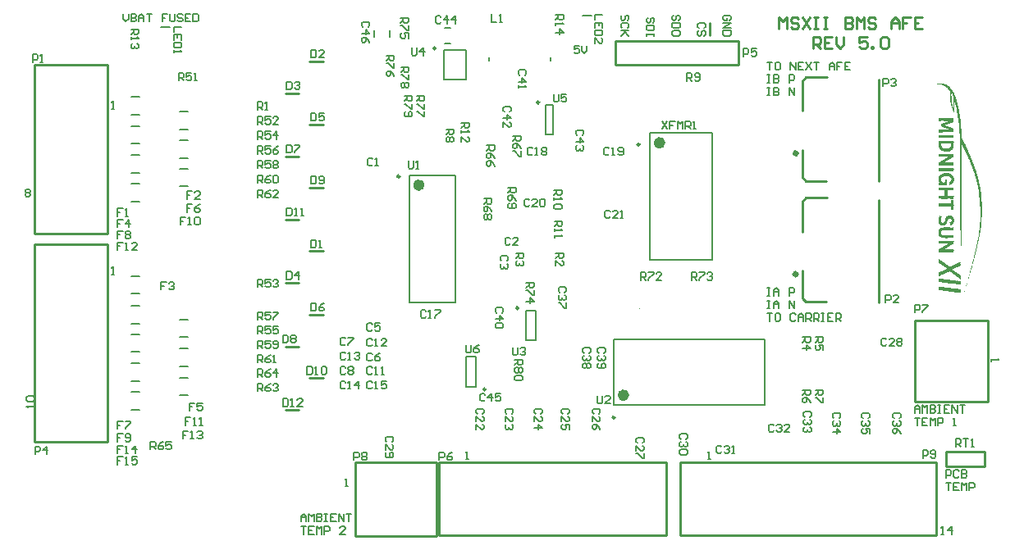
<source format=gto>
G04*
G04 #@! TF.GenerationSoftware,Altium Limited,Altium Designer,19.0.10 (269)*
G04*
G04 Layer_Color=65535*
%FSLAX25Y25*%
%MOIN*%
G70*
G01*
G75*
%ADD10C,0.00984*%
%ADD11C,0.02362*%
%ADD12C,0.00394*%
%ADD13C,0.01968*%
%ADD14C,0.00787*%
%ADD15C,0.01000*%
%ADD16C,0.00591*%
G36*
X372154Y186206D02*
X372535D01*
Y186130D01*
X372612D01*
Y186206D01*
X372688D01*
Y186130D01*
X373069D01*
Y186053D01*
X373146D01*
Y186130D01*
X373222D01*
Y186053D01*
X373451D01*
Y185977D01*
X373679D01*
Y185901D01*
X373908D01*
Y185825D01*
X373985D01*
Y185748D01*
X374137D01*
Y185672D01*
X374290D01*
Y185596D01*
X374366D01*
Y185520D01*
X374442D01*
Y185443D01*
X374671D01*
Y185367D01*
X374747D01*
Y185291D01*
X374823D01*
Y185214D01*
X374900D01*
Y185138D01*
X375052D01*
Y185062D01*
X375205D01*
Y184909D01*
X375357D01*
Y184757D01*
X375510D01*
Y184680D01*
X375586D01*
Y184604D01*
X375662D01*
Y184528D01*
X375739D01*
Y184452D01*
X375815D01*
Y184299D01*
X375968D01*
Y184147D01*
X376120D01*
Y183918D01*
X376196D01*
Y183842D01*
X376273D01*
Y183765D01*
X376349D01*
Y183689D01*
X376425D01*
Y183613D01*
X376501D01*
Y183536D01*
X376578D01*
Y183308D01*
X376654D01*
Y183231D01*
X376730D01*
Y183079D01*
X376806D01*
Y182926D01*
X376883D01*
Y182850D01*
X376959D01*
Y182774D01*
X377035D01*
Y182545D01*
X377112D01*
Y182469D01*
X377188D01*
Y182240D01*
X377264D01*
Y182164D01*
X377340D01*
Y181935D01*
X377417D01*
Y181859D01*
X377493D01*
Y181630D01*
X377569D01*
Y181553D01*
X377645D01*
Y181477D01*
X377569D01*
Y181401D01*
X377645D01*
Y181325D01*
X377722D01*
Y181096D01*
X377798D01*
Y180867D01*
X377874D01*
Y180791D01*
X377951D01*
Y180409D01*
X378027D01*
Y180333D01*
X378103D01*
Y180104D01*
X378179D01*
Y180028D01*
X378103D01*
Y179952D01*
X378179D01*
Y179876D01*
X378256D01*
Y179799D01*
X378179D01*
Y179723D01*
X378256D01*
Y179494D01*
X378332D01*
Y179418D01*
X378408D01*
Y179342D01*
X378332D01*
Y179265D01*
X378408D01*
Y178884D01*
X378485D01*
Y178808D01*
X378561D01*
Y178731D01*
X378485D01*
Y178655D01*
X378561D01*
Y178274D01*
X378637D01*
Y178045D01*
X378713D01*
Y177969D01*
X378637D01*
Y177892D01*
X378713D01*
Y177664D01*
X378790D01*
Y177587D01*
X378713D01*
Y177511D01*
X378790D01*
Y177435D01*
X378866D01*
Y177358D01*
X378790D01*
Y177282D01*
X378866D01*
Y177206D01*
X378790D01*
Y177130D01*
X378866D01*
Y176901D01*
X378942D01*
Y176825D01*
X378866D01*
Y176748D01*
X378942D01*
Y176672D01*
X379018D01*
Y176596D01*
X378942D01*
Y176520D01*
X379018D01*
Y176138D01*
X379095D01*
Y176062D01*
X379018D01*
Y175986D01*
X379095D01*
Y175909D01*
X379171D01*
Y175833D01*
X379095D01*
Y175757D01*
X379171D01*
Y175375D01*
X379247D01*
Y175299D01*
X379171D01*
Y175223D01*
X379247D01*
Y175147D01*
X379324D01*
Y175070D01*
X379247D01*
Y174994D01*
X379324D01*
Y174613D01*
X379400D01*
Y174537D01*
X379324D01*
Y174460D01*
X379400D01*
Y174384D01*
X379476D01*
Y174308D01*
X379400D01*
Y174231D01*
X379476D01*
Y174155D01*
X379400D01*
Y174079D01*
X379476D01*
Y173850D01*
X379552D01*
Y173774D01*
X379476D01*
Y173698D01*
X379552D01*
Y173621D01*
X379476D01*
Y173545D01*
X379552D01*
Y173469D01*
X379628D01*
Y173392D01*
X379552D01*
Y173316D01*
X379628D01*
Y172782D01*
X379705D01*
Y172706D01*
X379628D01*
Y172630D01*
X379705D01*
Y172554D01*
X379781D01*
Y172477D01*
X379705D01*
Y172401D01*
X379781D01*
Y172325D01*
X379705D01*
Y172248D01*
X379781D01*
Y171714D01*
X379857D01*
Y171638D01*
X379781D01*
Y171562D01*
X379857D01*
Y171486D01*
X379781D01*
Y171409D01*
X379857D01*
Y171181D01*
X379934D01*
Y171104D01*
X379857D01*
Y171028D01*
X379934D01*
Y170952D01*
X379857D01*
Y170876D01*
X379934D01*
Y170342D01*
X380010D01*
Y170265D01*
X379934D01*
Y170189D01*
X380010D01*
Y170113D01*
X379934D01*
Y170037D01*
X380010D01*
Y169960D01*
X379934D01*
Y169884D01*
X380010D01*
Y169808D01*
X380086D01*
Y169731D01*
X380010D01*
Y169655D01*
X380086D01*
Y169579D01*
X380010D01*
Y169503D01*
X380086D01*
Y169426D01*
X380010D01*
Y169350D01*
X380086D01*
Y168664D01*
X380162D01*
Y168587D01*
X380086D01*
Y168511D01*
X380162D01*
Y168435D01*
X380086D01*
Y168359D01*
X380162D01*
Y168282D01*
X380086D01*
Y168206D01*
X380162D01*
Y167977D01*
X380239D01*
Y167901D01*
X380162D01*
Y167825D01*
X380239D01*
Y167748D01*
X380162D01*
Y167672D01*
X380239D01*
Y167596D01*
X380162D01*
Y167520D01*
X380239D01*
Y166681D01*
X380315D01*
Y166604D01*
X380239D01*
Y166528D01*
X380315D01*
Y166452D01*
X380239D01*
Y166376D01*
X380315D01*
Y166299D01*
X380239D01*
Y166223D01*
X380315D01*
Y166147D01*
X380391D01*
Y166070D01*
X380315D01*
Y165994D01*
X380391D01*
Y165918D01*
X380315D01*
Y165842D01*
X380391D01*
Y165766D01*
X380315D01*
Y165689D01*
X380391D01*
Y165613D01*
X380315D01*
Y165537D01*
X380391D01*
Y165460D01*
X380315D01*
Y165384D01*
X380391D01*
Y163859D01*
X380544D01*
Y163782D01*
X380468D01*
Y163706D01*
X380544D01*
Y163630D01*
X380620D01*
Y163401D01*
X380696D01*
Y163325D01*
X380773D01*
Y163249D01*
X380849D01*
Y163020D01*
X380925D01*
Y162943D01*
X381001D01*
Y162715D01*
X381078D01*
Y162638D01*
X381154D01*
Y162409D01*
X381230D01*
Y162333D01*
X381307D01*
Y162104D01*
X381383D01*
Y162028D01*
X381459D01*
Y161876D01*
X381611D01*
Y161799D01*
X381535D01*
Y161723D01*
X381611D01*
Y161647D01*
X381688D01*
Y161571D01*
X381611D01*
Y161494D01*
X381688D01*
Y161418D01*
X381764D01*
Y161342D01*
X381840D01*
Y161266D01*
X381917D01*
Y161037D01*
X381993D01*
Y160808D01*
X382069D01*
Y160732D01*
X382146D01*
Y160655D01*
X382222D01*
Y160426D01*
X382298D01*
Y160350D01*
X382222D01*
Y160274D01*
X382298D01*
Y160198D01*
X382374D01*
Y160121D01*
X382451D01*
Y160045D01*
X382374D01*
Y159969D01*
X382451D01*
Y159893D01*
X382527D01*
Y159664D01*
X382603D01*
Y159588D01*
X382679D01*
Y159359D01*
X382756D01*
Y159283D01*
X382832D01*
Y159054D01*
X382908D01*
Y158977D01*
X382984D01*
Y158901D01*
X382908D01*
Y158825D01*
X382984D01*
Y158749D01*
X383061D01*
Y158672D01*
X382984D01*
Y158596D01*
X383061D01*
Y158520D01*
X383137D01*
Y158291D01*
X383213D01*
Y158215D01*
X383290D01*
Y157986D01*
X383366D01*
Y157910D01*
X383442D01*
Y157833D01*
X383366D01*
Y157757D01*
X383442D01*
Y157528D01*
X383518D01*
Y157452D01*
X383595D01*
Y157223D01*
X383671D01*
Y157147D01*
X383747D01*
Y157071D01*
X383671D01*
Y156994D01*
X383747D01*
Y156766D01*
X383823D01*
Y156689D01*
X383900D01*
Y156460D01*
X383976D01*
Y156384D01*
X384052D01*
Y156155D01*
X384128D01*
Y156079D01*
X384052D01*
Y156003D01*
X384128D01*
Y155927D01*
X384205D01*
Y155698D01*
X384281D01*
Y155622D01*
X384357D01*
Y155545D01*
X384281D01*
Y155469D01*
X384357D01*
Y155240D01*
X384434D01*
Y155164D01*
X384510D01*
Y154935D01*
X384586D01*
Y154859D01*
X384662D01*
Y154630D01*
X384739D01*
Y154554D01*
X384662D01*
Y154477D01*
X384739D01*
Y154401D01*
X384815D01*
Y154172D01*
X384891D01*
Y153944D01*
X384967D01*
Y153715D01*
X385044D01*
Y153639D01*
X385120D01*
Y153410D01*
X385196D01*
Y153333D01*
X385273D01*
Y153257D01*
X385196D01*
Y153181D01*
X385273D01*
Y152952D01*
X385349D01*
Y152876D01*
X385425D01*
Y152799D01*
X385349D01*
Y152723D01*
X385425D01*
Y152647D01*
X385501D01*
Y152571D01*
X385425D01*
Y152494D01*
X385501D01*
Y152418D01*
X385578D01*
Y152189D01*
X385654D01*
Y152113D01*
X385578D01*
Y152037D01*
X385654D01*
Y151961D01*
X385730D01*
Y151732D01*
X385806D01*
Y151655D01*
X385883D01*
Y151579D01*
X385806D01*
Y151503D01*
X385883D01*
Y151274D01*
X385959D01*
Y151198D01*
X386035D01*
Y150969D01*
X386111D01*
Y150740D01*
X386188D01*
Y150511D01*
X386264D01*
Y150435D01*
X386340D01*
Y150359D01*
X386264D01*
Y150283D01*
X386340D01*
Y150054D01*
X386417D01*
Y149978D01*
X386493D01*
Y149901D01*
X386417D01*
Y149825D01*
X386493D01*
Y149596D01*
X386569D01*
Y149520D01*
X386493D01*
Y149444D01*
X386569D01*
Y149367D01*
X386645D01*
Y149291D01*
X386569D01*
Y149215D01*
X386645D01*
Y148986D01*
X386722D01*
Y148757D01*
X386798D01*
Y148528D01*
X386874D01*
Y148452D01*
X386798D01*
Y148376D01*
X386874D01*
Y148300D01*
X386950D01*
Y148223D01*
X386874D01*
Y148147D01*
X386950D01*
Y147918D01*
X387027D01*
Y147689D01*
X387103D01*
Y147613D01*
X387027D01*
Y147537D01*
X387103D01*
Y147308D01*
X387179D01*
Y147232D01*
X387103D01*
Y147155D01*
X387179D01*
Y147079D01*
X387256D01*
Y147003D01*
X387179D01*
Y146927D01*
X387256D01*
Y146545D01*
X387332D01*
Y146469D01*
X387256D01*
Y146393D01*
X387332D01*
Y146317D01*
X387408D01*
Y145935D01*
X387484D01*
Y145859D01*
X387408D01*
Y145783D01*
X387484D01*
Y145706D01*
X387408D01*
Y145630D01*
X387484D01*
Y145554D01*
X387561D01*
Y145173D01*
X387637D01*
Y145096D01*
X387561D01*
Y145020D01*
X387637D01*
Y144791D01*
X387713D01*
Y144257D01*
X387790D01*
Y144181D01*
X387713D01*
Y144105D01*
X387790D01*
Y144028D01*
X387866D01*
Y143952D01*
X387790D01*
Y143876D01*
X387866D01*
Y143494D01*
X387942D01*
Y143418D01*
X387866D01*
Y143342D01*
X387942D01*
Y143113D01*
X388018D01*
Y143037D01*
X387942D01*
Y142961D01*
X388018D01*
Y142427D01*
X388094D01*
Y142350D01*
X388018D01*
Y142274D01*
X388094D01*
Y142045D01*
X388171D01*
Y141969D01*
X388094D01*
Y141893D01*
X388171D01*
Y141359D01*
X388247D01*
Y141283D01*
X388171D01*
Y141206D01*
X388247D01*
Y141130D01*
X388171D01*
Y141054D01*
X388247D01*
Y140825D01*
X388323D01*
Y140749D01*
X388247D01*
Y140673D01*
X388323D01*
Y140596D01*
X388247D01*
Y140520D01*
X388323D01*
Y139986D01*
X388400D01*
Y139910D01*
X388323D01*
Y139833D01*
X388400D01*
Y139757D01*
X388323D01*
Y139681D01*
X388400D01*
Y139605D01*
X388323D01*
Y139528D01*
X388400D01*
Y139452D01*
X388476D01*
Y139376D01*
X388400D01*
Y139147D01*
X388476D01*
Y139071D01*
X388400D01*
Y138995D01*
X388476D01*
Y138918D01*
X388400D01*
Y138842D01*
X388476D01*
Y138003D01*
X388552D01*
Y137927D01*
X388476D01*
Y137850D01*
X388552D01*
Y137774D01*
X388476D01*
Y137698D01*
X388552D01*
Y137622D01*
X388476D01*
Y137545D01*
X388552D01*
Y137317D01*
X388476D01*
Y137240D01*
X388552D01*
Y137164D01*
X388629D01*
Y137088D01*
X388552D01*
Y137012D01*
X388629D01*
Y136935D01*
X388552D01*
Y136859D01*
X388629D01*
Y136783D01*
X388552D01*
Y136706D01*
X388629D01*
Y136630D01*
X388552D01*
Y136554D01*
X388629D01*
Y136478D01*
X388552D01*
Y136401D01*
X388629D01*
Y136325D01*
X388552D01*
Y136249D01*
X388629D01*
Y136020D01*
X388552D01*
Y135944D01*
X388629D01*
Y133579D01*
X388552D01*
Y133503D01*
X388629D01*
Y133274D01*
X388552D01*
Y133198D01*
X388629D01*
Y132969D01*
X388552D01*
Y132893D01*
X388629D01*
Y132817D01*
X388552D01*
Y132740D01*
X388629D01*
Y132664D01*
X388552D01*
Y132588D01*
X388629D01*
Y132512D01*
X388552D01*
Y132435D01*
X388629D01*
Y132359D01*
X388552D01*
Y132283D01*
X388629D01*
Y132206D01*
X388552D01*
Y131825D01*
X388476D01*
Y131749D01*
X388552D01*
Y131673D01*
X388476D01*
Y131596D01*
X388552D01*
Y131520D01*
X388476D01*
Y131444D01*
X388552D01*
Y131368D01*
X388476D01*
Y131291D01*
X388552D01*
Y131215D01*
X388476D01*
Y130376D01*
X388400D01*
Y130300D01*
X388476D01*
Y130224D01*
X388400D01*
Y130147D01*
X388476D01*
Y130071D01*
X388400D01*
Y129842D01*
X388323D01*
Y129766D01*
X388400D01*
Y129690D01*
X388323D01*
Y129613D01*
X388400D01*
Y129537D01*
X388323D01*
Y128851D01*
X388247D01*
Y128774D01*
X388323D01*
Y128698D01*
X388247D01*
Y128622D01*
X388323D01*
Y128545D01*
X388247D01*
Y128469D01*
X388171D01*
Y128393D01*
X388247D01*
Y128317D01*
X388171D01*
Y128240D01*
X388247D01*
Y128164D01*
X388171D01*
Y127630D01*
X388094D01*
Y127554D01*
X388171D01*
Y127478D01*
X388094D01*
Y127401D01*
X388018D01*
Y127325D01*
X388094D01*
Y127249D01*
X388018D01*
Y127173D01*
X388094D01*
Y127096D01*
X388018D01*
Y126562D01*
X387942D01*
Y126486D01*
X388018D01*
Y126410D01*
X387942D01*
Y126334D01*
X387866D01*
Y126257D01*
X387942D01*
Y126181D01*
X387866D01*
Y126105D01*
X387942D01*
Y126029D01*
X387866D01*
Y125647D01*
X387790D01*
Y125571D01*
X387866D01*
Y125495D01*
X387790D01*
Y125266D01*
X387713D01*
Y124732D01*
X387637D01*
Y124656D01*
X387713D01*
Y124579D01*
X387637D01*
Y124503D01*
X387561D01*
Y124427D01*
X387637D01*
Y124351D01*
X387561D01*
Y123969D01*
X387484D01*
Y123893D01*
X387561D01*
Y123817D01*
X387484D01*
Y123740D01*
X387408D01*
Y123664D01*
X387484D01*
Y123588D01*
X387408D01*
Y123207D01*
X387332D01*
Y123130D01*
X387408D01*
Y123054D01*
X387332D01*
Y122978D01*
X387256D01*
Y122901D01*
X387332D01*
Y122825D01*
X387256D01*
Y122749D01*
X387332D01*
Y122673D01*
X387256D01*
Y122444D01*
X387179D01*
Y122368D01*
X387256D01*
Y122291D01*
X387179D01*
Y122215D01*
X387103D01*
Y122139D01*
X387179D01*
Y122063D01*
X387103D01*
Y121681D01*
X387027D01*
Y121605D01*
X387103D01*
Y121529D01*
X387027D01*
Y121452D01*
X386950D01*
Y121376D01*
X387027D01*
Y121300D01*
X386950D01*
Y120919D01*
X386874D01*
Y120842D01*
X386950D01*
Y120766D01*
X386874D01*
Y120690D01*
X386798D01*
Y120308D01*
X386722D01*
Y120232D01*
X386798D01*
Y120156D01*
X386722D01*
Y120080D01*
X386645D01*
Y120003D01*
X386722D01*
Y119927D01*
X386645D01*
Y119698D01*
X386569D01*
Y119622D01*
X386645D01*
Y119546D01*
X386569D01*
Y119469D01*
X386493D01*
Y119393D01*
X386569D01*
Y119317D01*
X386493D01*
Y118935D01*
X386417D01*
Y118859D01*
X386493D01*
Y118783D01*
X386417D01*
Y118707D01*
X386340D01*
Y118325D01*
X386264D01*
Y118096D01*
X386188D01*
Y118020D01*
X386264D01*
Y117944D01*
X386188D01*
Y117715D01*
X386111D01*
Y117639D01*
X386188D01*
Y117563D01*
X386111D01*
Y117486D01*
X386035D01*
Y117410D01*
X386111D01*
Y117334D01*
X386035D01*
Y117105D01*
X385959D01*
Y117029D01*
X386035D01*
Y116952D01*
X385959D01*
Y116876D01*
X385883D01*
Y116800D01*
X385959D01*
Y116724D01*
X385883D01*
Y116495D01*
X385806D01*
Y116419D01*
X385883D01*
Y116342D01*
X385806D01*
Y116266D01*
X385730D01*
Y116190D01*
X385806D01*
Y116113D01*
X385730D01*
Y115885D01*
X385654D01*
Y115808D01*
X385730D01*
Y115732D01*
X385654D01*
Y115656D01*
X385578D01*
Y115579D01*
X385654D01*
Y115503D01*
X385578D01*
Y115275D01*
X385501D01*
Y115198D01*
X385578D01*
Y115122D01*
X385501D01*
Y115046D01*
X385425D01*
Y114664D01*
X385349D01*
Y114588D01*
X385273D01*
Y114512D01*
X385349D01*
Y114436D01*
X385273D01*
Y114054D01*
X385196D01*
Y113825D01*
X385120D01*
Y113596D01*
X385044D01*
Y113520D01*
X385120D01*
Y113444D01*
X385044D01*
Y113368D01*
X384967D01*
Y112986D01*
X384891D01*
Y112758D01*
X384815D01*
Y112376D01*
X384739D01*
Y112300D01*
X384662D01*
Y112224D01*
X384739D01*
Y112147D01*
X384662D01*
Y111919D01*
X384586D01*
Y111842D01*
X384662D01*
Y111766D01*
X384586D01*
Y111690D01*
X384510D01*
Y111461D01*
X384434D01*
Y111385D01*
X384510D01*
Y111308D01*
X384434D01*
Y111232D01*
X384357D01*
Y111156D01*
X384434D01*
Y111080D01*
X384357D01*
Y110851D01*
X384281D01*
Y110622D01*
X384205D01*
Y110393D01*
X384128D01*
Y110317D01*
X384205D01*
Y110241D01*
X384128D01*
Y110164D01*
X384052D01*
Y110088D01*
X384128D01*
Y110012D01*
X384052D01*
Y109783D01*
X383976D01*
Y109707D01*
X384052D01*
Y109631D01*
X383976D01*
Y109554D01*
X383900D01*
Y109325D01*
X383823D01*
Y109249D01*
X383900D01*
Y109173D01*
X383823D01*
Y109097D01*
X383747D01*
Y108715D01*
X383671D01*
Y108639D01*
X383595D01*
Y108563D01*
X383671D01*
Y108486D01*
X383595D01*
Y108258D01*
X383518D01*
Y108029D01*
X383442D01*
Y107647D01*
X383366D01*
Y107419D01*
X383290D01*
Y107190D01*
X383213D01*
Y107114D01*
X383290D01*
Y107037D01*
X383213D01*
Y106961D01*
X383137D01*
Y106732D01*
X383061D01*
Y106656D01*
X383137D01*
Y106580D01*
X383061D01*
Y106503D01*
X382984D01*
Y106122D01*
X382908D01*
Y106046D01*
X382832D01*
Y106122D01*
X382756D01*
Y106198D01*
X382832D01*
Y106275D01*
X382908D01*
Y106351D01*
X382832D01*
Y106427D01*
X382908D01*
Y106656D01*
X382984D01*
Y106885D01*
X383061D01*
Y107266D01*
X383137D01*
Y107342D01*
X383213D01*
Y107419D01*
X383137D01*
Y107495D01*
X383213D01*
Y107724D01*
X383290D01*
Y107952D01*
X383366D01*
Y108181D01*
X383442D01*
Y108258D01*
X383366D01*
Y108334D01*
X383442D01*
Y108410D01*
X383518D01*
Y108486D01*
X383442D01*
Y108563D01*
X383518D01*
Y108791D01*
X383595D01*
Y108868D01*
X383518D01*
Y108944D01*
X383595D01*
Y109020D01*
X383671D01*
Y109402D01*
X383747D01*
Y109631D01*
X383823D01*
Y109859D01*
X383900D01*
Y109935D01*
X383823D01*
Y110012D01*
X383900D01*
Y110088D01*
X383976D01*
Y110164D01*
X383900D01*
Y110241D01*
X383976D01*
Y110622D01*
X384052D01*
Y110698D01*
X384128D01*
Y110775D01*
X384052D01*
Y110851D01*
X384128D01*
Y111080D01*
X384205D01*
Y111308D01*
X384281D01*
Y111385D01*
X384205D01*
Y111461D01*
X384281D01*
Y111690D01*
X384357D01*
Y111766D01*
X384281D01*
Y111842D01*
X384357D01*
Y111766D01*
X384434D01*
Y111842D01*
X384357D01*
Y111919D01*
X384434D01*
Y112300D01*
X384510D01*
Y112529D01*
X384586D01*
Y112910D01*
X384662D01*
Y112986D01*
X384586D01*
Y113063D01*
X384662D01*
Y112986D01*
X384739D01*
Y113063D01*
X384662D01*
Y113139D01*
X384739D01*
Y113520D01*
X384815D01*
Y113749D01*
X384891D01*
Y113978D01*
X384967D01*
Y114054D01*
X384891D01*
Y114130D01*
X384967D01*
Y114207D01*
X385044D01*
Y114283D01*
X384967D01*
Y114359D01*
X385044D01*
Y114741D01*
X385120D01*
Y114969D01*
X385196D01*
Y115351D01*
X385273D01*
Y115427D01*
X385196D01*
Y115503D01*
X385273D01*
Y115427D01*
X385349D01*
Y115503D01*
X385273D01*
Y115579D01*
X385349D01*
Y115961D01*
X385425D01*
Y116190D01*
X385501D01*
Y116266D01*
X385425D01*
Y116342D01*
X385501D01*
Y116571D01*
X385578D01*
Y116647D01*
X385501D01*
Y116724D01*
X385578D01*
Y116800D01*
X385654D01*
Y117181D01*
X385730D01*
Y117257D01*
X385654D01*
Y117334D01*
X385730D01*
Y117410D01*
X385806D01*
Y117486D01*
X385730D01*
Y117563D01*
X385806D01*
Y117944D01*
X385883D01*
Y118173D01*
X385959D01*
Y118554D01*
X386035D01*
Y118630D01*
X385959D01*
Y118707D01*
X386035D01*
Y118783D01*
X386111D01*
Y118859D01*
X386035D01*
Y118935D01*
X386111D01*
Y119164D01*
X386188D01*
Y119240D01*
X386111D01*
Y119317D01*
X386188D01*
Y119393D01*
X386111D01*
Y119469D01*
X386188D01*
Y119393D01*
X386264D01*
Y119469D01*
X386188D01*
Y119546D01*
X386264D01*
Y119927D01*
X386340D01*
Y120003D01*
X386264D01*
Y120080D01*
X386340D01*
Y120156D01*
X386417D01*
Y120232D01*
X386340D01*
Y120308D01*
X386417D01*
Y120690D01*
X386493D01*
Y120766D01*
X386417D01*
Y120842D01*
X386493D01*
Y120919D01*
X386569D01*
Y120995D01*
X386493D01*
Y121071D01*
X386569D01*
Y121452D01*
X386645D01*
Y121681D01*
X386722D01*
Y121757D01*
X386645D01*
Y121834D01*
X386722D01*
Y122215D01*
X386798D01*
Y122444D01*
X386874D01*
Y122520D01*
X386798D01*
Y122596D01*
X386874D01*
Y122978D01*
X386950D01*
Y123054D01*
X386874D01*
Y123130D01*
X386950D01*
Y123207D01*
X387027D01*
Y123283D01*
X386950D01*
Y123359D01*
X387027D01*
Y123740D01*
X387103D01*
Y123817D01*
X387027D01*
Y123893D01*
X387103D01*
Y123969D01*
X387027D01*
Y124046D01*
X387103D01*
Y123969D01*
X387179D01*
Y124046D01*
X387103D01*
Y124122D01*
X387179D01*
Y124198D01*
X387103D01*
Y124274D01*
X387179D01*
Y124656D01*
X387256D01*
Y124732D01*
X387179D01*
Y124808D01*
X387256D01*
Y125037D01*
X387332D01*
Y125113D01*
X387256D01*
Y125190D01*
X387332D01*
Y125571D01*
X387408D01*
Y125647D01*
X387332D01*
Y125724D01*
X387408D01*
Y125800D01*
X387332D01*
Y125876D01*
X387408D01*
Y125952D01*
X387484D01*
Y126029D01*
X387408D01*
Y126105D01*
X387484D01*
Y126181D01*
X387408D01*
Y126257D01*
X387484D01*
Y126639D01*
X387561D01*
Y126715D01*
X387484D01*
Y126791D01*
X387561D01*
Y126868D01*
X387484D01*
Y126944D01*
X387561D01*
Y127173D01*
X387637D01*
Y127249D01*
X387561D01*
Y127325D01*
X387637D01*
Y127859D01*
X387713D01*
Y127935D01*
X387637D01*
Y128012D01*
X387713D01*
Y128088D01*
X387637D01*
Y128164D01*
X387713D01*
Y128240D01*
X387790D01*
Y128317D01*
X387713D01*
Y128393D01*
X387790D01*
Y128469D01*
X387713D01*
Y128545D01*
X387790D01*
Y129385D01*
X387866D01*
Y129461D01*
X387790D01*
Y129537D01*
X387866D01*
Y129613D01*
X387790D01*
Y129690D01*
X387866D01*
Y129918D01*
X387942D01*
Y129995D01*
X387866D01*
Y130224D01*
X387942D01*
Y130300D01*
X387866D01*
Y130376D01*
X387942D01*
Y130452D01*
X387866D01*
Y130528D01*
X387942D01*
Y130605D01*
X387866D01*
Y130681D01*
X387942D01*
Y130757D01*
X387866D01*
Y130834D01*
X387942D01*
Y130910D01*
X387866D01*
Y130986D01*
X387942D01*
Y131215D01*
X387866D01*
Y131291D01*
X387942D01*
Y133961D01*
X387866D01*
Y134037D01*
X387942D01*
Y134266D01*
X387866D01*
Y134342D01*
X387942D01*
Y134418D01*
X387866D01*
Y134495D01*
X387942D01*
Y134571D01*
X387866D01*
Y134647D01*
X387942D01*
Y134723D01*
X387866D01*
Y134800D01*
X387942D01*
Y134876D01*
X387866D01*
Y134952D01*
X387942D01*
Y135029D01*
X387866D01*
Y135105D01*
X387942D01*
Y135181D01*
X387866D01*
Y135257D01*
X387942D01*
Y135334D01*
X387866D01*
Y135410D01*
X387942D01*
Y135486D01*
X387866D01*
Y135715D01*
X387790D01*
Y135791D01*
X387866D01*
Y136020D01*
X387790D01*
Y136096D01*
X387866D01*
Y136172D01*
X387790D01*
Y136249D01*
X387866D01*
Y136325D01*
X387790D01*
Y136401D01*
X387866D01*
Y136478D01*
X387790D01*
Y136554D01*
X387866D01*
Y136630D01*
X387790D01*
Y136706D01*
X387866D01*
Y136783D01*
X387790D01*
Y137774D01*
X387713D01*
Y137850D01*
X387790D01*
Y137927D01*
X387713D01*
Y138003D01*
X387790D01*
Y138079D01*
X387713D01*
Y138156D01*
X387790D01*
Y138232D01*
X387713D01*
Y138308D01*
X387637D01*
Y138384D01*
X387713D01*
Y138308D01*
X387790D01*
Y138384D01*
X387713D01*
Y138461D01*
X387637D01*
Y138537D01*
X387713D01*
Y138613D01*
X387637D01*
Y138689D01*
X387713D01*
Y138766D01*
X387637D01*
Y139452D01*
X387561D01*
Y139528D01*
X387637D01*
Y139605D01*
X387561D01*
Y139681D01*
X387637D01*
Y139757D01*
X387561D01*
Y139986D01*
X387484D01*
Y140062D01*
X387561D01*
Y140139D01*
X387484D01*
Y140215D01*
X387561D01*
Y140291D01*
X387484D01*
Y140367D01*
X387561D01*
Y140444D01*
X387484D01*
Y140978D01*
X387408D01*
Y141054D01*
X387484D01*
Y141130D01*
X387408D01*
Y141206D01*
X387484D01*
Y141283D01*
X387408D01*
Y141359D01*
X387332D01*
Y141435D01*
X387408D01*
Y141359D01*
X387484D01*
Y141435D01*
X387408D01*
Y141511D01*
X387332D01*
Y141588D01*
X387408D01*
Y141664D01*
X387332D01*
Y142198D01*
X387256D01*
Y142274D01*
X387332D01*
Y142350D01*
X387256D01*
Y142427D01*
X387332D01*
Y142503D01*
X387256D01*
Y142579D01*
X387179D01*
Y142656D01*
X387256D01*
Y142732D01*
X387179D01*
Y142808D01*
X387256D01*
Y142884D01*
X387179D01*
Y143266D01*
X387103D01*
Y143342D01*
X387179D01*
Y143418D01*
X387103D01*
Y143494D01*
X387027D01*
Y143571D01*
X387103D01*
Y143647D01*
X387027D01*
Y144028D01*
X386950D01*
Y144105D01*
X387027D01*
Y144181D01*
X386950D01*
Y144257D01*
X387027D01*
Y144334D01*
X386950D01*
Y144410D01*
X386874D01*
Y144486D01*
X386950D01*
Y144562D01*
X386874D01*
Y144944D01*
X386798D01*
Y145020D01*
X386722D01*
Y145096D01*
X386798D01*
Y145020D01*
X386874D01*
Y145096D01*
X386798D01*
Y145173D01*
X386722D01*
Y145249D01*
X386798D01*
Y145325D01*
X386722D01*
Y145554D01*
X386645D01*
Y145630D01*
X386722D01*
Y145706D01*
X386645D01*
Y145783D01*
X386569D01*
Y145859D01*
X386645D01*
Y145935D01*
X386569D01*
Y146317D01*
X386493D01*
Y146393D01*
X386417D01*
Y146469D01*
X386493D01*
Y146545D01*
X386417D01*
Y146774D01*
X386340D01*
Y147003D01*
X386264D01*
Y147079D01*
X386340D01*
Y147155D01*
X386264D01*
Y147384D01*
X386188D01*
Y147460D01*
X386111D01*
Y147537D01*
X386188D01*
Y147460D01*
X386264D01*
Y147537D01*
X386188D01*
Y147613D01*
X386111D01*
Y147842D01*
X386035D01*
Y147918D01*
X386111D01*
Y147994D01*
X386035D01*
Y148071D01*
X385959D01*
Y148452D01*
X385883D01*
Y148528D01*
X385806D01*
Y148757D01*
X385730D01*
Y148833D01*
X385806D01*
Y148910D01*
X385730D01*
Y148986D01*
X385654D01*
Y149367D01*
X385578D01*
Y149444D01*
X385501D01*
Y149825D01*
X385425D01*
Y149901D01*
X385349D01*
Y150283D01*
X385273D01*
Y150359D01*
X385196D01*
Y150588D01*
X385120D01*
Y150664D01*
X385196D01*
Y150740D01*
X385120D01*
Y150816D01*
X385044D01*
Y151045D01*
X384967D01*
Y151121D01*
X384891D01*
Y151198D01*
X384967D01*
Y151121D01*
X385044D01*
Y151198D01*
X384967D01*
Y151274D01*
X384891D01*
Y151503D01*
X384815D01*
Y151579D01*
X384739D01*
Y151655D01*
X384815D01*
Y151732D01*
X384739D01*
Y151961D01*
X384662D01*
Y152037D01*
X384586D01*
Y152266D01*
X384510D01*
Y152494D01*
X384434D01*
Y152723D01*
X384357D01*
Y152799D01*
X384281D01*
Y153028D01*
X384205D01*
Y153105D01*
X384281D01*
Y153181D01*
X384205D01*
Y153257D01*
X384128D01*
Y153486D01*
X384052D01*
Y153562D01*
X383976D01*
Y153639D01*
X384052D01*
Y153715D01*
X383976D01*
Y153791D01*
X383900D01*
Y154020D01*
X383823D01*
Y154249D01*
X383747D01*
Y154325D01*
X383671D01*
Y154554D01*
X383595D01*
Y154630D01*
X383671D01*
Y154706D01*
X383595D01*
Y154782D01*
X383518D01*
Y155011D01*
X383442D01*
Y155088D01*
X383366D01*
Y155316D01*
X383290D01*
Y155393D01*
X383213D01*
Y155622D01*
X383137D01*
Y155698D01*
X383061D01*
Y155774D01*
X383137D01*
Y155698D01*
X383213D01*
Y155774D01*
X383137D01*
Y155850D01*
X383061D01*
Y155927D01*
X382984D01*
Y156155D01*
X382908D01*
Y156384D01*
X382832D01*
Y156460D01*
X382756D01*
Y156537D01*
X382679D01*
Y156613D01*
X382756D01*
Y156689D01*
X382679D01*
Y156766D01*
X382603D01*
Y156994D01*
X382527D01*
Y157071D01*
X382451D01*
Y157299D01*
X382374D01*
Y157376D01*
X382298D01*
Y157605D01*
X382222D01*
Y157681D01*
X382146D01*
Y157910D01*
X382069D01*
Y157986D01*
X381993D01*
Y158215D01*
X381917D01*
Y158291D01*
X381840D01*
Y158520D01*
X381764D01*
Y158596D01*
X381688D01*
Y158825D01*
X381611D01*
Y158901D01*
X381535D01*
Y159130D01*
X381459D01*
Y159206D01*
X381383D01*
Y159435D01*
X381307D01*
Y159511D01*
X381230D01*
Y159740D01*
X381154D01*
Y159816D01*
X381078D01*
Y160045D01*
X381001D01*
Y160121D01*
X380925D01*
Y160350D01*
X380849D01*
Y160426D01*
X380773D01*
Y160655D01*
X380696D01*
Y160732D01*
X380620D01*
Y160808D01*
X380544D01*
Y161037D01*
X380468D01*
Y160960D01*
X380391D01*
Y160884D01*
X380468D01*
Y160808D01*
X380544D01*
Y160732D01*
X380468D01*
Y160655D01*
X380391D01*
Y160579D01*
X380468D01*
Y160198D01*
X380544D01*
Y160121D01*
X380468D01*
Y160045D01*
X380391D01*
Y159969D01*
X380468D01*
Y159893D01*
X380544D01*
Y159816D01*
X380468D01*
Y159588D01*
X380544D01*
Y159511D01*
X380468D01*
Y159435D01*
X380391D01*
Y159359D01*
X380468D01*
Y159130D01*
X380391D01*
Y159054D01*
X380468D01*
Y158825D01*
X380391D01*
Y158749D01*
X380468D01*
Y158672D01*
X380391D01*
Y158596D01*
X380468D01*
Y158520D01*
X380391D01*
Y158443D01*
X380468D01*
Y158215D01*
X380391D01*
Y158138D01*
X380468D01*
Y158062D01*
X380391D01*
Y157986D01*
X380468D01*
Y157910D01*
X380391D01*
Y157833D01*
X380468D01*
Y157757D01*
X380391D01*
Y157681D01*
X380468D01*
Y157605D01*
X380391D01*
Y157528D01*
X380468D01*
Y157452D01*
X380391D01*
Y157376D01*
X380468D01*
Y157299D01*
X380391D01*
Y157223D01*
X380468D01*
Y157147D01*
X380391D01*
Y157071D01*
X380468D01*
Y156994D01*
X380391D01*
Y156918D01*
X380468D01*
Y156842D01*
X380391D01*
Y156766D01*
X380468D01*
Y156689D01*
X380391D01*
Y156613D01*
X380468D01*
Y156537D01*
X380391D01*
Y156460D01*
X380468D01*
Y156384D01*
X380391D01*
Y156308D01*
X380468D01*
Y156232D01*
X380391D01*
Y156155D01*
X380468D01*
Y156079D01*
X380391D01*
Y156003D01*
X380468D01*
Y155927D01*
X380391D01*
Y155850D01*
X380468D01*
Y155774D01*
X380391D01*
Y155698D01*
X380468D01*
Y155622D01*
X380391D01*
Y155545D01*
X380468D01*
Y155469D01*
X380391D01*
Y155240D01*
X380468D01*
Y155164D01*
X380391D01*
Y154935D01*
X380468D01*
Y154859D01*
X380391D01*
Y154630D01*
X380468D01*
Y154554D01*
X380391D01*
Y149291D01*
X380315D01*
Y149215D01*
X380391D01*
Y149138D01*
X380315D01*
Y149062D01*
X380391D01*
Y148986D01*
X380315D01*
Y148910D01*
X380391D01*
Y148833D01*
X380315D01*
Y148757D01*
X380391D01*
Y148681D01*
X380315D01*
Y148605D01*
X380391D01*
Y148528D01*
X380315D01*
Y148452D01*
X380391D01*
Y148223D01*
X380315D01*
Y148147D01*
X380391D01*
Y148071D01*
X380315D01*
Y147994D01*
X380391D01*
Y147918D01*
X380315D01*
Y147842D01*
X380391D01*
Y147766D01*
X380315D01*
Y147689D01*
X380391D01*
Y147613D01*
X380315D01*
Y147537D01*
X380391D01*
Y147460D01*
X380315D01*
Y147384D01*
X380391D01*
Y147308D01*
X380315D01*
Y147232D01*
X380391D01*
Y147155D01*
X380315D01*
Y147079D01*
X380391D01*
Y147003D01*
X380315D01*
Y146927D01*
X380391D01*
Y146850D01*
X380315D01*
Y146774D01*
X380391D01*
Y146698D01*
X380315D01*
Y146622D01*
X380391D01*
Y146545D01*
X380315D01*
Y146469D01*
X380391D01*
Y146393D01*
X380315D01*
Y146317D01*
X380391D01*
Y146240D01*
X380315D01*
Y146164D01*
X380391D01*
Y146088D01*
X380315D01*
Y146011D01*
X380391D01*
Y145935D01*
X380315D01*
Y145859D01*
X380391D01*
Y145783D01*
X380315D01*
Y145706D01*
X380391D01*
Y145630D01*
X380315D01*
Y145554D01*
X380391D01*
Y145477D01*
X380315D01*
Y145401D01*
X380391D01*
Y145325D01*
X380315D01*
Y145249D01*
X380391D01*
Y145173D01*
X380315D01*
Y145096D01*
X380391D01*
Y145020D01*
X380315D01*
Y144791D01*
X380391D01*
Y144715D01*
X380315D01*
Y144486D01*
X380391D01*
Y144410D01*
X380315D01*
Y144181D01*
X380391D01*
Y144105D01*
X380315D01*
Y143876D01*
X380391D01*
Y143799D01*
X380315D01*
Y143571D01*
X380391D01*
Y143494D01*
X380315D01*
Y143266D01*
X380391D01*
Y143189D01*
X380315D01*
Y142961D01*
X380391D01*
Y142884D01*
X380315D01*
Y142656D01*
X380391D01*
Y142579D01*
X380315D01*
Y142350D01*
X380391D01*
Y142274D01*
X380315D01*
Y142045D01*
X380391D01*
Y141969D01*
X380315D01*
Y141740D01*
X380391D01*
Y141664D01*
X380315D01*
Y141435D01*
X380391D01*
Y141359D01*
X380315D01*
Y141283D01*
X380391D01*
Y141206D01*
X380315D01*
Y141130D01*
X380391D01*
Y141054D01*
X380315D01*
Y140978D01*
X380391D01*
Y140901D01*
X380315D01*
Y140825D01*
X380391D01*
Y140749D01*
X380315D01*
Y140673D01*
X380391D01*
Y140596D01*
X380315D01*
Y140520D01*
X380391D01*
Y140444D01*
X380315D01*
Y140367D01*
X380391D01*
Y140291D01*
X380315D01*
Y140215D01*
X380391D01*
Y140139D01*
X380315D01*
Y140062D01*
X380391D01*
Y139986D01*
X380315D01*
Y139910D01*
X380391D01*
Y139833D01*
X380315D01*
Y139757D01*
X380391D01*
Y139681D01*
X380315D01*
Y139605D01*
X380391D01*
Y139528D01*
X380315D01*
Y139452D01*
X380391D01*
Y139376D01*
X380315D01*
Y139300D01*
X380391D01*
Y139223D01*
X380315D01*
Y139147D01*
X380391D01*
Y139071D01*
X380315D01*
Y138995D01*
X380391D01*
Y138918D01*
X380315D01*
Y138842D01*
X380391D01*
Y138766D01*
X380315D01*
Y138689D01*
X380391D01*
Y138613D01*
X380315D01*
Y138537D01*
X380391D01*
Y138461D01*
X380315D01*
Y138384D01*
X380391D01*
Y138308D01*
X380315D01*
Y138232D01*
X380391D01*
Y138156D01*
X380315D01*
Y138079D01*
X380391D01*
Y138003D01*
X380315D01*
Y137927D01*
X380391D01*
Y137850D01*
X380315D01*
Y137774D01*
X380391D01*
Y137698D01*
X380315D01*
Y137622D01*
X380391D01*
Y137545D01*
X380315D01*
Y137469D01*
X380391D01*
Y137393D01*
X380315D01*
Y137317D01*
X380391D01*
Y137240D01*
X380315D01*
Y137164D01*
X380391D01*
Y137088D01*
X380315D01*
Y137012D01*
X380391D01*
Y136935D01*
X380315D01*
Y136859D01*
X380391D01*
Y136783D01*
X380315D01*
Y136706D01*
X380391D01*
Y136630D01*
X380315D01*
Y136554D01*
X380391D01*
Y136478D01*
X380315D01*
Y136401D01*
X380391D01*
Y136325D01*
X380315D01*
Y136249D01*
X380391D01*
Y136172D01*
X380315D01*
Y136096D01*
X380391D01*
Y136020D01*
X380315D01*
Y135944D01*
X380391D01*
Y135868D01*
X380315D01*
Y135791D01*
X380391D01*
Y135715D01*
X380315D01*
Y135639D01*
X380391D01*
Y135562D01*
X380315D01*
Y135486D01*
X380391D01*
Y135410D01*
X380315D01*
Y135334D01*
X380391D01*
Y135257D01*
X380315D01*
Y135181D01*
X380391D01*
Y135105D01*
X380315D01*
Y135029D01*
X380391D01*
Y134952D01*
X380315D01*
Y134876D01*
X380391D01*
Y134800D01*
X380315D01*
Y134723D01*
X380391D01*
Y134647D01*
X380315D01*
Y134571D01*
X380391D01*
Y134495D01*
X380315D01*
Y134418D01*
X380391D01*
Y134342D01*
X380315D01*
Y134266D01*
X380391D01*
Y134189D01*
X380315D01*
Y134113D01*
X380391D01*
Y134037D01*
X380315D01*
Y133961D01*
X380391D01*
Y133884D01*
X380315D01*
Y133808D01*
X380391D01*
Y133732D01*
X380315D01*
Y133656D01*
X380391D01*
Y133579D01*
X380315D01*
Y133503D01*
X380391D01*
Y133427D01*
X380315D01*
Y133351D01*
X380391D01*
Y133274D01*
X380315D01*
Y133198D01*
X380391D01*
Y133122D01*
X380315D01*
Y133045D01*
X380391D01*
Y132969D01*
X380315D01*
Y132893D01*
X380391D01*
Y132817D01*
X380315D01*
Y132740D01*
X380391D01*
Y132664D01*
X380315D01*
Y132588D01*
X380391D01*
Y132512D01*
X380315D01*
Y132435D01*
X380391D01*
Y132359D01*
X380315D01*
Y132283D01*
X380391D01*
Y132206D01*
X380315D01*
Y132130D01*
X380391D01*
Y132054D01*
X380315D01*
Y131978D01*
X380391D01*
Y131901D01*
X380315D01*
Y131825D01*
X380391D01*
Y131749D01*
X380315D01*
Y131673D01*
X380391D01*
Y131596D01*
X380315D01*
Y131520D01*
X380391D01*
Y131444D01*
X380315D01*
Y131368D01*
X380391D01*
Y131291D01*
X380315D01*
Y131215D01*
X380391D01*
Y131139D01*
X380315D01*
Y131062D01*
X380391D01*
Y130986D01*
X380315D01*
Y130910D01*
X380391D01*
Y130834D01*
X380315D01*
Y130757D01*
X380391D01*
Y130681D01*
X380315D01*
Y130605D01*
X380391D01*
Y130528D01*
X380315D01*
Y130452D01*
X380391D01*
Y130376D01*
X380315D01*
Y130300D01*
X380391D01*
Y130224D01*
X380315D01*
Y130147D01*
X380391D01*
Y130071D01*
X380315D01*
Y129995D01*
X380391D01*
Y129918D01*
X380315D01*
Y129842D01*
X380391D01*
Y129766D01*
X380315D01*
Y129690D01*
X380391D01*
Y129613D01*
X380315D01*
Y129537D01*
X380391D01*
Y129461D01*
X380315D01*
Y129385D01*
X380391D01*
Y129308D01*
X380315D01*
Y129232D01*
X380391D01*
Y129156D01*
X380315D01*
Y129079D01*
X380391D01*
Y129003D01*
X380315D01*
Y128927D01*
X380391D01*
Y128851D01*
X380315D01*
Y128774D01*
X380391D01*
Y128698D01*
X380315D01*
Y128622D01*
X380391D01*
Y128545D01*
X380315D01*
Y128317D01*
X380391D01*
Y128240D01*
X380315D01*
Y128012D01*
X380391D01*
Y127935D01*
X380315D01*
Y127859D01*
X380239D01*
Y127783D01*
X380315D01*
Y127554D01*
X380239D01*
Y127478D01*
X380315D01*
Y127401D01*
X380239D01*
Y127325D01*
X380315D01*
Y127249D01*
X380239D01*
Y127173D01*
X380315D01*
Y127096D01*
X380239D01*
Y127020D01*
X380315D01*
Y126944D01*
X380239D01*
Y126868D01*
X380315D01*
Y126791D01*
X380239D01*
Y126715D01*
X380315D01*
Y126639D01*
X380239D01*
Y126562D01*
X380315D01*
Y126486D01*
X380239D01*
Y126410D01*
X380315D01*
Y126334D01*
X380239D01*
Y126257D01*
X380315D01*
Y126181D01*
X380239D01*
Y126105D01*
X380315D01*
Y126029D01*
X380239D01*
Y125952D01*
X380315D01*
Y125876D01*
X380239D01*
Y125800D01*
X380315D01*
Y125724D01*
X380239D01*
Y125647D01*
X380315D01*
Y125418D01*
X380239D01*
Y125342D01*
X380315D01*
Y125113D01*
X380239D01*
Y125037D01*
X380315D01*
Y124808D01*
X380239D01*
Y124732D01*
X380315D01*
Y124503D01*
X380239D01*
Y124427D01*
X380315D01*
Y124351D01*
X380239D01*
Y124274D01*
X380315D01*
Y124198D01*
X380239D01*
Y124122D01*
X380315D01*
Y123893D01*
X380239D01*
Y123817D01*
X380315D01*
Y123588D01*
X380239D01*
Y123512D01*
X380315D01*
Y123435D01*
X380391D01*
Y123359D01*
X380315D01*
Y123130D01*
X380391D01*
Y123054D01*
X380315D01*
Y122825D01*
X380391D01*
Y122749D01*
X380315D01*
Y122520D01*
X380391D01*
Y122444D01*
X380315D01*
Y122215D01*
X380391D01*
Y122139D01*
X380315D01*
Y121910D01*
X380391D01*
Y121834D01*
X380315D01*
Y121605D01*
X380391D01*
Y121529D01*
X380315D01*
Y121452D01*
X380391D01*
Y121376D01*
X380315D01*
Y121300D01*
X380391D01*
Y121224D01*
X380315D01*
Y121147D01*
X380391D01*
Y121071D01*
X380315D01*
Y120995D01*
X380391D01*
Y120919D01*
X380315D01*
Y120842D01*
X380391D01*
Y120766D01*
X380315D01*
Y120690D01*
X380391D01*
Y120613D01*
X380315D01*
Y120537D01*
X380391D01*
Y120461D01*
X380315D01*
Y120385D01*
X380391D01*
Y118630D01*
X380315D01*
Y119469D01*
X380239D01*
Y119546D01*
X380315D01*
Y119622D01*
X380239D01*
Y119698D01*
X380315D01*
Y119774D01*
X380239D01*
Y119851D01*
X380315D01*
Y119927D01*
X380239D01*
Y120156D01*
X380162D01*
Y120232D01*
X380239D01*
Y120308D01*
X380162D01*
Y120385D01*
X380239D01*
Y120461D01*
X380162D01*
Y120537D01*
X380239D01*
Y120613D01*
X380162D01*
Y120690D01*
X380239D01*
Y120766D01*
X380162D01*
Y121605D01*
X380086D01*
Y121681D01*
X380162D01*
Y121757D01*
X380086D01*
Y121834D01*
X380162D01*
Y121910D01*
X380086D01*
Y121986D01*
X380162D01*
Y122063D01*
X380086D01*
Y122139D01*
X380162D01*
Y122215D01*
X380086D01*
Y122444D01*
X380010D01*
Y122520D01*
X380086D01*
Y122596D01*
X380010D01*
Y122673D01*
X380086D01*
Y122749D01*
X380010D01*
Y122825D01*
X380086D01*
Y122901D01*
X380010D01*
Y123893D01*
X379934D01*
Y123969D01*
X380010D01*
Y124046D01*
X379934D01*
Y124122D01*
X380010D01*
Y124198D01*
X379934D01*
Y124427D01*
X380010D01*
Y124503D01*
X379934D01*
Y124732D01*
X379857D01*
Y124808D01*
X379934D01*
Y124884D01*
X379857D01*
Y124961D01*
X379934D01*
Y125037D01*
X379857D01*
Y125113D01*
X379934D01*
Y125190D01*
X379857D01*
Y125266D01*
X379934D01*
Y125342D01*
X379857D01*
Y126486D01*
X379781D01*
Y126562D01*
X379857D01*
Y126639D01*
X379781D01*
Y126715D01*
X379857D01*
Y126791D01*
X379781D01*
Y126868D01*
X379857D01*
Y126944D01*
X379781D01*
Y127020D01*
X379705D01*
Y127096D01*
X379781D01*
Y127020D01*
X379857D01*
Y127096D01*
X379781D01*
Y127325D01*
X379705D01*
Y127401D01*
X379781D01*
Y127478D01*
X379705D01*
Y127554D01*
X379781D01*
Y127630D01*
X379705D01*
Y127707D01*
X379781D01*
Y127783D01*
X379705D01*
Y127859D01*
X379781D01*
Y127935D01*
X379705D01*
Y128012D01*
X379781D01*
Y128088D01*
X379705D01*
Y129690D01*
X379628D01*
Y129766D01*
X379705D01*
Y129995D01*
X379628D01*
Y130071D01*
X379705D01*
Y130147D01*
X379628D01*
Y130224D01*
X379705D01*
Y130300D01*
X379628D01*
Y130376D01*
X379705D01*
Y130452D01*
X379628D01*
Y130528D01*
X379705D01*
Y130605D01*
X379628D01*
Y130681D01*
X379705D01*
Y130757D01*
X379628D01*
Y130834D01*
X379705D01*
Y130910D01*
X379628D01*
Y130986D01*
X379705D01*
Y131062D01*
X379628D01*
Y131139D01*
X379705D01*
Y131215D01*
X379628D01*
Y131444D01*
X379705D01*
Y131520D01*
X379628D01*
Y131749D01*
X379552D01*
Y131825D01*
X379628D01*
Y132206D01*
X379552D01*
Y132283D01*
X379628D01*
Y132359D01*
X379552D01*
Y132435D01*
X379628D01*
Y132512D01*
X379552D01*
Y132588D01*
X379628D01*
Y132664D01*
X379552D01*
Y132740D01*
X379628D01*
Y132817D01*
X379552D01*
Y132893D01*
X379628D01*
Y132969D01*
X379552D01*
Y133045D01*
X379628D01*
Y133122D01*
X379552D01*
Y133198D01*
X379628D01*
Y133274D01*
X379552D01*
Y133351D01*
X379628D01*
Y133427D01*
X379552D01*
Y133503D01*
X379628D01*
Y133579D01*
X379552D01*
Y133656D01*
X379628D01*
Y133732D01*
X379552D01*
Y133808D01*
X379628D01*
Y133884D01*
X379552D01*
Y133961D01*
X379628D01*
Y134037D01*
X379552D01*
Y134113D01*
X379628D01*
Y134189D01*
X379552D01*
Y134266D01*
X379628D01*
Y134342D01*
X379552D01*
Y134418D01*
X379628D01*
Y134495D01*
X379552D01*
Y134571D01*
X379628D01*
Y134647D01*
X379552D01*
Y134723D01*
X379628D01*
Y134800D01*
X379552D01*
Y134876D01*
X379628D01*
Y134952D01*
X379552D01*
Y135029D01*
X379628D01*
Y135105D01*
X379552D01*
Y135181D01*
X379628D01*
Y135257D01*
X379552D01*
Y135334D01*
X379628D01*
Y135410D01*
X379552D01*
Y135486D01*
X379628D01*
Y135562D01*
X379552D01*
Y135639D01*
X379628D01*
Y135715D01*
X379552D01*
Y135791D01*
X379628D01*
Y135868D01*
X379552D01*
Y135944D01*
X379628D01*
Y136020D01*
X379552D01*
Y136401D01*
X379628D01*
Y136478D01*
X379552D01*
Y137012D01*
X379628D01*
Y137088D01*
X379552D01*
Y147994D01*
X379628D01*
Y148071D01*
X379552D01*
Y148605D01*
X379628D01*
Y148681D01*
X379552D01*
Y149215D01*
X379628D01*
Y149291D01*
X379552D01*
Y149520D01*
X379628D01*
Y149596D01*
X379552D01*
Y149672D01*
X379628D01*
Y149749D01*
X379552D01*
Y149825D01*
X379628D01*
Y149901D01*
X379552D01*
Y149978D01*
X379628D01*
Y150054D01*
X379552D01*
Y150130D01*
X379628D01*
Y150206D01*
X379552D01*
Y150283D01*
X379628D01*
Y150359D01*
X379552D01*
Y150435D01*
X379628D01*
Y150511D01*
X379552D01*
Y150588D01*
X379628D01*
Y150664D01*
X379552D01*
Y150740D01*
X379628D01*
Y150816D01*
X379552D01*
Y150893D01*
X379628D01*
Y150969D01*
X379552D01*
Y151045D01*
X379628D01*
Y151121D01*
X379552D01*
Y151198D01*
X379628D01*
Y151274D01*
X379552D01*
Y151350D01*
X379628D01*
Y151427D01*
X379552D01*
Y151503D01*
X379628D01*
Y151579D01*
X379552D01*
Y151655D01*
X379628D01*
Y151732D01*
X379552D01*
Y151808D01*
X379628D01*
Y151884D01*
X379552D01*
Y151961D01*
X379628D01*
Y152037D01*
X379552D01*
Y152113D01*
X379628D01*
Y152189D01*
X379552D01*
Y152266D01*
X379628D01*
Y152342D01*
X379552D01*
Y152418D01*
X379628D01*
Y152494D01*
X379552D01*
Y152571D01*
X379628D01*
Y152647D01*
X379552D01*
Y152723D01*
X379628D01*
Y152799D01*
X379552D01*
Y152876D01*
X379628D01*
Y153105D01*
X379552D01*
Y153181D01*
X379628D01*
Y153257D01*
X379552D01*
Y153333D01*
X379628D01*
Y153410D01*
X379552D01*
Y153486D01*
X379628D01*
Y153715D01*
X379552D01*
Y153791D01*
X379628D01*
Y154325D01*
X379552D01*
Y154401D01*
X379628D01*
Y154630D01*
X379705D01*
Y154706D01*
X379628D01*
Y154935D01*
X379705D01*
Y155011D01*
X379628D01*
Y155240D01*
X379705D01*
Y155316D01*
X379628D01*
Y155545D01*
X379705D01*
Y155622D01*
X379628D01*
Y155850D01*
X379705D01*
Y155927D01*
X379628D01*
Y156003D01*
X379705D01*
Y156079D01*
X379628D01*
Y156155D01*
X379705D01*
Y156232D01*
X379628D01*
Y156308D01*
X379705D01*
Y156384D01*
X379628D01*
Y156460D01*
X379705D01*
Y156537D01*
X379628D01*
Y156613D01*
X379705D01*
Y156689D01*
X379628D01*
Y156766D01*
X379705D01*
Y156842D01*
X379628D01*
Y156918D01*
X379705D01*
Y156994D01*
X379628D01*
Y157071D01*
X379705D01*
Y157147D01*
X379628D01*
Y157223D01*
X379705D01*
Y157299D01*
X379628D01*
Y157376D01*
X379705D01*
Y157452D01*
X379628D01*
Y157528D01*
X379705D01*
Y157605D01*
X379628D01*
Y157681D01*
X379705D01*
Y157757D01*
X379628D01*
Y157833D01*
X379705D01*
Y157910D01*
X379628D01*
Y157986D01*
X379705D01*
Y158062D01*
X379628D01*
Y158138D01*
X379705D01*
Y158215D01*
X379628D01*
Y158291D01*
X379705D01*
Y158367D01*
X379628D01*
Y158443D01*
X379705D01*
Y158672D01*
X379628D01*
Y158749D01*
X379705D01*
Y158977D01*
X379628D01*
Y159054D01*
X379705D01*
Y159283D01*
X379628D01*
Y159359D01*
X379705D01*
Y159588D01*
X379628D01*
Y159664D01*
X379705D01*
Y159893D01*
X379628D01*
Y159969D01*
X379705D01*
Y160198D01*
X379628D01*
Y160274D01*
X379705D01*
Y160350D01*
X379628D01*
Y160426D01*
X379705D01*
Y160503D01*
X379628D01*
Y160579D01*
X379705D01*
Y160655D01*
X379628D01*
Y160732D01*
X379705D01*
Y160808D01*
X379628D01*
Y160884D01*
X379705D01*
Y160960D01*
X379628D01*
Y161037D01*
X379705D01*
Y161113D01*
X379628D01*
Y161189D01*
X379705D01*
Y161266D01*
X379628D01*
Y161342D01*
X379705D01*
Y161418D01*
X379628D01*
Y161494D01*
X379705D01*
Y161571D01*
X379628D01*
Y161647D01*
X379705D01*
Y161723D01*
X379628D01*
Y161799D01*
X379705D01*
Y161876D01*
X379628D01*
Y161952D01*
X379705D01*
Y162028D01*
X379628D01*
Y162104D01*
X379705D01*
Y162181D01*
X379628D01*
Y162257D01*
X379705D01*
Y162333D01*
X379628D01*
Y162562D01*
X379705D01*
Y162638D01*
X379628D01*
Y162867D01*
X379705D01*
Y162943D01*
X379628D01*
Y163477D01*
X379552D01*
Y163554D01*
X379628D01*
Y163630D01*
X379552D01*
Y163706D01*
X379628D01*
Y163782D01*
X379552D01*
Y163859D01*
X379628D01*
Y163935D01*
X379552D01*
Y164011D01*
X379628D01*
Y164087D01*
X379552D01*
Y164164D01*
X379628D01*
Y164240D01*
X379552D01*
Y164316D01*
X379628D01*
Y164393D01*
X379552D01*
Y164469D01*
X379628D01*
Y164545D01*
X379552D01*
Y165842D01*
X379476D01*
Y165918D01*
X379552D01*
Y165994D01*
X379476D01*
Y166070D01*
X379552D01*
Y166147D01*
X379476D01*
Y166223D01*
X379552D01*
Y166299D01*
X379476D01*
Y166376D01*
X379400D01*
Y166452D01*
X379476D01*
Y166376D01*
X379552D01*
Y166452D01*
X379476D01*
Y166681D01*
X379400D01*
Y166757D01*
X379476D01*
Y166833D01*
X379400D01*
Y167825D01*
X379324D01*
Y167901D01*
X379400D01*
Y167977D01*
X379324D01*
Y168053D01*
X379400D01*
Y168130D01*
X379324D01*
Y168359D01*
X379247D01*
Y168435D01*
X379324D01*
Y168511D01*
X379247D01*
Y168587D01*
X379324D01*
Y168664D01*
X379247D01*
Y168740D01*
X379324D01*
Y168816D01*
X379247D01*
Y169503D01*
X379171D01*
Y169579D01*
X379247D01*
Y169655D01*
X379171D01*
Y169731D01*
X379095D01*
Y169808D01*
X379171D01*
Y169731D01*
X379247D01*
Y169808D01*
X379171D01*
Y169884D01*
X379095D01*
Y169960D01*
X379171D01*
Y170037D01*
X379095D01*
Y170113D01*
X379171D01*
Y170189D01*
X379095D01*
Y170723D01*
X379018D01*
Y170799D01*
X379095D01*
Y170876D01*
X379018D01*
Y171104D01*
X378942D01*
Y171181D01*
X379018D01*
Y171257D01*
X378942D01*
Y171333D01*
X379018D01*
Y171409D01*
X378942D01*
Y171943D01*
X378866D01*
Y172020D01*
X378942D01*
Y172096D01*
X378866D01*
Y172172D01*
X378790D01*
Y172248D01*
X378866D01*
Y172172D01*
X378942D01*
Y172248D01*
X378866D01*
Y172325D01*
X378790D01*
Y172401D01*
X378866D01*
Y172477D01*
X378790D01*
Y173011D01*
X378713D01*
Y173240D01*
X378637D01*
Y173316D01*
X378713D01*
Y173392D01*
X378637D01*
Y173469D01*
X378713D01*
Y173545D01*
X378637D01*
Y173926D01*
X378561D01*
Y174003D01*
X378637D01*
Y174079D01*
X378561D01*
Y174155D01*
X378485D01*
Y174231D01*
X378561D01*
Y174308D01*
X378485D01*
Y174689D01*
X378408D01*
Y174765D01*
X378485D01*
Y174842D01*
X378408D01*
Y175070D01*
X378332D01*
Y175452D01*
X378256D01*
Y175528D01*
X378332D01*
Y175604D01*
X378256D01*
Y175681D01*
X378179D01*
Y175757D01*
X378256D01*
Y175833D01*
X378179D01*
Y176062D01*
X378103D01*
Y176138D01*
X378179D01*
Y176215D01*
X378103D01*
Y176291D01*
X378179D01*
Y176367D01*
X378103D01*
Y176443D01*
X378027D01*
Y176825D01*
X377951D01*
Y176901D01*
X378027D01*
Y176977D01*
X377951D01*
Y177053D01*
X377874D01*
Y177130D01*
X377951D01*
Y177206D01*
X377874D01*
Y177435D01*
X377798D01*
Y177511D01*
X377874D01*
Y177587D01*
X377798D01*
Y177664D01*
X377722D01*
Y177740D01*
X377798D01*
Y177816D01*
X377722D01*
Y178045D01*
X377645D01*
Y178274D01*
X377569D01*
Y178350D01*
X377645D01*
Y178426D01*
X377569D01*
Y178503D01*
X377493D01*
Y176748D01*
X377417D01*
Y176672D01*
X377493D01*
Y176443D01*
X377417D01*
Y176367D01*
X377493D01*
Y176291D01*
X377417D01*
Y176215D01*
X377493D01*
Y176138D01*
X377417D01*
Y176062D01*
X377493D01*
Y175986D01*
X377417D01*
Y175909D01*
X377493D01*
Y175833D01*
X377417D01*
Y175757D01*
X377493D01*
Y175681D01*
X377417D01*
Y175452D01*
X377493D01*
Y175375D01*
X377417D01*
Y175299D01*
X377340D01*
Y175223D01*
X377417D01*
Y174994D01*
X377340D01*
Y174918D01*
X377417D01*
Y174842D01*
X377340D01*
Y174765D01*
X377417D01*
Y174689D01*
X377340D01*
Y174613D01*
X377417D01*
Y174537D01*
X377340D01*
Y174460D01*
X377417D01*
Y174384D01*
X377340D01*
Y174155D01*
X377264D01*
Y174384D01*
X377188D01*
Y174460D01*
X377112D01*
Y174537D01*
X377188D01*
Y174613D01*
X377112D01*
Y174689D01*
X377035D01*
Y174918D01*
X376959D01*
Y175147D01*
X376883D01*
Y175223D01*
X376806D01*
Y175452D01*
X376730D01*
Y175528D01*
X376654D01*
Y175757D01*
X376578D01*
Y175986D01*
X376501D01*
Y176215D01*
X376425D01*
Y176443D01*
X376349D01*
Y176672D01*
X376273D01*
Y176901D01*
X376196D01*
Y177130D01*
X376120D01*
Y177206D01*
X376196D01*
Y177282D01*
X376120D01*
Y177358D01*
X376044D01*
Y177435D01*
X376120D01*
Y177511D01*
X376044D01*
Y177740D01*
X375968D01*
Y177816D01*
X376044D01*
Y177892D01*
X375968D01*
Y177969D01*
X375891D01*
Y178045D01*
X375968D01*
Y178121D01*
X375891D01*
Y178503D01*
X375815D01*
Y178579D01*
X375891D01*
Y178655D01*
X375815D01*
Y178731D01*
X375739D01*
Y178808D01*
X375815D01*
Y178884D01*
X375739D01*
Y179418D01*
X375662D01*
Y179494D01*
X375739D01*
Y179570D01*
X375662D01*
Y179647D01*
X375739D01*
Y179723D01*
X375662D01*
Y179952D01*
X375586D01*
Y180028D01*
X375662D01*
Y180104D01*
X375586D01*
Y180181D01*
X375662D01*
Y180257D01*
X375586D01*
Y180333D01*
X375662D01*
Y180409D01*
X375586D01*
Y180486D01*
X375662D01*
Y180562D01*
X375586D01*
Y180638D01*
X375662D01*
Y180714D01*
X375586D01*
Y181553D01*
X375662D01*
Y181630D01*
X375586D01*
Y181706D01*
X375662D01*
Y181782D01*
X375586D01*
Y181859D01*
X375662D01*
Y181935D01*
X375586D01*
Y182011D01*
X375662D01*
Y182087D01*
X375586D01*
Y182164D01*
X375662D01*
Y182392D01*
X375739D01*
Y182469D01*
X375662D01*
Y182545D01*
X375739D01*
Y182621D01*
X375662D01*
Y182697D01*
X375739D01*
Y183079D01*
X375662D01*
Y183155D01*
X375586D01*
Y183231D01*
X375510D01*
Y183308D01*
X375434D01*
Y183384D01*
X375357D01*
Y183460D01*
X375281D01*
Y183536D01*
X375205D01*
Y183613D01*
X375129D01*
Y183765D01*
X375052D01*
Y183842D01*
X374976D01*
Y183994D01*
X374823D01*
Y184147D01*
X374671D01*
Y184299D01*
X374518D01*
Y184375D01*
X374366D01*
Y184452D01*
X374290D01*
Y184528D01*
X374213D01*
Y184604D01*
X374137D01*
Y184680D01*
X374061D01*
Y184757D01*
X373908D01*
Y184909D01*
X373832D01*
Y184833D01*
X373756D01*
Y184909D01*
X373679D01*
Y184986D01*
X373603D01*
Y185062D01*
X373374D01*
Y185138D01*
X373298D01*
Y185214D01*
X373146D01*
Y185291D01*
X372993D01*
Y185367D01*
X372764D01*
Y185443D01*
X372688D01*
Y185520D01*
X372612D01*
Y185443D01*
X372535D01*
Y185520D01*
X372307D01*
Y185596D01*
X372230D01*
Y185672D01*
X372154D01*
Y185596D01*
X372078D01*
Y185672D01*
X371849D01*
Y185748D01*
X371773D01*
Y185825D01*
X371696D01*
Y185748D01*
X371620D01*
Y185825D01*
X371544D01*
Y185748D01*
X371468D01*
Y185825D01*
X371239D01*
Y185901D01*
X371010D01*
Y185977D01*
X370934D01*
Y185901D01*
X370857D01*
Y185977D01*
X370781D01*
Y185901D01*
X370705D01*
Y185977D01*
X370629D01*
Y185901D01*
X370552D01*
Y185977D01*
X370323D01*
Y186053D01*
X370400D01*
Y186130D01*
X370781D01*
Y186206D01*
X370857D01*
Y186130D01*
X370934D01*
Y186206D01*
X371010D01*
Y186130D01*
X371086D01*
Y186206D01*
X371468D01*
Y186282D01*
X371544D01*
Y186206D01*
X371620D01*
Y186282D01*
X371696D01*
Y186206D01*
X371773D01*
Y186282D01*
X371849D01*
Y186206D01*
X372078D01*
Y186282D01*
X372154D01*
Y186206D01*
D02*
G37*
G36*
X371849Y172172D02*
X372535D01*
Y172096D01*
X372612D01*
Y172172D01*
X372840D01*
Y172096D01*
X372917D01*
Y172172D01*
X373146D01*
Y172096D01*
X373222D01*
Y172172D01*
X373298D01*
Y172096D01*
X373527D01*
Y172172D01*
X373603D01*
Y172096D01*
X374747D01*
Y172020D01*
X374823D01*
Y172096D01*
X374900D01*
Y172020D01*
X374976D01*
Y172096D01*
X375052D01*
Y172020D01*
X375129D01*
Y172096D01*
X375205D01*
Y172020D01*
X375281D01*
Y172096D01*
X375357D01*
Y172020D01*
X375434D01*
Y172096D01*
X375510D01*
Y172020D01*
X375586D01*
Y172096D01*
X375662D01*
Y172020D01*
X375739D01*
Y172096D01*
X375815D01*
Y172020D01*
X375891D01*
Y172096D01*
X375968D01*
Y172020D01*
X376044D01*
Y172096D01*
X376120D01*
Y172020D01*
X376196D01*
Y172096D01*
X376273D01*
Y172020D01*
X376349D01*
Y172096D01*
X376425D01*
Y172020D01*
X376501D01*
Y172096D01*
X376578D01*
Y172020D01*
X376654D01*
Y172096D01*
X376730D01*
Y172020D01*
X376806D01*
Y172096D01*
X376883D01*
Y172020D01*
X377112D01*
Y171943D01*
X377035D01*
Y171867D01*
X377112D01*
Y171638D01*
X377035D01*
Y171562D01*
X377112D01*
Y171333D01*
X377035D01*
Y171257D01*
X377112D01*
Y171028D01*
X377035D01*
Y170952D01*
X377112D01*
Y170876D01*
X377188D01*
Y170799D01*
X377112D01*
Y170723D01*
X377035D01*
Y170647D01*
X377112D01*
Y170571D01*
X377035D01*
Y170494D01*
X376959D01*
Y170418D01*
X376730D01*
Y170342D01*
X376501D01*
Y170265D01*
X376273D01*
Y170189D01*
X376044D01*
Y170113D01*
X375968D01*
Y170037D01*
X375891D01*
Y170113D01*
X375815D01*
Y170037D01*
X375739D01*
Y169960D01*
X375510D01*
Y169884D01*
X375434D01*
Y169960D01*
X375357D01*
Y169884D01*
X375281D01*
Y169808D01*
X375205D01*
Y169731D01*
X375129D01*
Y169808D01*
X375052D01*
Y169731D01*
X374976D01*
Y169808D01*
X374900D01*
Y169731D01*
X374823D01*
Y169655D01*
X374747D01*
Y169579D01*
X374671D01*
Y169655D01*
X374595D01*
Y169579D01*
X374442D01*
Y169503D01*
X374290D01*
Y169426D01*
X374213D01*
Y169503D01*
X374137D01*
Y169426D01*
X373985D01*
Y169350D01*
X373832D01*
Y169274D01*
X373603D01*
Y169198D01*
X373679D01*
Y169121D01*
X373756D01*
Y169198D01*
X373832D01*
Y169121D01*
X373908D01*
Y169045D01*
X374137D01*
Y168969D01*
X374366D01*
Y168893D01*
X374595D01*
Y168816D01*
X374823D01*
Y168740D01*
X374900D01*
Y168664D01*
X374976D01*
Y168740D01*
X375052D01*
Y168664D01*
X375129D01*
Y168587D01*
X375357D01*
Y168511D01*
X375434D01*
Y168587D01*
X375510D01*
Y168511D01*
X375586D01*
Y168435D01*
X375662D01*
Y168359D01*
X375739D01*
Y168435D01*
X375815D01*
Y168359D01*
X376044D01*
Y168282D01*
X376120D01*
Y168206D01*
X376196D01*
Y168282D01*
X376273D01*
Y168206D01*
X376425D01*
Y168130D01*
X376578D01*
Y168053D01*
X376806D01*
Y167977D01*
X377035D01*
Y167901D01*
X377112D01*
Y167672D01*
X377035D01*
Y167596D01*
X377112D01*
Y167367D01*
X377035D01*
Y167291D01*
X377112D01*
Y167215D01*
X377188D01*
Y167138D01*
X377112D01*
Y167062D01*
X377035D01*
Y166986D01*
X377112D01*
Y166757D01*
X377035D01*
Y166681D01*
X377112D01*
Y166452D01*
X376730D01*
Y166376D01*
X376654D01*
Y166452D01*
X376425D01*
Y166376D01*
X376349D01*
Y166452D01*
X376120D01*
Y166376D01*
X376044D01*
Y166452D01*
X375815D01*
Y166376D01*
X375739D01*
Y166452D01*
X375662D01*
Y166376D01*
X375586D01*
Y166452D01*
X375510D01*
Y166376D01*
X375434D01*
Y166452D01*
X375357D01*
Y166376D01*
X375281D01*
Y166452D01*
X375205D01*
Y166376D01*
X375129D01*
Y166452D01*
X375052D01*
Y166376D01*
X374976D01*
Y166452D01*
X374900D01*
Y166376D01*
X374823D01*
Y166452D01*
X374747D01*
Y166376D01*
X374671D01*
Y166452D01*
X374595D01*
Y166376D01*
X374518D01*
Y166452D01*
X374442D01*
Y166376D01*
X374366D01*
Y166452D01*
X374290D01*
Y166376D01*
X374061D01*
Y166452D01*
X373985D01*
Y166376D01*
X373756D01*
Y166452D01*
X373679D01*
Y166376D01*
X372993D01*
Y166299D01*
X372917D01*
Y166376D01*
X372688D01*
Y166299D01*
X372612D01*
Y166376D01*
X372535D01*
Y166299D01*
X372459D01*
Y166376D01*
X372383D01*
Y166299D01*
X372307D01*
Y166376D01*
X372230D01*
Y166299D01*
X372002D01*
Y166376D01*
X371925D01*
Y166299D01*
X371086D01*
Y166376D01*
X371010D01*
Y166604D01*
X371086D01*
Y166681D01*
X371010D01*
Y166910D01*
X371086D01*
Y166986D01*
X371010D01*
Y167215D01*
X371086D01*
Y167291D01*
X371010D01*
Y167520D01*
X371086D01*
Y167443D01*
X371163D01*
Y167520D01*
X371391D01*
Y167443D01*
X371468D01*
Y167520D01*
X372612D01*
Y167596D01*
X372688D01*
Y167520D01*
X373222D01*
Y167596D01*
X373298D01*
Y167520D01*
X373527D01*
Y167596D01*
X373603D01*
Y167520D01*
X373832D01*
Y167596D01*
X374061D01*
Y167520D01*
X374137D01*
Y167596D01*
X374366D01*
Y167520D01*
X374442D01*
Y167596D01*
X374976D01*
Y167520D01*
X375052D01*
Y167596D01*
X374976D01*
Y167672D01*
X374747D01*
Y167748D01*
X374671D01*
Y167825D01*
X374595D01*
Y167748D01*
X374518D01*
Y167825D01*
X374442D01*
Y167901D01*
X374213D01*
Y167977D01*
X374137D01*
Y167901D01*
X374061D01*
Y167977D01*
X373985D01*
Y168053D01*
X373756D01*
Y168130D01*
X373527D01*
Y168206D01*
X373451D01*
Y168282D01*
X373374D01*
Y168206D01*
X373298D01*
Y168282D01*
X373069D01*
Y168359D01*
X372993D01*
Y168435D01*
X372917D01*
Y168359D01*
X372840D01*
Y168435D01*
X372688D01*
Y168511D01*
X372535D01*
Y168587D01*
X372459D01*
Y168511D01*
X372383D01*
Y168587D01*
X372307D01*
Y168664D01*
X372078D01*
Y168740D01*
X372002D01*
Y168664D01*
X371925D01*
Y168740D01*
X371849D01*
Y168816D01*
X371773D01*
Y168893D01*
X371849D01*
Y168816D01*
X371925D01*
Y168893D01*
X371849D01*
Y169121D01*
X371773D01*
Y169198D01*
X371849D01*
Y169121D01*
X371925D01*
Y169198D01*
X371849D01*
Y169426D01*
X371773D01*
Y169503D01*
X371849D01*
Y169426D01*
X371925D01*
Y169503D01*
X371849D01*
Y169731D01*
X372078D01*
Y169808D01*
X372230D01*
Y169884D01*
X372383D01*
Y169960D01*
X372459D01*
Y169884D01*
X372535D01*
Y169960D01*
X372612D01*
Y170037D01*
X372840D01*
Y170113D01*
X373069D01*
Y170189D01*
X373298D01*
Y170265D01*
X373527D01*
Y170342D01*
X373603D01*
Y170418D01*
X373679D01*
Y170342D01*
X373756D01*
Y170418D01*
X373985D01*
Y170494D01*
X374061D01*
Y170571D01*
X374137D01*
Y170494D01*
X374213D01*
Y170571D01*
X374366D01*
Y170647D01*
X374518D01*
Y170723D01*
X374595D01*
Y170647D01*
X374671D01*
Y170723D01*
X374747D01*
Y170799D01*
X374976D01*
Y170876D01*
X375052D01*
Y170799D01*
X375129D01*
Y170876D01*
X375052D01*
Y170952D01*
X374900D01*
Y170876D01*
X374747D01*
Y170952D01*
X374671D01*
Y170876D01*
X374595D01*
Y170952D01*
X374518D01*
Y170876D01*
X374442D01*
Y170952D01*
X374213D01*
Y170876D01*
X374137D01*
Y170952D01*
X373908D01*
Y170876D01*
X373832D01*
Y170952D01*
X372840D01*
Y171028D01*
X372764D01*
Y170952D01*
X372535D01*
Y171028D01*
X372459D01*
Y170952D01*
X372230D01*
Y171028D01*
X372154D01*
Y170952D01*
X371925D01*
Y171028D01*
X371849D01*
Y170952D01*
X371773D01*
Y171028D01*
X371696D01*
Y170952D01*
X371620D01*
Y171028D01*
X371544D01*
Y170952D01*
X371468D01*
Y171028D01*
X371391D01*
Y170952D01*
X371315D01*
Y171028D01*
X371239D01*
Y170952D01*
X371163D01*
Y171028D01*
X371086D01*
Y170952D01*
X371010D01*
Y171181D01*
X371086D01*
Y171257D01*
X371010D01*
Y171486D01*
X371086D01*
Y171562D01*
X371010D01*
Y171791D01*
X371086D01*
Y171867D01*
X371010D01*
Y172096D01*
X371086D01*
Y172172D01*
X371163D01*
Y172248D01*
X371239D01*
Y172172D01*
X371468D01*
Y172248D01*
X371544D01*
Y172172D01*
X371773D01*
Y172248D01*
X371849D01*
Y172172D01*
D02*
G37*
G36*
X377035Y165155D02*
X377112D01*
Y164927D01*
X377035D01*
Y164850D01*
X377112D01*
Y164774D01*
X377188D01*
Y164698D01*
X377112D01*
Y164621D01*
X377035D01*
Y164545D01*
X377112D01*
Y164316D01*
X377035D01*
Y164240D01*
X377112D01*
Y164011D01*
X375815D01*
Y164087D01*
X375739D01*
Y164011D01*
X374595D01*
Y164087D01*
X374518D01*
Y164011D01*
X373374D01*
Y164087D01*
X373298D01*
Y164011D01*
X372154D01*
Y164087D01*
X372078D01*
Y164011D01*
X371086D01*
Y164087D01*
X371010D01*
Y164164D01*
X371086D01*
Y164240D01*
X371010D01*
Y164469D01*
X371086D01*
Y164545D01*
X371010D01*
Y164774D01*
X371086D01*
Y164850D01*
X371010D01*
Y165079D01*
X371086D01*
Y165155D01*
X371010D01*
Y165232D01*
X371239D01*
Y165155D01*
X371315D01*
Y165232D01*
X371544D01*
Y165155D01*
X371620D01*
Y165232D01*
X371849D01*
Y165155D01*
X371925D01*
Y165232D01*
X372154D01*
Y165155D01*
X372230D01*
Y165232D01*
X372459D01*
Y165155D01*
X372535D01*
Y165232D01*
X372764D01*
Y165155D01*
X372840D01*
Y165232D01*
X373069D01*
Y165155D01*
X373146D01*
Y165232D01*
X373374D01*
Y165155D01*
X373451D01*
Y165232D01*
X373679D01*
Y165155D01*
X373756D01*
Y165232D01*
X373985D01*
Y165155D01*
X374061D01*
Y165232D01*
X374290D01*
Y165155D01*
X374366D01*
Y165232D01*
X374595D01*
Y165155D01*
X374671D01*
Y165232D01*
X374900D01*
Y165155D01*
X374976D01*
Y165232D01*
X375205D01*
Y165155D01*
X375281D01*
Y165232D01*
X375510D01*
Y165155D01*
X375586D01*
Y165232D01*
X375815D01*
Y165155D01*
X375891D01*
Y165232D01*
X376120D01*
Y165155D01*
X376196D01*
Y165232D01*
X376425D01*
Y165155D01*
X376501D01*
Y165232D01*
X376730D01*
Y165155D01*
X376806D01*
Y165232D01*
X377035D01*
Y165155D01*
D02*
G37*
G36*
Y162867D02*
X377112D01*
Y162791D01*
X377035D01*
Y162715D01*
X377112D01*
Y162486D01*
X377035D01*
Y162409D01*
X377112D01*
Y162333D01*
X377188D01*
Y162257D01*
X377112D01*
Y162181D01*
X377035D01*
Y162104D01*
X377112D01*
Y161876D01*
X377035D01*
Y161799D01*
X377112D01*
Y161571D01*
X377035D01*
Y161494D01*
X377112D01*
Y161266D01*
X377035D01*
Y161189D01*
X377112D01*
Y161113D01*
X377188D01*
Y161037D01*
X377112D01*
Y160960D01*
X377035D01*
Y160884D01*
X377112D01*
Y160808D01*
X377035D01*
Y160732D01*
X377112D01*
Y160655D01*
X377035D01*
Y160274D01*
X376959D01*
Y160198D01*
X376883D01*
Y160121D01*
X376959D01*
Y160045D01*
X376883D01*
Y159969D01*
X376806D01*
Y159893D01*
X376883D01*
Y159816D01*
X376806D01*
Y159740D01*
X376730D01*
Y159588D01*
X376578D01*
Y159359D01*
X376501D01*
Y159283D01*
X376425D01*
Y159206D01*
X376349D01*
Y159130D01*
X376273D01*
Y159054D01*
X376120D01*
Y158977D01*
X375968D01*
Y158901D01*
X375891D01*
Y158825D01*
X375815D01*
Y158749D01*
X375586D01*
Y158672D01*
X375510D01*
Y158596D01*
X375434D01*
Y158672D01*
X375357D01*
Y158596D01*
X375129D01*
Y158520D01*
X374900D01*
Y158443D01*
X374823D01*
Y158520D01*
X374747D01*
Y158443D01*
X374671D01*
Y158520D01*
X374595D01*
Y158443D01*
X373756D01*
Y158520D01*
X373679D01*
Y158443D01*
X373451D01*
Y158520D01*
X373374D01*
Y158443D01*
X373298D01*
Y158520D01*
X373069D01*
Y158596D01*
X372840D01*
Y158672D01*
X372764D01*
Y158596D01*
X372688D01*
Y158672D01*
X372612D01*
Y158749D01*
X372535D01*
Y158825D01*
X372459D01*
Y158749D01*
X372383D01*
Y158825D01*
X372307D01*
Y158901D01*
X372230D01*
Y158977D01*
X372154D01*
Y158901D01*
X372078D01*
Y158977D01*
X372002D01*
Y159054D01*
X371925D01*
Y159130D01*
X371849D01*
Y159206D01*
X371773D01*
Y159283D01*
X371696D01*
Y159359D01*
X371620D01*
Y159435D01*
X371544D01*
Y159511D01*
X371468D01*
Y159740D01*
X371391D01*
Y159816D01*
X371315D01*
Y160045D01*
X371239D01*
Y160121D01*
X371163D01*
Y160503D01*
X371086D01*
Y160732D01*
X371010D01*
Y160808D01*
X371086D01*
Y160884D01*
X371010D01*
Y160960D01*
X371086D01*
Y161037D01*
X371010D01*
Y161113D01*
X371086D01*
Y161189D01*
X371010D01*
Y161418D01*
X371086D01*
Y161494D01*
X371010D01*
Y161723D01*
X371086D01*
Y161799D01*
X371010D01*
Y162028D01*
X371086D01*
Y162104D01*
X371010D01*
Y162333D01*
X371086D01*
Y162409D01*
X371010D01*
Y162638D01*
X371086D01*
Y162715D01*
X371010D01*
Y162943D01*
X371086D01*
Y162867D01*
X371163D01*
Y162943D01*
X371239D01*
Y162867D01*
X371315D01*
Y162943D01*
X371391D01*
Y162867D01*
X371468D01*
Y162943D01*
X371544D01*
Y162867D01*
X371620D01*
Y162943D01*
X371696D01*
Y162867D01*
X371773D01*
Y162943D01*
X371849D01*
Y162867D01*
X371925D01*
Y162943D01*
X372002D01*
Y162867D01*
X372078D01*
Y162943D01*
X372154D01*
Y162867D01*
X372230D01*
Y162943D01*
X372307D01*
Y162867D01*
X372383D01*
Y162943D01*
X372459D01*
Y162867D01*
X372535D01*
Y162943D01*
X372612D01*
Y162867D01*
X372688D01*
Y162943D01*
X372764D01*
Y162867D01*
X372840D01*
Y162943D01*
X372917D01*
Y162867D01*
X372993D01*
Y162943D01*
X373069D01*
Y162867D01*
X373146D01*
Y162943D01*
X373222D01*
Y162867D01*
X373298D01*
Y162943D01*
X373374D01*
Y162867D01*
X373451D01*
Y162943D01*
X373527D01*
Y162867D01*
X373603D01*
Y162943D01*
X373679D01*
Y162867D01*
X373756D01*
Y162943D01*
X373832D01*
Y162867D01*
X373908D01*
Y162943D01*
X373985D01*
Y162867D01*
X374061D01*
Y162943D01*
X374137D01*
Y162867D01*
X374213D01*
Y162943D01*
X374290D01*
Y162867D01*
X374366D01*
Y162943D01*
X374442D01*
Y162867D01*
X374518D01*
Y162943D01*
X374595D01*
Y162867D01*
X374671D01*
Y162943D01*
X374747D01*
Y162867D01*
X374823D01*
Y162943D01*
X374900D01*
Y162867D01*
X374976D01*
Y162943D01*
X375052D01*
Y162867D01*
X375129D01*
Y162943D01*
X375205D01*
Y162867D01*
X375281D01*
Y162943D01*
X375357D01*
Y162867D01*
X375434D01*
Y162943D01*
X375510D01*
Y162867D01*
X375586D01*
Y162943D01*
X375662D01*
Y162867D01*
X375739D01*
Y162943D01*
X375815D01*
Y162867D01*
X375891D01*
Y162943D01*
X375968D01*
Y162867D01*
X376044D01*
Y162943D01*
X376120D01*
Y162867D01*
X376196D01*
Y162943D01*
X376273D01*
Y162867D01*
X376349D01*
Y162943D01*
X376425D01*
Y162867D01*
X376501D01*
Y162943D01*
X376578D01*
Y162867D01*
X376654D01*
Y162943D01*
X376730D01*
Y162867D01*
X376806D01*
Y162943D01*
X376883D01*
Y162867D01*
X376959D01*
Y162943D01*
X377035D01*
Y162867D01*
D02*
G37*
G36*
Y157528D02*
X377112D01*
Y157452D01*
X377188D01*
Y157376D01*
X377112D01*
Y157299D01*
X377035D01*
Y157223D01*
X377112D01*
Y156994D01*
X377035D01*
Y156918D01*
X377112D01*
Y156689D01*
X377035D01*
Y156613D01*
X377112D01*
Y156384D01*
X377035D01*
Y156308D01*
X376959D01*
Y156232D01*
X376883D01*
Y156155D01*
X376806D01*
Y156232D01*
X376730D01*
Y156155D01*
X376654D01*
Y156079D01*
X376578D01*
Y156003D01*
X376425D01*
Y155927D01*
X376273D01*
Y155850D01*
X376196D01*
Y155774D01*
X376120D01*
Y155698D01*
X376044D01*
Y155774D01*
X375968D01*
Y155698D01*
X375891D01*
Y155622D01*
X375815D01*
Y155545D01*
X375739D01*
Y155622D01*
X375662D01*
Y155545D01*
X375586D01*
Y155469D01*
X375510D01*
Y155393D01*
X375434D01*
Y155316D01*
X375205D01*
Y155240D01*
X375129D01*
Y155164D01*
X374900D01*
Y155088D01*
X374823D01*
Y155011D01*
X374747D01*
Y154935D01*
X374595D01*
Y154859D01*
X374442D01*
Y154782D01*
X374366D01*
Y154706D01*
X374137D01*
Y154630D01*
X374061D01*
Y154554D01*
X373985D01*
Y154477D01*
X373756D01*
Y154401D01*
X373679D01*
Y154325D01*
X373527D01*
Y154249D01*
X373374D01*
Y154172D01*
X373298D01*
Y154096D01*
X373374D01*
Y154020D01*
X373451D01*
Y154096D01*
X373527D01*
Y154020D01*
X373603D01*
Y154096D01*
X373679D01*
Y154020D01*
X373756D01*
Y154096D01*
X373832D01*
Y154020D01*
X373908D01*
Y154096D01*
X373985D01*
Y154020D01*
X374061D01*
Y154096D01*
X374137D01*
Y154020D01*
X374213D01*
Y154096D01*
X374290D01*
Y154020D01*
X374366D01*
Y154096D01*
X374442D01*
Y154020D01*
X374518D01*
Y154096D01*
X374595D01*
Y154020D01*
X374671D01*
Y154096D01*
X374747D01*
Y154020D01*
X374823D01*
Y154096D01*
X374900D01*
Y154020D01*
X374976D01*
Y154096D01*
X375052D01*
Y154020D01*
X375129D01*
Y154096D01*
X375205D01*
Y154020D01*
X375281D01*
Y154096D01*
X375357D01*
Y154020D01*
X375434D01*
Y154096D01*
X375510D01*
Y154020D01*
X375586D01*
Y154096D01*
X375662D01*
Y154020D01*
X375739D01*
Y154096D01*
X375815D01*
Y154020D01*
X375891D01*
Y154096D01*
X375968D01*
Y154020D01*
X376044D01*
Y154096D01*
X376120D01*
Y154020D01*
X376196D01*
Y154096D01*
X376273D01*
Y154020D01*
X376349D01*
Y154096D01*
X376425D01*
Y154020D01*
X376501D01*
Y154096D01*
X376578D01*
Y154020D01*
X376654D01*
Y154096D01*
X376730D01*
Y154020D01*
X376806D01*
Y154096D01*
X376883D01*
Y154020D01*
X376959D01*
Y154096D01*
X377035D01*
Y154020D01*
X377112D01*
Y153944D01*
X377035D01*
Y153867D01*
X377112D01*
Y153791D01*
X377188D01*
Y153715D01*
X377112D01*
Y153639D01*
X377035D01*
Y153562D01*
X377112D01*
Y153333D01*
X377035D01*
Y153257D01*
X377112D01*
Y153028D01*
X377035D01*
Y152952D01*
X377112D01*
Y152876D01*
X376883D01*
Y152952D01*
X376806D01*
Y152876D01*
X376578D01*
Y152952D01*
X376501D01*
Y152876D01*
X376273D01*
Y152952D01*
X376196D01*
Y152876D01*
X375968D01*
Y152952D01*
X375891D01*
Y152876D01*
X375662D01*
Y152952D01*
X375586D01*
Y152876D01*
X375357D01*
Y152952D01*
X375281D01*
Y152876D01*
X375052D01*
Y152952D01*
X374976D01*
Y152876D01*
X374747D01*
Y152952D01*
X374671D01*
Y152876D01*
X374442D01*
Y152952D01*
X374366D01*
Y152876D01*
X374137D01*
Y152952D01*
X374061D01*
Y152876D01*
X373832D01*
Y152952D01*
X373756D01*
Y152876D01*
X373527D01*
Y152952D01*
X373451D01*
Y152876D01*
X373222D01*
Y152952D01*
X373146D01*
Y152876D01*
X372917D01*
Y152952D01*
X372840D01*
Y152876D01*
X372612D01*
Y152952D01*
X372535D01*
Y152876D01*
X372307D01*
Y152952D01*
X372230D01*
Y152876D01*
X372002D01*
Y152952D01*
X371925D01*
Y152876D01*
X371696D01*
Y152952D01*
X371620D01*
Y152876D01*
X371391D01*
Y152952D01*
X371315D01*
Y152876D01*
X371086D01*
Y152952D01*
X371010D01*
Y153181D01*
X371086D01*
Y153257D01*
X371010D01*
Y153486D01*
X371086D01*
Y153562D01*
X371010D01*
Y153791D01*
X371086D01*
Y153867D01*
X371010D01*
Y154096D01*
X371086D01*
Y154020D01*
X371163D01*
Y154096D01*
X371239D01*
Y154172D01*
X371315D01*
Y154249D01*
X371468D01*
Y154325D01*
X371620D01*
Y154401D01*
X371696D01*
Y154477D01*
X371773D01*
Y154554D01*
X371849D01*
Y154477D01*
X371925D01*
Y154554D01*
X372002D01*
Y154630D01*
X372078D01*
Y154706D01*
X372230D01*
Y154782D01*
X372383D01*
Y154859D01*
X372459D01*
Y154935D01*
X372535D01*
Y155011D01*
X372612D01*
Y154935D01*
X372688D01*
Y155011D01*
X372764D01*
Y155088D01*
X372840D01*
Y155164D01*
X372993D01*
Y155240D01*
X373146D01*
Y155316D01*
X373222D01*
Y155393D01*
X373298D01*
Y155469D01*
X373374D01*
Y155393D01*
X373451D01*
Y155469D01*
X373527D01*
Y155545D01*
X373603D01*
Y155622D01*
X373832D01*
Y155698D01*
X373908D01*
Y155774D01*
X373985D01*
Y155850D01*
X374061D01*
Y155927D01*
X374137D01*
Y155850D01*
X374213D01*
Y155927D01*
X374290D01*
Y156003D01*
X374366D01*
Y156079D01*
X374518D01*
Y156155D01*
X374671D01*
Y156232D01*
X374747D01*
Y156308D01*
X374823D01*
Y156384D01*
X371086D01*
Y156460D01*
X371010D01*
Y156537D01*
X371086D01*
Y156613D01*
X371010D01*
Y156842D01*
X371086D01*
Y156918D01*
X371010D01*
Y157147D01*
X371086D01*
Y157223D01*
X371010D01*
Y157452D01*
X371086D01*
Y157528D01*
X371163D01*
Y157605D01*
X371239D01*
Y157528D01*
X371315D01*
Y157605D01*
X371391D01*
Y157528D01*
X371468D01*
Y157605D01*
X371544D01*
Y157528D01*
X371620D01*
Y157605D01*
X371696D01*
Y157528D01*
X371773D01*
Y157605D01*
X371849D01*
Y157528D01*
X371925D01*
Y157605D01*
X372002D01*
Y157528D01*
X372078D01*
Y157605D01*
X372154D01*
Y157528D01*
X372230D01*
Y157605D01*
X372307D01*
Y157528D01*
X372383D01*
Y157605D01*
X372459D01*
Y157528D01*
X372535D01*
Y157605D01*
X372612D01*
Y157528D01*
X372688D01*
Y157605D01*
X372764D01*
Y157528D01*
X372840D01*
Y157605D01*
X372917D01*
Y157528D01*
X372993D01*
Y157605D01*
X373069D01*
Y157528D01*
X373146D01*
Y157605D01*
X373222D01*
Y157528D01*
X373298D01*
Y157605D01*
X373374D01*
Y157528D01*
X373451D01*
Y157605D01*
X373527D01*
Y157528D01*
X373603D01*
Y157605D01*
X373679D01*
Y157528D01*
X373756D01*
Y157605D01*
X373832D01*
Y157528D01*
X373908D01*
Y157605D01*
X373985D01*
Y157528D01*
X374061D01*
Y157605D01*
X374137D01*
Y157528D01*
X374213D01*
Y157605D01*
X374290D01*
Y157528D01*
X374366D01*
Y157605D01*
X374442D01*
Y157528D01*
X374518D01*
Y157605D01*
X374595D01*
Y157528D01*
X374671D01*
Y157605D01*
X374747D01*
Y157528D01*
X374823D01*
Y157605D01*
X374900D01*
Y157528D01*
X374976D01*
Y157605D01*
X375052D01*
Y157528D01*
X375129D01*
Y157605D01*
X375205D01*
Y157528D01*
X375281D01*
Y157605D01*
X375357D01*
Y157528D01*
X375434D01*
Y157605D01*
X375510D01*
Y157528D01*
X375586D01*
Y157605D01*
X375662D01*
Y157528D01*
X375739D01*
Y157605D01*
X375815D01*
Y157528D01*
X375891D01*
Y157605D01*
X375968D01*
Y157528D01*
X376044D01*
Y157605D01*
X376120D01*
Y157528D01*
X376196D01*
Y157605D01*
X376273D01*
Y157528D01*
X376349D01*
Y157605D01*
X376425D01*
Y157528D01*
X376501D01*
Y157605D01*
X376578D01*
Y157528D01*
X376654D01*
Y157605D01*
X376730D01*
Y157528D01*
X376806D01*
Y157605D01*
X376883D01*
Y157528D01*
X376959D01*
Y157605D01*
X377035D01*
Y157528D01*
D02*
G37*
G36*
Y151732D02*
X377112D01*
Y151503D01*
X377035D01*
Y151427D01*
X377112D01*
Y151350D01*
X377188D01*
Y151274D01*
X377112D01*
Y151198D01*
X377035D01*
Y151121D01*
X377112D01*
Y150893D01*
X377035D01*
Y150816D01*
X377112D01*
Y150588D01*
X371086D01*
Y150664D01*
X371010D01*
Y150740D01*
X371086D01*
Y150816D01*
X371010D01*
Y151045D01*
X371086D01*
Y151121D01*
X371010D01*
Y151350D01*
X371086D01*
Y151427D01*
X371010D01*
Y151655D01*
X371086D01*
Y151732D01*
X371010D01*
Y151808D01*
X371239D01*
Y151732D01*
X371315D01*
Y151808D01*
X371544D01*
Y151732D01*
X371620D01*
Y151808D01*
X371849D01*
Y151732D01*
X371925D01*
Y151808D01*
X372154D01*
Y151732D01*
X372230D01*
Y151808D01*
X372307D01*
Y151732D01*
X372383D01*
Y151808D01*
X372459D01*
Y151732D01*
X372535D01*
Y151808D01*
X372764D01*
Y151732D01*
X372840D01*
Y151808D01*
X373069D01*
Y151732D01*
X373146D01*
Y151808D01*
X373374D01*
Y151732D01*
X373451D01*
Y151808D01*
X373527D01*
Y151732D01*
X373603D01*
Y151808D01*
X373679D01*
Y151732D01*
X373756D01*
Y151808D01*
X373985D01*
Y151732D01*
X374061D01*
Y151808D01*
X374290D01*
Y151732D01*
X374366D01*
Y151808D01*
X374595D01*
Y151732D01*
X374671D01*
Y151808D01*
X374747D01*
Y151732D01*
X374823D01*
Y151808D01*
X374900D01*
Y151732D01*
X374976D01*
Y151808D01*
X375205D01*
Y151732D01*
X375281D01*
Y151808D01*
X375510D01*
Y151732D01*
X375586D01*
Y151808D01*
X375815D01*
Y151732D01*
X375891D01*
Y151808D01*
X375968D01*
Y151732D01*
X376044D01*
Y151808D01*
X376120D01*
Y151732D01*
X376196D01*
Y151808D01*
X376425D01*
Y151732D01*
X376501D01*
Y151808D01*
X376730D01*
Y151732D01*
X376806D01*
Y151808D01*
X377035D01*
Y151732D01*
D02*
G37*
G36*
X374823Y149672D02*
X375052D01*
Y149596D01*
X375129D01*
Y149672D01*
X375205D01*
Y149596D01*
X375510D01*
Y149520D01*
X375662D01*
Y149444D01*
X375891D01*
Y149367D01*
X375968D01*
Y149291D01*
X376044D01*
Y149367D01*
X376120D01*
Y149291D01*
X376196D01*
Y149215D01*
X376273D01*
Y149138D01*
X376349D01*
Y149062D01*
X376425D01*
Y148986D01*
X376501D01*
Y148910D01*
X376578D01*
Y148833D01*
X376654D01*
Y148757D01*
X376730D01*
Y148681D01*
X376806D01*
Y148605D01*
X376883D01*
Y148376D01*
X376959D01*
Y148300D01*
X377035D01*
Y148071D01*
X377112D01*
Y147842D01*
X377188D01*
Y147766D01*
X377112D01*
Y147689D01*
X377188D01*
Y146545D01*
X377112D01*
Y146469D01*
X377188D01*
Y146393D01*
X377112D01*
Y146317D01*
X377035D01*
Y146088D01*
X376959D01*
Y146011D01*
X377035D01*
Y145935D01*
X376959D01*
Y145859D01*
X376883D01*
Y145783D01*
X376806D01*
Y145706D01*
X376730D01*
Y145554D01*
X376578D01*
Y145401D01*
X376425D01*
Y145325D01*
X376349D01*
Y145249D01*
X376273D01*
Y145173D01*
X376120D01*
Y145096D01*
X375968D01*
Y145020D01*
X375891D01*
Y145096D01*
X375815D01*
Y145020D01*
X375739D01*
Y144944D01*
X375434D01*
Y145096D01*
X375357D01*
Y145173D01*
X375434D01*
Y145249D01*
X375357D01*
Y145477D01*
X375281D01*
Y145554D01*
X375357D01*
Y145630D01*
X375281D01*
Y146011D01*
X375205D01*
Y146164D01*
X375357D01*
Y146240D01*
X375586D01*
Y146317D01*
X375739D01*
Y146393D01*
X375891D01*
Y146469D01*
X375968D01*
Y146545D01*
X376044D01*
Y146774D01*
X376120D01*
Y146850D01*
X376044D01*
Y146927D01*
X376120D01*
Y146850D01*
X376196D01*
Y146927D01*
X376120D01*
Y147003D01*
X376196D01*
Y147079D01*
X376120D01*
Y147155D01*
X376196D01*
Y147232D01*
X376120D01*
Y147308D01*
X376196D01*
Y147384D01*
X376120D01*
Y147460D01*
X376044D01*
Y147537D01*
X376120D01*
Y147613D01*
X376044D01*
Y147689D01*
X375968D01*
Y147918D01*
X375891D01*
Y147994D01*
X375815D01*
Y148071D01*
X375739D01*
Y148147D01*
X375586D01*
Y148223D01*
X375434D01*
Y148300D01*
X375281D01*
Y148376D01*
X375129D01*
Y148452D01*
X375052D01*
Y148376D01*
X374976D01*
Y148452D01*
X374900D01*
Y148376D01*
X374823D01*
Y148452D01*
X374595D01*
Y148528D01*
X373756D01*
Y148452D01*
X373679D01*
Y148528D01*
X373603D01*
Y148452D01*
X373222D01*
Y148376D01*
X373146D01*
Y148452D01*
X373069D01*
Y148376D01*
X372840D01*
Y148300D01*
X372764D01*
Y148223D01*
X372612D01*
Y148147D01*
X372459D01*
Y148071D01*
X372383D01*
Y147994D01*
X372307D01*
Y147918D01*
X372230D01*
Y147842D01*
X372154D01*
Y147613D01*
X372078D01*
Y147537D01*
X372002D01*
Y147460D01*
X372078D01*
Y147384D01*
X372002D01*
Y146850D01*
X372078D01*
Y146774D01*
X372002D01*
Y146698D01*
X372078D01*
Y146622D01*
X372154D01*
Y146393D01*
X372230D01*
Y146317D01*
X372307D01*
Y146240D01*
X372383D01*
Y146164D01*
X372459D01*
Y146088D01*
X372535D01*
Y146011D01*
X372764D01*
Y145935D01*
X373069D01*
Y145859D01*
X373527D01*
Y145935D01*
X373451D01*
Y146011D01*
X373527D01*
Y146088D01*
X373451D01*
Y146164D01*
X373527D01*
Y146240D01*
X373451D01*
Y146317D01*
X373527D01*
Y146393D01*
X373451D01*
Y146469D01*
X373527D01*
Y146545D01*
X373451D01*
Y146622D01*
X373527D01*
Y146698D01*
X373451D01*
Y146774D01*
X373527D01*
Y146850D01*
X373451D01*
Y146927D01*
X373527D01*
Y147003D01*
X373451D01*
Y147079D01*
X373527D01*
Y147155D01*
X373603D01*
Y147232D01*
X373679D01*
Y147155D01*
X373908D01*
Y147232D01*
X373985D01*
Y147155D01*
X374213D01*
Y147232D01*
X374290D01*
Y147155D01*
X374366D01*
Y146927D01*
X374290D01*
Y146850D01*
X374366D01*
Y146622D01*
X374290D01*
Y146545D01*
X374366D01*
Y146317D01*
X374290D01*
Y146240D01*
X374366D01*
Y146011D01*
X374290D01*
Y145935D01*
X374366D01*
Y145706D01*
X374290D01*
Y145630D01*
X374366D01*
Y145401D01*
X374290D01*
Y145325D01*
X374366D01*
Y145096D01*
X374290D01*
Y145020D01*
X374366D01*
Y144791D01*
X371086D01*
Y144867D01*
X371010D01*
Y144944D01*
X371086D01*
Y145020D01*
X371010D01*
Y145249D01*
X371086D01*
Y145325D01*
X371010D01*
Y145554D01*
X371086D01*
Y145630D01*
X371010D01*
Y145706D01*
X371239D01*
Y145783D01*
X371315D01*
Y145706D01*
X371391D01*
Y145783D01*
X371468D01*
Y145706D01*
X371544D01*
Y145783D01*
X371468D01*
Y145859D01*
X371391D01*
Y145935D01*
X371315D01*
Y146164D01*
X371239D01*
Y146240D01*
X371163D01*
Y146469D01*
X371086D01*
Y146545D01*
X371010D01*
Y146927D01*
X370934D01*
Y147003D01*
X371010D01*
Y147079D01*
X370934D01*
Y147155D01*
X370857D01*
Y147232D01*
X370934D01*
Y147155D01*
X371010D01*
Y147232D01*
X370934D01*
Y147460D01*
X371010D01*
Y147537D01*
X370934D01*
Y147613D01*
X371010D01*
Y147689D01*
X370934D01*
Y147766D01*
X371010D01*
Y147994D01*
X371086D01*
Y148071D01*
X371010D01*
Y148147D01*
X371086D01*
Y148223D01*
X371163D01*
Y148452D01*
X371239D01*
Y148528D01*
X371315D01*
Y148605D01*
X371391D01*
Y148757D01*
X371468D01*
Y148910D01*
X371620D01*
Y149062D01*
X371773D01*
Y149138D01*
X371925D01*
Y149215D01*
X372002D01*
Y149291D01*
X372078D01*
Y149367D01*
X372154D01*
Y149291D01*
X372230D01*
Y149367D01*
X372307D01*
Y149444D01*
X372383D01*
Y149520D01*
X372459D01*
Y149444D01*
X372535D01*
Y149520D01*
X372612D01*
Y149596D01*
X372840D01*
Y149672D01*
X372917D01*
Y149596D01*
X372993D01*
Y149672D01*
X373069D01*
Y149596D01*
X373146D01*
Y149672D01*
X373374D01*
Y149749D01*
X374671D01*
Y149672D01*
X374747D01*
Y149749D01*
X374823D01*
Y149672D01*
D02*
G37*
G36*
X377112Y143876D02*
X377035D01*
Y143952D01*
X377112D01*
Y143876D01*
D02*
G37*
G36*
X376501D02*
X377035D01*
Y143799D01*
X377112D01*
Y143571D01*
X377035D01*
Y143494D01*
X377112D01*
Y143266D01*
X377035D01*
Y143189D01*
X377112D01*
Y142961D01*
X377035D01*
Y142884D01*
X377112D01*
Y142808D01*
X377188D01*
Y142732D01*
X374518D01*
Y142656D01*
X374595D01*
Y142579D01*
X374518D01*
Y142503D01*
X374595D01*
Y142427D01*
X374518D01*
Y142350D01*
X374595D01*
Y142274D01*
X374518D01*
Y142198D01*
X374595D01*
Y142122D01*
X374518D01*
Y142045D01*
X374595D01*
Y141969D01*
X374518D01*
Y141893D01*
X374595D01*
Y141816D01*
X374518D01*
Y141740D01*
X374595D01*
Y141664D01*
X374518D01*
Y141588D01*
X374595D01*
Y141511D01*
X374518D01*
Y141435D01*
X374595D01*
Y141359D01*
X374518D01*
Y141283D01*
X374595D01*
Y141206D01*
X374518D01*
Y141130D01*
X374595D01*
Y141054D01*
X374518D01*
Y140978D01*
X374595D01*
Y140901D01*
X374518D01*
Y140825D01*
X374595D01*
Y140749D01*
X374518D01*
Y140673D01*
X374595D01*
Y140596D01*
X374518D01*
Y140520D01*
X374595D01*
Y140444D01*
X374671D01*
Y140520D01*
X374900D01*
Y140444D01*
X374976D01*
Y140520D01*
X375052D01*
Y140444D01*
X375129D01*
Y140520D01*
X375205D01*
Y140444D01*
X375281D01*
Y140520D01*
X375510D01*
Y140444D01*
X375586D01*
Y140520D01*
X375662D01*
Y140444D01*
X375739D01*
Y140520D01*
X375815D01*
Y140444D01*
X375891D01*
Y140520D01*
X376120D01*
Y140444D01*
X376196D01*
Y140520D01*
X376273D01*
Y140444D01*
X376349D01*
Y140520D01*
X376425D01*
Y140444D01*
X376501D01*
Y140520D01*
X376730D01*
Y140444D01*
X376806D01*
Y140520D01*
X376883D01*
Y140444D01*
X376959D01*
Y140520D01*
X377035D01*
Y140444D01*
X377112D01*
Y140367D01*
X377188D01*
Y140291D01*
X377112D01*
Y140215D01*
X377035D01*
Y140139D01*
X377112D01*
Y139910D01*
X377035D01*
Y139833D01*
X377112D01*
Y139605D01*
X377035D01*
Y139528D01*
X377112D01*
Y139300D01*
X377035D01*
Y139376D01*
X376959D01*
Y139300D01*
X376730D01*
Y139376D01*
X376654D01*
Y139300D01*
X376425D01*
Y139376D01*
X376349D01*
Y139300D01*
X376120D01*
Y139376D01*
X376044D01*
Y139300D01*
X375815D01*
Y139376D01*
X375739D01*
Y139300D01*
X375510D01*
Y139376D01*
X375434D01*
Y139300D01*
X375205D01*
Y139376D01*
X375129D01*
Y139300D01*
X374900D01*
Y139376D01*
X374823D01*
Y139300D01*
X374595D01*
Y139376D01*
X374518D01*
Y139300D01*
X374290D01*
Y139376D01*
X374213D01*
Y139300D01*
X373985D01*
Y139376D01*
X373908D01*
Y139300D01*
X373679D01*
Y139376D01*
X373603D01*
Y139300D01*
X373374D01*
Y139376D01*
X373298D01*
Y139300D01*
X373069D01*
Y139376D01*
X372993D01*
Y139300D01*
X372764D01*
Y139376D01*
X372688D01*
Y139300D01*
X372459D01*
Y139376D01*
X372383D01*
Y139300D01*
X372154D01*
Y139376D01*
X372078D01*
Y139300D01*
X371849D01*
Y139376D01*
X371773D01*
Y139300D01*
X371544D01*
Y139376D01*
X371468D01*
Y139300D01*
X371239D01*
Y139376D01*
X371163D01*
Y139300D01*
X371086D01*
Y139376D01*
X371010D01*
Y139452D01*
X371086D01*
Y139528D01*
X371010D01*
Y139757D01*
X371086D01*
Y139833D01*
X371010D01*
Y140062D01*
X371086D01*
Y140139D01*
X371010D01*
Y140367D01*
X371086D01*
Y140444D01*
X371010D01*
Y140520D01*
X371239D01*
Y140444D01*
X371315D01*
Y140520D01*
X371391D01*
Y140444D01*
X371468D01*
Y140520D01*
X371544D01*
Y140444D01*
X371620D01*
Y140520D01*
X371849D01*
Y140444D01*
X371925D01*
Y140520D01*
X372002D01*
Y140444D01*
X372078D01*
Y140520D01*
X372154D01*
Y140444D01*
X372230D01*
Y140520D01*
X372459D01*
Y140444D01*
X372535D01*
Y140520D01*
X372612D01*
Y140444D01*
X372688D01*
Y140520D01*
X372764D01*
Y140444D01*
X372840D01*
Y140520D01*
X373069D01*
Y140444D01*
X373146D01*
Y140520D01*
X373222D01*
Y140444D01*
X373298D01*
Y140520D01*
X373374D01*
Y140444D01*
X373451D01*
Y142656D01*
X373374D01*
Y142732D01*
X371010D01*
Y142808D01*
X371086D01*
Y142884D01*
X371010D01*
Y143113D01*
X371086D01*
Y143189D01*
X371010D01*
Y143418D01*
X371086D01*
Y143494D01*
X371010D01*
Y143723D01*
X371086D01*
Y143799D01*
X371010D01*
Y143876D01*
X371544D01*
Y143952D01*
X371620D01*
Y143876D01*
X372154D01*
Y143952D01*
X372230D01*
Y143876D01*
X372764D01*
Y143952D01*
X372840D01*
Y143876D01*
X373374D01*
Y143952D01*
X373451D01*
Y143876D01*
X373985D01*
Y143952D01*
X374061D01*
Y143876D01*
X374595D01*
Y143952D01*
X374671D01*
Y143876D01*
X375205D01*
Y143952D01*
X375281D01*
Y143876D01*
X375815D01*
Y143952D01*
X375891D01*
Y143876D01*
X376425D01*
Y143952D01*
X376501D01*
Y143876D01*
D02*
G37*
G36*
X376959Y138842D02*
X377112D01*
Y138689D01*
X377035D01*
Y138613D01*
X377112D01*
Y138384D01*
X377035D01*
Y138308D01*
X377112D01*
Y138079D01*
X377035D01*
Y138003D01*
X377112D01*
Y137927D01*
X377188D01*
Y137850D01*
X377112D01*
Y137774D01*
X377035D01*
Y137698D01*
X377112D01*
Y137469D01*
X377035D01*
Y137393D01*
X377112D01*
Y137164D01*
X377035D01*
Y137088D01*
X377112D01*
Y136859D01*
X377035D01*
Y136783D01*
X377112D01*
Y136706D01*
X377188D01*
Y136630D01*
X377112D01*
Y136554D01*
X377035D01*
Y136478D01*
X377112D01*
Y136249D01*
X377035D01*
Y136172D01*
X377112D01*
Y135944D01*
X377035D01*
Y135868D01*
X377112D01*
Y135639D01*
X377035D01*
Y135562D01*
X377112D01*
Y135486D01*
X377188D01*
Y135410D01*
X377112D01*
Y135334D01*
X377035D01*
Y135257D01*
X377112D01*
Y135029D01*
X377035D01*
Y134952D01*
X377112D01*
Y134800D01*
X376044D01*
Y136249D01*
X375815D01*
Y136172D01*
X375739D01*
Y136249D01*
X375510D01*
Y136172D01*
X375434D01*
Y136249D01*
X375205D01*
Y136172D01*
X375129D01*
Y136249D01*
X374900D01*
Y136172D01*
X374823D01*
Y136249D01*
X374595D01*
Y136172D01*
X374518D01*
Y136249D01*
X374290D01*
Y136172D01*
X374213D01*
Y136249D01*
X373985D01*
Y136172D01*
X373908D01*
Y136249D01*
X373679D01*
Y136172D01*
X373603D01*
Y136249D01*
X373374D01*
Y136172D01*
X373298D01*
Y136249D01*
X373069D01*
Y136172D01*
X372993D01*
Y136249D01*
X372764D01*
Y136172D01*
X372688D01*
Y136249D01*
X372459D01*
Y136172D01*
X372383D01*
Y136249D01*
X372154D01*
Y136172D01*
X372078D01*
Y136249D01*
X371849D01*
Y136172D01*
X371773D01*
Y136249D01*
X371544D01*
Y136172D01*
X371468D01*
Y136249D01*
X371239D01*
Y136172D01*
X371163D01*
Y136249D01*
X371086D01*
Y136325D01*
X371010D01*
Y136401D01*
X371086D01*
Y136478D01*
X371010D01*
Y136706D01*
X371086D01*
Y136783D01*
X371010D01*
Y137012D01*
X371086D01*
Y137088D01*
X371010D01*
Y137317D01*
X371086D01*
Y137393D01*
X371163D01*
Y137469D01*
X371239D01*
Y137393D01*
X371315D01*
Y137469D01*
X371391D01*
Y137393D01*
X371468D01*
Y137469D01*
X371544D01*
Y137393D01*
X371620D01*
Y137469D01*
X371696D01*
Y137393D01*
X371773D01*
Y137469D01*
X371849D01*
Y137393D01*
X371925D01*
Y137469D01*
X372002D01*
Y137393D01*
X372078D01*
Y137469D01*
X372154D01*
Y137393D01*
X372230D01*
Y137469D01*
X372307D01*
Y137393D01*
X372383D01*
Y137469D01*
X372459D01*
Y137393D01*
X372535D01*
Y137469D01*
X372612D01*
Y137393D01*
X372688D01*
Y137469D01*
X372764D01*
Y137393D01*
X372840D01*
Y137469D01*
X372917D01*
Y137393D01*
X372993D01*
Y137469D01*
X373069D01*
Y137393D01*
X373146D01*
Y137469D01*
X373222D01*
Y137393D01*
X373298D01*
Y137469D01*
X373374D01*
Y137393D01*
X373451D01*
Y137469D01*
X373527D01*
Y137393D01*
X373603D01*
Y137469D01*
X373679D01*
Y137393D01*
X373756D01*
Y137469D01*
X373832D01*
Y137393D01*
X373908D01*
Y137469D01*
X373985D01*
Y137393D01*
X374061D01*
Y137469D01*
X374137D01*
Y137393D01*
X374213D01*
Y137469D01*
X374290D01*
Y137393D01*
X374366D01*
Y137469D01*
X374442D01*
Y137393D01*
X374518D01*
Y137469D01*
X374595D01*
Y137393D01*
X374671D01*
Y137469D01*
X374747D01*
Y137393D01*
X374823D01*
Y137469D01*
X374900D01*
Y137393D01*
X374976D01*
Y137469D01*
X375052D01*
Y137393D01*
X375129D01*
Y137469D01*
X375205D01*
Y137393D01*
X375281D01*
Y137469D01*
X375357D01*
Y137393D01*
X375434D01*
Y137469D01*
X375510D01*
Y137393D01*
X375586D01*
Y137469D01*
X375662D01*
Y137393D01*
X375739D01*
Y137469D01*
X375815D01*
Y137393D01*
X375891D01*
Y137469D01*
X375968D01*
Y137393D01*
X376044D01*
Y138842D01*
X376120D01*
Y138918D01*
X376196D01*
Y138842D01*
X376273D01*
Y138918D01*
X376349D01*
Y138842D01*
X376578D01*
Y138918D01*
X376654D01*
Y138842D01*
X376730D01*
Y138918D01*
X376806D01*
Y138842D01*
X376883D01*
Y138918D01*
X376959D01*
Y138842D01*
D02*
G37*
G36*
X375739Y132435D02*
X375968D01*
Y132359D01*
X376044D01*
Y132435D01*
X376120D01*
Y132359D01*
X376196D01*
Y132283D01*
X376425D01*
Y132206D01*
X376501D01*
Y132130D01*
X376578D01*
Y132054D01*
X376654D01*
Y131978D01*
X376730D01*
Y131901D01*
X376806D01*
Y131825D01*
X376883D01*
Y131749D01*
X376959D01*
Y131673D01*
X377035D01*
Y131444D01*
X377112D01*
Y131368D01*
X377035D01*
Y131291D01*
X377112D01*
Y131215D01*
X377188D01*
Y131139D01*
X377112D01*
Y131062D01*
X377188D01*
Y129918D01*
X377112D01*
Y129842D01*
X377188D01*
Y129766D01*
X377112D01*
Y129690D01*
X377035D01*
Y129613D01*
X377112D01*
Y129537D01*
X377035D01*
Y129308D01*
X376959D01*
Y129232D01*
X376883D01*
Y129156D01*
X376806D01*
Y129079D01*
X376730D01*
Y129003D01*
X376654D01*
Y128927D01*
X376578D01*
Y128851D01*
X376501D01*
Y128774D01*
X376273D01*
Y128698D01*
X376196D01*
Y128622D01*
X375815D01*
Y128545D01*
X375739D01*
Y128622D01*
X375662D01*
Y128698D01*
X375586D01*
Y128774D01*
X375662D01*
Y128851D01*
X375586D01*
Y129232D01*
X375510D01*
Y129308D01*
X375586D01*
Y129385D01*
X375510D01*
Y129461D01*
X375434D01*
Y129537D01*
X375510D01*
Y129461D01*
X375586D01*
Y129537D01*
X375510D01*
Y129613D01*
X375434D01*
Y129690D01*
X375510D01*
Y129766D01*
X375739D01*
Y129842D01*
X375815D01*
Y129766D01*
X375891D01*
Y129842D01*
X375968D01*
Y129918D01*
X376044D01*
Y129995D01*
X376120D01*
Y130071D01*
X376196D01*
Y130452D01*
X376273D01*
Y130528D01*
X376196D01*
Y130910D01*
X376120D01*
Y130986D01*
X376044D01*
Y131139D01*
X375891D01*
Y131215D01*
X375815D01*
Y131291D01*
X375586D01*
Y131368D01*
X375510D01*
Y131291D01*
X375434D01*
Y131368D01*
X375357D01*
Y131291D01*
X375281D01*
Y131368D01*
X375205D01*
Y131291D01*
X375129D01*
Y131215D01*
X375052D01*
Y131139D01*
X374976D01*
Y131062D01*
X374900D01*
Y130986D01*
X374823D01*
Y130910D01*
X374747D01*
Y130681D01*
X374671D01*
Y130605D01*
X374595D01*
Y130528D01*
X374671D01*
Y130452D01*
X374595D01*
Y130224D01*
X374518D01*
Y130147D01*
X374595D01*
Y130071D01*
X374518D01*
Y129995D01*
X374442D01*
Y129766D01*
X374366D01*
Y129690D01*
X374442D01*
Y129613D01*
X374366D01*
Y129537D01*
X374290D01*
Y129308D01*
X374213D01*
Y129232D01*
X374137D01*
Y129003D01*
X374061D01*
Y128927D01*
X373985D01*
Y128851D01*
X373908D01*
Y128774D01*
X373832D01*
Y128698D01*
X373679D01*
Y128622D01*
X373527D01*
Y128545D01*
X373451D01*
Y128622D01*
X373374D01*
Y128545D01*
X373298D01*
Y128469D01*
X372917D01*
Y128393D01*
X372840D01*
Y128469D01*
X372764D01*
Y128393D01*
X372688D01*
Y128469D01*
X372612D01*
Y128393D01*
X372535D01*
Y128469D01*
X372154D01*
Y128545D01*
X371925D01*
Y128622D01*
X371773D01*
Y128698D01*
X371620D01*
Y128774D01*
X371544D01*
Y128851D01*
X371468D01*
Y128927D01*
X371391D01*
Y129003D01*
X371315D01*
Y129079D01*
X371239D01*
Y129156D01*
X371163D01*
Y129385D01*
X371086D01*
Y129613D01*
X371010D01*
Y129995D01*
X370934D01*
Y130071D01*
X371010D01*
Y130147D01*
X370934D01*
Y130224D01*
X371010D01*
Y130300D01*
X370934D01*
Y130376D01*
X370857D01*
Y130452D01*
X370934D01*
Y130376D01*
X371010D01*
Y130452D01*
X370934D01*
Y130681D01*
X370857D01*
Y130757D01*
X370934D01*
Y130681D01*
X371010D01*
Y130757D01*
X370934D01*
Y130834D01*
X371010D01*
Y130910D01*
X370934D01*
Y130986D01*
X371010D01*
Y131062D01*
X370934D01*
Y131139D01*
X371010D01*
Y131520D01*
X371086D01*
Y131749D01*
X371163D01*
Y131978D01*
X371239D01*
Y132054D01*
X371315D01*
Y132283D01*
X371391D01*
Y132359D01*
X371773D01*
Y132283D01*
X371849D01*
Y132359D01*
X371925D01*
Y132283D01*
X372154D01*
Y132206D01*
X372230D01*
Y132283D01*
X372307D01*
Y132206D01*
X372383D01*
Y132283D01*
X372459D01*
Y132054D01*
X372383D01*
Y131978D01*
X372307D01*
Y131749D01*
X372230D01*
Y131673D01*
X372154D01*
Y131444D01*
X372078D01*
Y131368D01*
X372154D01*
Y131291D01*
X372078D01*
Y131215D01*
X372002D01*
Y130681D01*
X371925D01*
Y130605D01*
X372002D01*
Y130071D01*
X372078D01*
Y129995D01*
X372154D01*
Y129766D01*
X372230D01*
Y129690D01*
X372307D01*
Y129613D01*
X372383D01*
Y129690D01*
X372459D01*
Y129613D01*
X372535D01*
Y129690D01*
X372612D01*
Y129613D01*
X372840D01*
Y129690D01*
X372917D01*
Y129613D01*
X372993D01*
Y129690D01*
X373069D01*
Y129766D01*
X373146D01*
Y129842D01*
X373222D01*
Y129918D01*
X373298D01*
Y129995D01*
X373374D01*
Y130071D01*
X373451D01*
Y130300D01*
X373527D01*
Y130376D01*
X373451D01*
Y130452D01*
X373527D01*
Y130528D01*
X373603D01*
Y130605D01*
X373527D01*
Y130681D01*
X373603D01*
Y130910D01*
X373679D01*
Y130986D01*
X373603D01*
Y131062D01*
X373679D01*
Y130986D01*
X373756D01*
Y131062D01*
X373679D01*
Y131139D01*
X373756D01*
Y131368D01*
X373832D01*
Y131444D01*
X373908D01*
Y131520D01*
X373832D01*
Y131596D01*
X373908D01*
Y131673D01*
X373985D01*
Y131825D01*
X374061D01*
Y131978D01*
X374137D01*
Y132054D01*
X374213D01*
Y132130D01*
X374290D01*
Y132206D01*
X374366D01*
Y132283D01*
X374595D01*
Y132359D01*
X374671D01*
Y132435D01*
X374747D01*
Y132359D01*
X374823D01*
Y132435D01*
X375052D01*
Y132512D01*
X375129D01*
Y132435D01*
X375205D01*
Y132512D01*
X375281D01*
Y132435D01*
X375357D01*
Y132512D01*
X375586D01*
Y132435D01*
X375662D01*
Y132512D01*
X375739D01*
Y132435D01*
D02*
G37*
G36*
X377035Y127630D02*
X377112D01*
Y127401D01*
X377035D01*
Y127325D01*
X377112D01*
Y127096D01*
X377035D01*
Y127020D01*
X377112D01*
Y126944D01*
X377188D01*
Y126868D01*
X377112D01*
Y126791D01*
X377035D01*
Y126715D01*
X377112D01*
Y126486D01*
X377035D01*
Y126562D01*
X376959D01*
Y126486D01*
X376730D01*
Y126562D01*
X376654D01*
Y126486D01*
X376578D01*
Y126562D01*
X376501D01*
Y126486D01*
X376425D01*
Y126562D01*
X376349D01*
Y126486D01*
X376120D01*
Y126562D01*
X376044D01*
Y126486D01*
X375968D01*
Y126562D01*
X375891D01*
Y126486D01*
X375815D01*
Y126562D01*
X375739D01*
Y126486D01*
X375510D01*
Y126562D01*
X375434D01*
Y126486D01*
X375357D01*
Y126562D01*
X375281D01*
Y126486D01*
X375205D01*
Y126562D01*
X375129D01*
Y126486D01*
X374900D01*
Y126562D01*
X374823D01*
Y126486D01*
X374747D01*
Y126562D01*
X374671D01*
Y126486D01*
X374595D01*
Y126562D01*
X374518D01*
Y126486D01*
X374290D01*
Y126562D01*
X374213D01*
Y126486D01*
X374137D01*
Y126562D01*
X374061D01*
Y126486D01*
X373985D01*
Y126562D01*
X373908D01*
Y126486D01*
X373679D01*
Y126562D01*
X373603D01*
Y126486D01*
X373527D01*
Y126562D01*
X373451D01*
Y126486D01*
X373374D01*
Y126562D01*
X373298D01*
Y126486D01*
X373069D01*
Y126410D01*
X372993D01*
Y126486D01*
X372917D01*
Y126410D01*
X372840D01*
Y126486D01*
X372764D01*
Y126410D01*
X372535D01*
Y126334D01*
X372459D01*
Y126257D01*
X372383D01*
Y126334D01*
X372307D01*
Y126257D01*
X372230D01*
Y126181D01*
X372154D01*
Y126029D01*
X372002D01*
Y125952D01*
X372078D01*
Y125876D01*
X372002D01*
Y125495D01*
X371925D01*
Y125418D01*
X372002D01*
Y125190D01*
X372078D01*
Y125113D01*
X372002D01*
Y125037D01*
X372078D01*
Y124961D01*
X372154D01*
Y124884D01*
X372230D01*
Y124808D01*
X372307D01*
Y124732D01*
X372459D01*
Y124579D01*
X372535D01*
Y124656D01*
X372612D01*
Y124579D01*
X372688D01*
Y124656D01*
X372764D01*
Y124579D01*
X372840D01*
Y124503D01*
X372917D01*
Y124579D01*
X372993D01*
Y124503D01*
X373527D01*
Y124427D01*
X373603D01*
Y124503D01*
X373679D01*
Y124427D01*
X373756D01*
Y124503D01*
X373832D01*
Y124427D01*
X373908D01*
Y124503D01*
X374137D01*
Y124427D01*
X374213D01*
Y124503D01*
X374290D01*
Y124427D01*
X374366D01*
Y124503D01*
X374442D01*
Y124427D01*
X374518D01*
Y124503D01*
X374747D01*
Y124427D01*
X374823D01*
Y124503D01*
X374900D01*
Y124427D01*
X374976D01*
Y124503D01*
X375052D01*
Y124427D01*
X375129D01*
Y124503D01*
X375357D01*
Y124427D01*
X375434D01*
Y124503D01*
X375510D01*
Y124427D01*
X375586D01*
Y124503D01*
X375662D01*
Y124427D01*
X375739D01*
Y124503D01*
X375968D01*
Y124427D01*
X376044D01*
Y124503D01*
X376120D01*
Y124427D01*
X376196D01*
Y124503D01*
X376273D01*
Y124427D01*
X376349D01*
Y124503D01*
X376578D01*
Y124427D01*
X376654D01*
Y124503D01*
X376730D01*
Y124427D01*
X376806D01*
Y124503D01*
X376883D01*
Y124427D01*
X376959D01*
Y124503D01*
X377035D01*
Y124427D01*
X377112D01*
Y124351D01*
X377035D01*
Y124274D01*
X377112D01*
Y124046D01*
X377035D01*
Y123969D01*
X377112D01*
Y123740D01*
X377035D01*
Y123664D01*
X377112D01*
Y123435D01*
X377035D01*
Y123359D01*
X376959D01*
Y123283D01*
X376883D01*
Y123359D01*
X376654D01*
Y123283D01*
X376578D01*
Y123359D01*
X376349D01*
Y123283D01*
X376273D01*
Y123359D01*
X376044D01*
Y123283D01*
X375968D01*
Y123359D01*
X375739D01*
Y123283D01*
X375662D01*
Y123359D01*
X375434D01*
Y123283D01*
X375357D01*
Y123359D01*
X375129D01*
Y123283D01*
X375052D01*
Y123359D01*
X374823D01*
Y123283D01*
X374747D01*
Y123359D01*
X374518D01*
Y123283D01*
X374442D01*
Y123359D01*
X374213D01*
Y123283D01*
X374137D01*
Y123359D01*
X373908D01*
Y123283D01*
X373832D01*
Y123359D01*
X373603D01*
Y123283D01*
X373527D01*
Y123359D01*
X373298D01*
Y123283D01*
X373222D01*
Y123359D01*
X372840D01*
Y123435D01*
X372764D01*
Y123359D01*
X372688D01*
Y123435D01*
X372612D01*
Y123359D01*
X372535D01*
Y123435D01*
X372307D01*
Y123512D01*
X372230D01*
Y123588D01*
X372154D01*
Y123512D01*
X372078D01*
Y123588D01*
X372002D01*
Y123664D01*
X371925D01*
Y123740D01*
X371849D01*
Y123664D01*
X371773D01*
Y123740D01*
X371696D01*
Y123817D01*
X371620D01*
Y123893D01*
X371544D01*
Y123969D01*
X371468D01*
Y124046D01*
X371391D01*
Y124122D01*
X371315D01*
Y124351D01*
X371239D01*
Y124427D01*
X371163D01*
Y124503D01*
X371086D01*
Y124732D01*
X371010D01*
Y124961D01*
X370934D01*
Y125037D01*
X371010D01*
Y125113D01*
X370934D01*
Y125190D01*
X371010D01*
Y125266D01*
X370934D01*
Y125495D01*
X370857D01*
Y125571D01*
X370934D01*
Y125495D01*
X371010D01*
Y125571D01*
X370934D01*
Y125800D01*
X371010D01*
Y125876D01*
X370934D01*
Y125952D01*
X371010D01*
Y126334D01*
X371086D01*
Y126562D01*
X371163D01*
Y126791D01*
X371239D01*
Y126868D01*
X371315D01*
Y126944D01*
X371391D01*
Y127020D01*
X371468D01*
Y127096D01*
X371544D01*
Y127173D01*
X371620D01*
Y127249D01*
X371696D01*
Y127325D01*
X371773D01*
Y127401D01*
X371849D01*
Y127325D01*
X371925D01*
Y127401D01*
X372002D01*
Y127478D01*
X372078D01*
Y127554D01*
X372154D01*
Y127478D01*
X372230D01*
Y127554D01*
X372459D01*
Y127630D01*
X372688D01*
Y127707D01*
X372764D01*
Y127630D01*
X372840D01*
Y127707D01*
X372917D01*
Y127630D01*
X372993D01*
Y127707D01*
X373069D01*
Y127630D01*
X373146D01*
Y127707D01*
X373374D01*
Y127630D01*
X373451D01*
Y127707D01*
X373679D01*
Y127630D01*
X373756D01*
Y127707D01*
X373985D01*
Y127630D01*
X374061D01*
Y127707D01*
X374290D01*
Y127630D01*
X374366D01*
Y127707D01*
X374595D01*
Y127630D01*
X374671D01*
Y127707D01*
X374900D01*
Y127630D01*
X374976D01*
Y127707D01*
X375205D01*
Y127630D01*
X375281D01*
Y127707D01*
X375510D01*
Y127630D01*
X375586D01*
Y127707D01*
X375815D01*
Y127630D01*
X375891D01*
Y127707D01*
X376120D01*
Y127630D01*
X376196D01*
Y127707D01*
X376425D01*
Y127630D01*
X376501D01*
Y127707D01*
X376730D01*
Y127630D01*
X376806D01*
Y127707D01*
X377035D01*
Y127630D01*
D02*
G37*
G36*
X371239Y124274D02*
X371163D01*
Y124351D01*
X371239D01*
Y124274D01*
D02*
G37*
G36*
X377112Y122215D02*
X377035D01*
Y122291D01*
X377112D01*
Y122215D01*
D02*
G37*
G36*
X376959D02*
X377035D01*
Y122139D01*
X377112D01*
Y122063D01*
X377188D01*
Y121986D01*
X377112D01*
Y121910D01*
X377035D01*
Y121834D01*
X377112D01*
Y121605D01*
X377035D01*
Y121529D01*
X377112D01*
Y121300D01*
X377035D01*
Y121224D01*
X377112D01*
Y120995D01*
X377035D01*
Y120919D01*
X376959D01*
Y120995D01*
X376883D01*
Y120919D01*
X376806D01*
Y120842D01*
X376730D01*
Y120766D01*
X376578D01*
Y120690D01*
X376425D01*
Y120613D01*
X376349D01*
Y120537D01*
X376273D01*
Y120461D01*
X376196D01*
Y120537D01*
X376120D01*
Y120461D01*
X376044D01*
Y120385D01*
X375968D01*
Y120308D01*
X375891D01*
Y120385D01*
X375815D01*
Y120308D01*
X375739D01*
Y120232D01*
X375662D01*
Y120156D01*
X375510D01*
Y120080D01*
X375357D01*
Y120003D01*
X375281D01*
Y119927D01*
X375205D01*
Y119851D01*
X375129D01*
Y119927D01*
X375052D01*
Y119851D01*
X374976D01*
Y119774D01*
X374900D01*
Y119698D01*
X374747D01*
Y119622D01*
X374595D01*
Y119546D01*
X374518D01*
Y119469D01*
X374290D01*
Y119393D01*
X374213D01*
Y119317D01*
X374137D01*
Y119240D01*
X373908D01*
Y119164D01*
X373832D01*
Y119088D01*
X373679D01*
Y119012D01*
X373527D01*
Y118935D01*
X373451D01*
Y118859D01*
X373374D01*
Y118783D01*
X373451D01*
Y118707D01*
X373527D01*
Y118783D01*
X373756D01*
Y118707D01*
X373832D01*
Y118783D01*
X374061D01*
Y118707D01*
X374137D01*
Y118783D01*
X374366D01*
Y118707D01*
X374442D01*
Y118783D01*
X374671D01*
Y118707D01*
X374747D01*
Y118783D01*
X374976D01*
Y118707D01*
X375052D01*
Y118783D01*
X375281D01*
Y118707D01*
X375357D01*
Y118783D01*
X375586D01*
Y118707D01*
X375662D01*
Y118783D01*
X375891D01*
Y118707D01*
X375968D01*
Y118783D01*
X376196D01*
Y118707D01*
X376273D01*
Y118783D01*
X376501D01*
Y118707D01*
X376578D01*
Y118783D01*
X376806D01*
Y118707D01*
X376883D01*
Y118783D01*
X377112D01*
Y118554D01*
X377035D01*
Y118478D01*
X377112D01*
Y118402D01*
X377188D01*
Y118325D01*
X377112D01*
Y118249D01*
X377035D01*
Y118173D01*
X377112D01*
Y117944D01*
X377035D01*
Y117868D01*
X377112D01*
Y117639D01*
X377035D01*
Y117563D01*
X376959D01*
Y117639D01*
X376883D01*
Y117563D01*
X376806D01*
Y117639D01*
X376730D01*
Y117563D01*
X376654D01*
Y117639D01*
X376578D01*
Y117563D01*
X376501D01*
Y117639D01*
X376425D01*
Y117563D01*
X376349D01*
Y117639D01*
X376273D01*
Y117563D01*
X376196D01*
Y117639D01*
X376120D01*
Y117563D01*
X376044D01*
Y117639D01*
X375968D01*
Y117563D01*
X375891D01*
Y117639D01*
X375815D01*
Y117563D01*
X375739D01*
Y117639D01*
X375662D01*
Y117563D01*
X375586D01*
Y117639D01*
X375510D01*
Y117563D01*
X375434D01*
Y117639D01*
X375357D01*
Y117563D01*
X375281D01*
Y117639D01*
X375205D01*
Y117563D01*
X375129D01*
Y117639D01*
X375052D01*
Y117563D01*
X374976D01*
Y117639D01*
X374900D01*
Y117563D01*
X374823D01*
Y117639D01*
X374747D01*
Y117563D01*
X374671D01*
Y117639D01*
X374595D01*
Y117563D01*
X374518D01*
Y117639D01*
X374442D01*
Y117563D01*
X374366D01*
Y117639D01*
X374290D01*
Y117563D01*
X374213D01*
Y117639D01*
X374137D01*
Y117563D01*
X374061D01*
Y117639D01*
X373985D01*
Y117563D01*
X373908D01*
Y117639D01*
X373832D01*
Y117563D01*
X373756D01*
Y117639D01*
X373679D01*
Y117563D01*
X373603D01*
Y117639D01*
X373527D01*
Y117563D01*
X373451D01*
Y117639D01*
X373374D01*
Y117563D01*
X373298D01*
Y117639D01*
X373222D01*
Y117563D01*
X373146D01*
Y117639D01*
X373069D01*
Y117563D01*
X372993D01*
Y117639D01*
X372917D01*
Y117563D01*
X372840D01*
Y117639D01*
X372764D01*
Y117563D01*
X372688D01*
Y117639D01*
X372612D01*
Y117563D01*
X372535D01*
Y117639D01*
X372459D01*
Y117563D01*
X372383D01*
Y117639D01*
X372307D01*
Y117563D01*
X372230D01*
Y117639D01*
X372154D01*
Y117563D01*
X372078D01*
Y117639D01*
X372002D01*
Y117563D01*
X371925D01*
Y117639D01*
X371849D01*
Y117563D01*
X371773D01*
Y117639D01*
X371696D01*
Y117563D01*
X371620D01*
Y117639D01*
X371544D01*
Y117563D01*
X371468D01*
Y117639D01*
X371391D01*
Y117563D01*
X371315D01*
Y117639D01*
X371239D01*
Y117563D01*
X371010D01*
Y117791D01*
X371086D01*
Y117868D01*
X371010D01*
Y118096D01*
X371086D01*
Y118173D01*
X371010D01*
Y118402D01*
X371086D01*
Y118478D01*
X371010D01*
Y118707D01*
X371086D01*
Y118783D01*
X371163D01*
Y118859D01*
X371239D01*
Y118783D01*
X371315D01*
Y118859D01*
X371391D01*
Y118935D01*
X371468D01*
Y119012D01*
X371620D01*
Y119088D01*
X371773D01*
Y119164D01*
X371849D01*
Y119240D01*
X371925D01*
Y119317D01*
X372002D01*
Y119240D01*
X372078D01*
Y119317D01*
X372154D01*
Y119393D01*
X372230D01*
Y119469D01*
X372383D01*
Y119546D01*
X372535D01*
Y119622D01*
X372612D01*
Y119698D01*
X372688D01*
Y119774D01*
X372764D01*
Y119698D01*
X372840D01*
Y119774D01*
X372917D01*
Y119851D01*
X372993D01*
Y119927D01*
X373146D01*
Y120003D01*
X373298D01*
Y120080D01*
X373374D01*
Y120156D01*
X373451D01*
Y120232D01*
X373527D01*
Y120156D01*
X373603D01*
Y120232D01*
X373679D01*
Y120308D01*
X373756D01*
Y120385D01*
X373908D01*
Y120461D01*
X374061D01*
Y120537D01*
X374137D01*
Y120613D01*
X374213D01*
Y120690D01*
X374290D01*
Y120613D01*
X374366D01*
Y120690D01*
X374442D01*
Y120766D01*
X374518D01*
Y120842D01*
X374671D01*
Y120919D01*
X374823D01*
Y120995D01*
X374900D01*
Y121071D01*
X371010D01*
Y121147D01*
X371086D01*
Y121224D01*
X371010D01*
Y121452D01*
X371086D01*
Y121529D01*
X371010D01*
Y121757D01*
X371086D01*
Y121834D01*
X371010D01*
Y122063D01*
X371086D01*
Y122139D01*
X371010D01*
Y122215D01*
X371086D01*
Y122291D01*
X371163D01*
Y122215D01*
X371239D01*
Y122291D01*
X371315D01*
Y122215D01*
X371391D01*
Y122291D01*
X371468D01*
Y122215D01*
X371544D01*
Y122291D01*
X371620D01*
Y122215D01*
X371696D01*
Y122291D01*
X371773D01*
Y122215D01*
X371849D01*
Y122291D01*
X371925D01*
Y122215D01*
X372002D01*
Y122291D01*
X372078D01*
Y122215D01*
X372154D01*
Y122291D01*
X372230D01*
Y122215D01*
X372459D01*
Y122291D01*
X372535D01*
Y122215D01*
X372612D01*
Y122291D01*
X372688D01*
Y122215D01*
X372764D01*
Y122291D01*
X372840D01*
Y122215D01*
X372917D01*
Y122291D01*
X372993D01*
Y122215D01*
X373069D01*
Y122291D01*
X373146D01*
Y122215D01*
X373222D01*
Y122291D01*
X373298D01*
Y122215D01*
X373374D01*
Y122291D01*
X373451D01*
Y122215D01*
X373679D01*
Y122291D01*
X373756D01*
Y122215D01*
X373832D01*
Y122291D01*
X373908D01*
Y122215D01*
X373985D01*
Y122291D01*
X374061D01*
Y122215D01*
X374137D01*
Y122291D01*
X374213D01*
Y122215D01*
X374290D01*
Y122291D01*
X374366D01*
Y122215D01*
X374442D01*
Y122291D01*
X374518D01*
Y122215D01*
X374595D01*
Y122291D01*
X374671D01*
Y122215D01*
X374900D01*
Y122291D01*
X374976D01*
Y122215D01*
X375052D01*
Y122291D01*
X375129D01*
Y122215D01*
X375205D01*
Y122291D01*
X375281D01*
Y122215D01*
X375357D01*
Y122291D01*
X375434D01*
Y122215D01*
X375510D01*
Y122291D01*
X375586D01*
Y122215D01*
X375662D01*
Y122291D01*
X375739D01*
Y122215D01*
X375815D01*
Y122291D01*
X375891D01*
Y122215D01*
X376120D01*
Y122291D01*
X376196D01*
Y122215D01*
X376273D01*
Y122291D01*
X376349D01*
Y122215D01*
X376425D01*
Y122291D01*
X376501D01*
Y122215D01*
X376578D01*
Y122291D01*
X376654D01*
Y122215D01*
X376730D01*
Y122291D01*
X376806D01*
Y122215D01*
X376883D01*
Y122291D01*
X376959D01*
Y122215D01*
D02*
G37*
G36*
X379857Y113673D02*
X379781D01*
Y113749D01*
X379857D01*
Y113673D01*
D02*
G37*
G36*
X371086Y113139D02*
X371010D01*
Y113215D01*
X371086D01*
Y113139D01*
D02*
G37*
G36*
X371163Y114741D02*
X371239D01*
Y114664D01*
X371391D01*
Y114588D01*
X371544D01*
Y114512D01*
X371620D01*
Y114436D01*
X371696D01*
Y114359D01*
X371773D01*
Y114283D01*
X371849D01*
Y114207D01*
X372002D01*
Y114130D01*
X372154D01*
Y114054D01*
X372230D01*
Y113978D01*
X372307D01*
Y113902D01*
X372383D01*
Y113825D01*
X372459D01*
Y113749D01*
X372535D01*
Y113825D01*
X372612D01*
Y113673D01*
X372764D01*
Y113596D01*
X372840D01*
Y113520D01*
X372917D01*
Y113444D01*
X373069D01*
Y113291D01*
X373146D01*
Y113368D01*
X373222D01*
Y113291D01*
X373298D01*
Y113215D01*
X373374D01*
Y113139D01*
X373451D01*
Y113063D01*
X373527D01*
Y112986D01*
X373603D01*
Y113063D01*
X373679D01*
Y112910D01*
X373832D01*
Y112834D01*
X373908D01*
Y112758D01*
X373985D01*
Y112681D01*
X374061D01*
Y112605D01*
X374137D01*
Y112529D01*
X374290D01*
Y112452D01*
X374442D01*
Y112376D01*
X374518D01*
Y112300D01*
X374595D01*
Y112224D01*
X374747D01*
Y112147D01*
X374900D01*
Y112071D01*
X374976D01*
Y111995D01*
X375052D01*
Y111919D01*
X375129D01*
Y111842D01*
X375205D01*
Y111766D01*
X375357D01*
Y111690D01*
X375510D01*
Y111614D01*
X375586D01*
Y111690D01*
X375662D01*
Y111614D01*
X375739D01*
Y111690D01*
X375815D01*
Y111766D01*
X375891D01*
Y111842D01*
X375968D01*
Y111766D01*
X376044D01*
Y111842D01*
X376120D01*
Y111919D01*
X376196D01*
Y111995D01*
X376273D01*
Y111919D01*
X376349D01*
Y111995D01*
X376425D01*
Y112071D01*
X376501D01*
Y112147D01*
X376578D01*
Y112071D01*
X376654D01*
Y112147D01*
X376730D01*
Y112224D01*
X376806D01*
Y112300D01*
X376883D01*
Y112224D01*
X376959D01*
Y112300D01*
X377035D01*
Y112376D01*
X377112D01*
Y112452D01*
X377188D01*
Y112376D01*
X377264D01*
Y112452D01*
X377340D01*
Y112529D01*
X377417D01*
Y112605D01*
X377493D01*
Y112529D01*
X377569D01*
Y112605D01*
X377645D01*
Y112681D01*
X377874D01*
Y112758D01*
X377951D01*
Y112834D01*
X378027D01*
Y112910D01*
X378103D01*
Y112834D01*
X378179D01*
Y112910D01*
X378256D01*
Y112986D01*
X378485D01*
Y113063D01*
X378561D01*
Y113139D01*
X378637D01*
Y113215D01*
X378713D01*
Y113139D01*
X378790D01*
Y113215D01*
X378866D01*
Y113291D01*
X379095D01*
Y113368D01*
X379171D01*
Y113444D01*
X379247D01*
Y113520D01*
X379324D01*
Y113444D01*
X379400D01*
Y113520D01*
X379476D01*
Y113596D01*
X379705D01*
Y113673D01*
X379781D01*
Y113596D01*
X379857D01*
Y113520D01*
X379934D01*
Y113444D01*
X379857D01*
Y113215D01*
X379934D01*
Y113139D01*
X379857D01*
Y113063D01*
X379781D01*
Y112986D01*
X379857D01*
Y112910D01*
X379934D01*
Y112834D01*
X379857D01*
Y112605D01*
X379934D01*
Y112529D01*
X379857D01*
Y112452D01*
X379781D01*
Y112376D01*
X379857D01*
Y112300D01*
X379934D01*
Y112224D01*
X379857D01*
Y112071D01*
X379781D01*
Y111995D01*
X379628D01*
Y111919D01*
X379400D01*
Y111842D01*
X379324D01*
Y111766D01*
X379247D01*
Y111842D01*
X379171D01*
Y111766D01*
X379095D01*
Y111690D01*
X379018D01*
Y111614D01*
X378942D01*
Y111690D01*
X378866D01*
Y111614D01*
X378713D01*
Y111537D01*
X378561D01*
Y111461D01*
X378332D01*
Y111385D01*
X378256D01*
Y111308D01*
X378179D01*
Y111385D01*
X378103D01*
Y111308D01*
X378027D01*
Y111232D01*
X377951D01*
Y111156D01*
X377874D01*
Y111232D01*
X377798D01*
Y111156D01*
X377722D01*
Y111080D01*
X377493D01*
Y111003D01*
X377340D01*
Y110927D01*
X377188D01*
Y110851D01*
X377112D01*
Y110927D01*
X377035D01*
Y110851D01*
X376959D01*
Y110775D01*
X376883D01*
Y110698D01*
X376806D01*
Y110775D01*
X376730D01*
Y110698D01*
X376654D01*
Y110622D01*
X376578D01*
Y110546D01*
X376654D01*
Y110469D01*
X376730D01*
Y110393D01*
X376806D01*
Y110317D01*
X376883D01*
Y110241D01*
X376959D01*
Y110317D01*
X377035D01*
Y110164D01*
X377188D01*
Y110088D01*
X377264D01*
Y110012D01*
X377340D01*
Y109935D01*
X377493D01*
Y109859D01*
X377645D01*
Y109783D01*
X377722D01*
Y109707D01*
X377798D01*
Y109631D01*
X377951D01*
Y109554D01*
X378103D01*
Y109478D01*
X378179D01*
Y109402D01*
X378256D01*
Y109325D01*
X378332D01*
Y109249D01*
X378408D01*
Y109173D01*
X378561D01*
Y109097D01*
X378713D01*
Y109020D01*
X378790D01*
Y108944D01*
X378866D01*
Y108868D01*
X379018D01*
Y108791D01*
X379171D01*
Y108715D01*
X379247D01*
Y108639D01*
X379324D01*
Y108563D01*
X379400D01*
Y108486D01*
X379476D01*
Y108410D01*
X379552D01*
Y108486D01*
X379628D01*
Y108410D01*
X379705D01*
Y108334D01*
X379781D01*
Y108258D01*
X379857D01*
Y108181D01*
X379781D01*
Y108105D01*
X379857D01*
Y108029D01*
X379934D01*
Y107952D01*
X379857D01*
Y107724D01*
X379934D01*
Y107647D01*
X379857D01*
Y107571D01*
X379781D01*
Y107495D01*
X379857D01*
Y107419D01*
X379934D01*
Y107342D01*
X379857D01*
Y107114D01*
X379934D01*
Y107037D01*
X379857D01*
Y106961D01*
X379781D01*
Y106885D01*
X379857D01*
Y106808D01*
X379934D01*
Y106732D01*
X379857D01*
Y106656D01*
X379705D01*
Y106732D01*
X379552D01*
Y106808D01*
X379476D01*
Y106885D01*
X379400D01*
Y106961D01*
X379324D01*
Y107037D01*
X379247D01*
Y107114D01*
X379095D01*
Y107190D01*
X378942D01*
Y107266D01*
X378866D01*
Y107342D01*
X378790D01*
Y107419D01*
X378713D01*
Y107495D01*
X378637D01*
Y107571D01*
X378485D01*
Y107724D01*
X378408D01*
Y107647D01*
X378332D01*
Y107724D01*
X378256D01*
Y107800D01*
X378179D01*
Y107876D01*
X378103D01*
Y107952D01*
X378027D01*
Y108029D01*
X377874D01*
Y108105D01*
X377722D01*
Y108181D01*
X377645D01*
Y108258D01*
X377569D01*
Y108334D01*
X377493D01*
Y108410D01*
X377417D01*
Y108486D01*
X377264D01*
Y108563D01*
X377112D01*
Y108639D01*
X377035D01*
Y108715D01*
X376959D01*
Y108791D01*
X376883D01*
Y108868D01*
X376806D01*
Y108944D01*
X376654D01*
Y109020D01*
X376501D01*
Y109097D01*
X376425D01*
Y109173D01*
X376349D01*
Y109249D01*
X376273D01*
Y109325D01*
X376196D01*
Y109402D01*
X376044D01*
Y109554D01*
X375968D01*
Y109478D01*
X375891D01*
Y109554D01*
X375815D01*
Y109631D01*
X375739D01*
Y109707D01*
X375662D01*
Y109783D01*
X375586D01*
Y109859D01*
X375510D01*
Y109783D01*
X375357D01*
Y109707D01*
X375205D01*
Y109631D01*
X374976D01*
Y109554D01*
X374900D01*
Y109478D01*
X374823D01*
Y109554D01*
X374747D01*
Y109478D01*
X374671D01*
Y109402D01*
X374595D01*
Y109325D01*
X374518D01*
Y109402D01*
X374442D01*
Y109325D01*
X374366D01*
Y109249D01*
X374290D01*
Y109173D01*
X374213D01*
Y109249D01*
X374137D01*
Y109173D01*
X374061D01*
Y109097D01*
X373985D01*
Y109020D01*
X373908D01*
Y109097D01*
X373832D01*
Y109020D01*
X373756D01*
Y108944D01*
X373527D01*
Y108868D01*
X373374D01*
Y108791D01*
X373222D01*
Y108715D01*
X373069D01*
Y108639D01*
X372917D01*
Y108563D01*
X372688D01*
Y108486D01*
X372612D01*
Y108410D01*
X372535D01*
Y108486D01*
X372459D01*
Y108410D01*
X372383D01*
Y108334D01*
X372307D01*
Y108258D01*
X372230D01*
Y108334D01*
X372154D01*
Y108258D01*
X372078D01*
Y108181D01*
X371849D01*
Y108105D01*
X371773D01*
Y108029D01*
X371696D01*
Y107952D01*
X371620D01*
Y108029D01*
X371544D01*
Y107952D01*
X371468D01*
Y107876D01*
X371239D01*
Y107800D01*
X371163D01*
Y107724D01*
X371086D01*
Y107800D01*
X371010D01*
Y108029D01*
X371086D01*
Y108105D01*
X371010D01*
Y108334D01*
X371086D01*
Y108410D01*
X371010D01*
Y108639D01*
X371086D01*
Y108715D01*
X371010D01*
Y108944D01*
X371086D01*
Y109020D01*
X371010D01*
Y109249D01*
X371086D01*
Y109325D01*
X371010D01*
Y109402D01*
X371239D01*
Y109478D01*
X371315D01*
Y109554D01*
X371391D01*
Y109478D01*
X371468D01*
Y109554D01*
X371544D01*
Y109631D01*
X371773D01*
Y109707D01*
X371849D01*
Y109783D01*
X372078D01*
Y109859D01*
X372307D01*
Y109935D01*
X372383D01*
Y110012D01*
X372459D01*
Y109935D01*
X372535D01*
Y110012D01*
X372612D01*
Y110088D01*
X372840D01*
Y110164D01*
X372993D01*
Y110241D01*
X373146D01*
Y110317D01*
X373374D01*
Y110393D01*
X373451D01*
Y110469D01*
X373527D01*
Y110393D01*
X373603D01*
Y110469D01*
X373756D01*
Y110546D01*
X373908D01*
Y110622D01*
X374137D01*
Y110698D01*
X374213D01*
Y110775D01*
X374290D01*
Y110698D01*
X374366D01*
Y110775D01*
X374442D01*
Y110851D01*
X374518D01*
Y110927D01*
X374366D01*
Y111003D01*
X374213D01*
Y111080D01*
X374137D01*
Y111156D01*
X374061D01*
Y111232D01*
X373985D01*
Y111308D01*
X373908D01*
Y111385D01*
X373832D01*
Y111308D01*
X373756D01*
Y111385D01*
X373679D01*
Y111461D01*
X373603D01*
Y111537D01*
X373451D01*
Y111614D01*
X373298D01*
Y111690D01*
X373222D01*
Y111766D01*
X373146D01*
Y111842D01*
X373069D01*
Y111919D01*
X372993D01*
Y111995D01*
X372917D01*
Y111919D01*
X372840D01*
Y111995D01*
X372764D01*
Y112071D01*
X372688D01*
Y112147D01*
X372612D01*
Y112224D01*
X372535D01*
Y112300D01*
X372459D01*
Y112224D01*
X372383D01*
Y112300D01*
X372307D01*
Y112376D01*
X372230D01*
Y112452D01*
X372154D01*
Y112529D01*
X372078D01*
Y112605D01*
X372002D01*
Y112529D01*
X371925D01*
Y112605D01*
X371849D01*
Y112681D01*
X371773D01*
Y112758D01*
X371696D01*
Y112834D01*
X371620D01*
Y112910D01*
X371391D01*
Y112986D01*
X371315D01*
Y113063D01*
X371239D01*
Y113139D01*
X371163D01*
Y113215D01*
X371086D01*
Y113291D01*
X371010D01*
Y113520D01*
X371086D01*
Y113596D01*
X371010D01*
Y113825D01*
X371086D01*
Y113902D01*
X371010D01*
Y114130D01*
X371086D01*
Y114207D01*
X371010D01*
Y114436D01*
X371086D01*
Y114512D01*
X371010D01*
Y114741D01*
X371086D01*
Y114817D01*
X371163D01*
Y114741D01*
D02*
G37*
G36*
X382832Y105970D02*
X382908D01*
Y105893D01*
X382832D01*
Y105664D01*
X382756D01*
Y105436D01*
X382679D01*
Y105207D01*
X382603D01*
Y105588D01*
X382679D01*
Y105817D01*
X382756D01*
Y106046D01*
X382832D01*
Y105970D01*
D02*
G37*
G36*
X382603Y105131D02*
X382679D01*
Y105054D01*
X382603D01*
Y104978D01*
X382527D01*
Y105054D01*
X382451D01*
Y105131D01*
X382527D01*
Y105207D01*
X382603D01*
Y105131D01*
D02*
G37*
G36*
X371239Y106885D02*
X371620D01*
Y106808D01*
X371696D01*
Y106885D01*
X371773D01*
Y106808D01*
X372002D01*
Y106732D01*
X372078D01*
Y106808D01*
X372154D01*
Y106732D01*
X372230D01*
Y106808D01*
X372307D01*
Y106732D01*
X372383D01*
Y106808D01*
X372459D01*
Y106732D01*
X372535D01*
Y106808D01*
X372612D01*
Y106732D01*
X372993D01*
Y106656D01*
X373374D01*
Y106580D01*
X373451D01*
Y106656D01*
X373527D01*
Y106580D01*
X373603D01*
Y106656D01*
X373679D01*
Y106580D01*
X374061D01*
Y106503D01*
X374137D01*
Y106580D01*
X374213D01*
Y106503D01*
X374442D01*
Y106427D01*
X374518D01*
Y106503D01*
X374595D01*
Y106427D01*
X374671D01*
Y106503D01*
X374747D01*
Y106427D01*
X374823D01*
Y106503D01*
X374900D01*
Y106427D01*
X375281D01*
Y106351D01*
X375510D01*
Y106275D01*
X375586D01*
Y106351D01*
X375662D01*
Y106275D01*
X375739D01*
Y106351D01*
X375815D01*
Y106275D01*
X375891D01*
Y106351D01*
X375968D01*
Y106275D01*
X376044D01*
Y106351D01*
X376120D01*
Y106275D01*
X376501D01*
Y106198D01*
X376578D01*
Y106275D01*
X376654D01*
Y106198D01*
X376883D01*
Y106122D01*
X376959D01*
Y106198D01*
X377035D01*
Y106122D01*
X377112D01*
Y106198D01*
X377188D01*
Y106122D01*
X377264D01*
Y106198D01*
X377340D01*
Y106122D01*
X377569D01*
Y106046D01*
X377645D01*
Y106122D01*
X377722D01*
Y106046D01*
X377951D01*
Y105970D01*
X378027D01*
Y106046D01*
X378103D01*
Y105970D01*
X378179D01*
Y106046D01*
X378256D01*
Y105970D01*
X378332D01*
Y106046D01*
X378408D01*
Y105970D01*
X378485D01*
Y106046D01*
X378561D01*
Y105970D01*
X378790D01*
Y105893D01*
X379171D01*
Y105817D01*
X379247D01*
Y105893D01*
X379324D01*
Y105817D01*
X379400D01*
Y105893D01*
X379476D01*
Y105817D01*
X379552D01*
Y105893D01*
X379628D01*
Y105817D01*
X379857D01*
Y105741D01*
X379781D01*
Y105664D01*
X379857D01*
Y105588D01*
X379934D01*
Y105512D01*
X379857D01*
Y105283D01*
X379934D01*
Y105207D01*
X379857D01*
Y105131D01*
X379781D01*
Y105054D01*
X379857D01*
Y104978D01*
X379934D01*
Y104902D01*
X379857D01*
Y104673D01*
X379934D01*
Y104597D01*
X379857D01*
Y104520D01*
X379781D01*
Y104444D01*
X379857D01*
Y104368D01*
X379781D01*
Y104291D01*
X379705D01*
Y104368D01*
X379324D01*
Y104444D01*
X378942D01*
Y104520D01*
X378866D01*
Y104444D01*
X378790D01*
Y104520D01*
X378713D01*
Y104444D01*
X378637D01*
Y104520D01*
X378561D01*
Y104444D01*
X378485D01*
Y104520D01*
X378256D01*
Y104597D01*
X378179D01*
Y104520D01*
X378103D01*
Y104597D01*
X377874D01*
Y104673D01*
X377798D01*
Y104597D01*
X377722D01*
Y104673D01*
X377645D01*
Y104597D01*
X377569D01*
Y104673D01*
X377493D01*
Y104597D01*
X377417D01*
Y104673D01*
X377035D01*
Y104749D01*
X376959D01*
Y104673D01*
X376883D01*
Y104749D01*
X376501D01*
Y104825D01*
X376425D01*
Y104749D01*
X376349D01*
Y104825D01*
X376120D01*
Y104749D01*
X376044D01*
Y104825D01*
X375815D01*
Y104902D01*
X375434D01*
Y104978D01*
X375357D01*
Y104902D01*
X375281D01*
Y104978D01*
X375205D01*
Y104902D01*
X375129D01*
Y104978D01*
X375052D01*
Y104902D01*
X374976D01*
Y104978D01*
X374747D01*
Y105054D01*
X374671D01*
Y104978D01*
X374595D01*
Y105054D01*
X374366D01*
Y105131D01*
X374290D01*
Y105054D01*
X374213D01*
Y105131D01*
X374137D01*
Y105054D01*
X374061D01*
Y105131D01*
X373985D01*
Y105054D01*
X373908D01*
Y105131D01*
X373679D01*
Y105054D01*
X373603D01*
Y105131D01*
X373527D01*
Y105207D01*
X373451D01*
Y105131D01*
X373374D01*
Y105207D01*
X373146D01*
Y105283D01*
X373069D01*
Y105207D01*
X372993D01*
Y105283D01*
X372917D01*
Y105207D01*
X372840D01*
Y105283D01*
X372764D01*
Y105207D01*
X372688D01*
Y105283D01*
X372307D01*
Y105359D01*
X371925D01*
Y105436D01*
X371849D01*
Y105359D01*
X371773D01*
Y105436D01*
X371696D01*
Y105359D01*
X371620D01*
Y105436D01*
X371544D01*
Y105359D01*
X371468D01*
Y105436D01*
X371239D01*
Y105512D01*
X371163D01*
Y105436D01*
X371086D01*
Y105512D01*
X371010D01*
Y105588D01*
X371086D01*
Y105664D01*
X371010D01*
Y105893D01*
X371086D01*
Y105970D01*
X371010D01*
Y106198D01*
X371086D01*
Y106275D01*
X371010D01*
Y106503D01*
X371086D01*
Y106580D01*
X371010D01*
Y106808D01*
X371086D01*
Y106885D01*
X371163D01*
Y106961D01*
X371239D01*
Y106885D01*
D02*
G37*
G36*
X382527Y104902D02*
X382603D01*
Y104825D01*
X382527D01*
Y104597D01*
X382451D01*
Y104368D01*
X382374D01*
Y104139D01*
X382298D01*
Y104215D01*
X382222D01*
Y104291D01*
X382298D01*
Y104520D01*
X382374D01*
Y104749D01*
X382451D01*
Y104978D01*
X382527D01*
Y104902D01*
D02*
G37*
G36*
X382298Y103910D02*
X382222D01*
Y103986D01*
X382146D01*
Y104063D01*
X382222D01*
Y104139D01*
X382298D01*
Y103910D01*
D02*
G37*
G36*
X382222Y103681D02*
X382146D01*
Y103758D01*
X382069D01*
Y103834D01*
X382146D01*
Y103910D01*
X382222D01*
Y103681D01*
D02*
G37*
G36*
X382146Y103605D02*
X382222D01*
Y103529D01*
X382146D01*
Y103453D01*
X382069D01*
Y103681D01*
X382146D01*
Y103605D01*
D02*
G37*
G36*
X382069Y103224D02*
X381993D01*
Y103453D01*
X382069D01*
Y103224D01*
D02*
G37*
G36*
X381993Y103147D02*
X382069D01*
Y103071D01*
X381993D01*
Y103147D01*
X381917D01*
Y103224D01*
X381993D01*
Y103147D01*
D02*
G37*
G36*
Y102995D02*
X381917D01*
Y103071D01*
X381993D01*
Y102995D01*
D02*
G37*
G36*
X381917Y102766D02*
X381840D01*
Y102995D01*
X381917D01*
Y102766D01*
D02*
G37*
G36*
X381840Y102690D02*
X381917D01*
Y102614D01*
X381840D01*
Y102690D01*
X381764D01*
Y102766D01*
X381840D01*
Y102690D01*
D02*
G37*
G36*
Y102537D02*
X381764D01*
Y102614D01*
X381840D01*
Y102537D01*
D02*
G37*
G36*
X381764Y102461D02*
X381688D01*
Y102537D01*
X381764D01*
Y102461D01*
D02*
G37*
G36*
Y102156D02*
X381688D01*
Y102232D01*
X381764D01*
Y102156D01*
D02*
G37*
G36*
X371086D02*
X371010D01*
Y102232D01*
X371086D01*
Y102156D01*
D02*
G37*
G36*
X381688Y102080D02*
X381611D01*
Y102156D01*
X381688D01*
Y102080D01*
D02*
G37*
G36*
X381611Y102003D02*
X381535D01*
Y102080D01*
X381611D01*
Y102003D01*
D02*
G37*
G36*
Y101698D02*
X381535D01*
Y101775D01*
X381611D01*
Y101698D01*
D02*
G37*
G36*
X381535Y101622D02*
X381459D01*
Y101698D01*
X381535D01*
Y101622D01*
D02*
G37*
G36*
X371163Y103605D02*
X371544D01*
Y103529D01*
X371620D01*
Y103605D01*
X371696D01*
Y103529D01*
X371773D01*
Y103605D01*
X371849D01*
Y103529D01*
X372230D01*
Y103453D01*
X372307D01*
Y103529D01*
X372383D01*
Y103453D01*
X372612D01*
Y103376D01*
X372688D01*
Y103453D01*
X372764D01*
Y103376D01*
X372840D01*
Y103453D01*
X372917D01*
Y103376D01*
X372993D01*
Y103453D01*
X373069D01*
Y103376D01*
X373298D01*
Y103300D01*
X373374D01*
Y103376D01*
X373451D01*
Y103300D01*
X373679D01*
Y103224D01*
X373756D01*
Y103300D01*
X373832D01*
Y103224D01*
X373908D01*
Y103300D01*
X373985D01*
Y103224D01*
X374061D01*
Y103300D01*
X374137D01*
Y103224D01*
X374213D01*
Y103300D01*
X374290D01*
Y103224D01*
X374518D01*
Y103147D01*
X374900D01*
Y103071D01*
X374976D01*
Y103147D01*
X375052D01*
Y103071D01*
X375129D01*
Y103147D01*
X375205D01*
Y103071D01*
X375281D01*
Y103147D01*
X375357D01*
Y103071D01*
X375739D01*
Y102995D01*
X375815D01*
Y103071D01*
X375891D01*
Y102995D01*
X376120D01*
Y102919D01*
X376196D01*
Y102995D01*
X376273D01*
Y102919D01*
X376349D01*
Y102995D01*
X376425D01*
Y102919D01*
X376806D01*
Y102842D01*
X376883D01*
Y102919D01*
X376959D01*
Y102842D01*
X377188D01*
Y102766D01*
X377264D01*
Y102842D01*
X377340D01*
Y102766D01*
X377417D01*
Y102842D01*
X377493D01*
Y102766D01*
X377569D01*
Y102842D01*
X377645D01*
Y102766D01*
X377722D01*
Y102842D01*
X377798D01*
Y102766D01*
X378027D01*
Y102690D01*
X378103D01*
Y102766D01*
X378179D01*
Y102690D01*
X378561D01*
Y102614D01*
X378637D01*
Y102690D01*
X378713D01*
Y102614D01*
X378790D01*
Y102690D01*
X378866D01*
Y102614D01*
X379247D01*
Y102537D01*
X379324D01*
Y102614D01*
X379400D01*
Y102537D01*
X379628D01*
Y102461D01*
X379705D01*
Y102537D01*
X379781D01*
Y102461D01*
X379857D01*
Y102232D01*
X379934D01*
Y102156D01*
X379857D01*
Y102080D01*
X379781D01*
Y102003D01*
X379857D01*
Y101927D01*
X379934D01*
Y101851D01*
X379857D01*
Y101622D01*
X379934D01*
Y101546D01*
X379857D01*
Y101470D01*
X379781D01*
Y101393D01*
X379857D01*
Y101317D01*
X379934D01*
Y101241D01*
X379857D01*
Y101088D01*
X379552D01*
Y101164D01*
X379476D01*
Y101088D01*
X379400D01*
Y101164D01*
X379324D01*
Y101088D01*
X379247D01*
Y101164D01*
X379171D01*
Y101088D01*
X379095D01*
Y101164D01*
X378713D01*
Y101241D01*
X378637D01*
Y101164D01*
X378561D01*
Y101241D01*
X378179D01*
Y101317D01*
X378103D01*
Y101241D01*
X378027D01*
Y101317D01*
X377951D01*
Y101241D01*
X377874D01*
Y101317D01*
X377493D01*
Y101393D01*
X377112D01*
Y101470D01*
X377035D01*
Y101393D01*
X376959D01*
Y101470D01*
X376883D01*
Y101393D01*
X376806D01*
Y101470D01*
X376730D01*
Y101393D01*
X376654D01*
Y101470D01*
X376273D01*
Y101546D01*
X376044D01*
Y101622D01*
X375968D01*
Y101546D01*
X375891D01*
Y101622D01*
X375815D01*
Y101546D01*
X375739D01*
Y101622D01*
X375662D01*
Y101546D01*
X375586D01*
Y101622D01*
X375052D01*
Y101698D01*
X374671D01*
Y101775D01*
X374595D01*
Y101698D01*
X374518D01*
Y101775D01*
X374442D01*
Y101698D01*
X374366D01*
Y101775D01*
X374290D01*
Y101698D01*
X374213D01*
Y101775D01*
X373985D01*
Y101851D01*
X373603D01*
Y101927D01*
X373527D01*
Y101851D01*
X373451D01*
Y101927D01*
X373374D01*
Y101851D01*
X373298D01*
Y101927D01*
X373222D01*
Y101851D01*
X373146D01*
Y101927D01*
X372917D01*
Y102003D01*
X372840D01*
Y101927D01*
X372764D01*
Y102003D01*
X372688D01*
Y101927D01*
X372612D01*
Y102003D01*
X372535D01*
Y102080D01*
X372459D01*
Y102003D01*
X372383D01*
Y102080D01*
X372307D01*
Y102003D01*
X372230D01*
Y102080D01*
X372154D01*
Y102003D01*
X372078D01*
Y102080D01*
X371849D01*
Y102003D01*
X371773D01*
Y102080D01*
X371544D01*
Y102156D01*
X371163D01*
Y102232D01*
X371086D01*
Y102308D01*
X371010D01*
Y102537D01*
X371086D01*
Y102614D01*
X371010D01*
Y102842D01*
X371086D01*
Y102919D01*
X371010D01*
Y103147D01*
X371086D01*
Y103224D01*
X371010D01*
Y103453D01*
X371086D01*
Y103529D01*
X371010D01*
Y103605D01*
X371086D01*
Y103681D01*
X371163D01*
Y103605D01*
D02*
G37*
%LPC*%
G36*
X376349Y182316D02*
X376273D01*
Y182240D01*
X376196D01*
Y182164D01*
X376273D01*
Y182087D01*
X376196D01*
Y181859D01*
X376273D01*
Y181782D01*
X376196D01*
Y181706D01*
X376120D01*
Y181630D01*
X376196D01*
Y181553D01*
X376273D01*
Y181477D01*
X376196D01*
Y181401D01*
X376120D01*
Y181325D01*
X376196D01*
Y181096D01*
X376120D01*
Y181019D01*
X376196D01*
Y180943D01*
X376273D01*
Y180867D01*
X376196D01*
Y180638D01*
X376273D01*
Y180562D01*
X376196D01*
Y180486D01*
X376273D01*
Y180409D01*
X376196D01*
Y180333D01*
X376273D01*
Y180257D01*
X376196D01*
Y180181D01*
X376273D01*
Y180104D01*
X376196D01*
Y180028D01*
X376273D01*
Y179494D01*
X376349D01*
Y179418D01*
X376273D01*
Y179342D01*
X376349D01*
Y179265D01*
X376273D01*
Y179189D01*
X376349D01*
Y179113D01*
X376273D01*
Y179036D01*
X376349D01*
Y178960D01*
X376425D01*
Y178884D01*
X376349D01*
Y178808D01*
X376425D01*
Y178731D01*
X376349D01*
Y178655D01*
X376425D01*
Y178274D01*
X376501D01*
Y178198D01*
X376425D01*
Y178121D01*
X376501D01*
Y178045D01*
X376425D01*
Y177969D01*
X376501D01*
Y177892D01*
X376578D01*
Y177511D01*
X376654D01*
Y177435D01*
X376578D01*
Y177358D01*
X376654D01*
Y177130D01*
X376730D01*
Y176748D01*
X376806D01*
Y176672D01*
X376730D01*
Y176596D01*
X376806D01*
Y176520D01*
X376883D01*
Y176443D01*
X376806D01*
Y176367D01*
X376883D01*
Y176138D01*
X376959D01*
Y176062D01*
X376883D01*
Y175986D01*
X376959D01*
Y175909D01*
X377035D01*
Y175681D01*
X377112D01*
Y178045D01*
X377035D01*
Y178121D01*
X377112D01*
Y178655D01*
X377035D01*
Y178731D01*
X377112D01*
Y178808D01*
X377035D01*
Y178884D01*
X377112D01*
Y178960D01*
X377035D01*
Y179036D01*
X377112D01*
Y179113D01*
X377035D01*
Y179189D01*
X377112D01*
Y179265D01*
X377035D01*
Y179342D01*
X377112D01*
Y179418D01*
X377035D01*
Y179494D01*
X377112D01*
Y179570D01*
X377035D01*
Y179647D01*
X377112D01*
Y179723D01*
X377035D01*
Y179799D01*
X377112D01*
Y179876D01*
X377035D01*
Y179952D01*
X377112D01*
Y180028D01*
X377035D01*
Y180104D01*
X377112D01*
Y180181D01*
X377035D01*
Y180257D01*
X376959D01*
Y180333D01*
X377035D01*
Y180409D01*
X376959D01*
Y180638D01*
X376883D01*
Y180714D01*
X376959D01*
Y180791D01*
X376883D01*
Y180867D01*
X376806D01*
Y180943D01*
X376883D01*
Y181019D01*
X376806D01*
Y181248D01*
X376730D01*
Y181325D01*
X376654D01*
Y181401D01*
X376730D01*
Y181477D01*
X376654D01*
Y181553D01*
X376578D01*
Y181630D01*
X376654D01*
Y181706D01*
X376578D01*
Y181782D01*
X376501D01*
Y182011D01*
X376425D01*
Y182087D01*
X376349D01*
Y182316D01*
D02*
G37*
G36*
X377112Y175604D02*
X377035D01*
Y175528D01*
X377112D01*
Y175604D01*
D02*
G37*
G36*
X375968Y161799D02*
X375891D01*
Y161723D01*
X375662D01*
Y161799D01*
X375586D01*
Y161723D01*
X375357D01*
Y161799D01*
X375281D01*
Y161723D01*
X375052D01*
Y161799D01*
X374976D01*
Y161723D01*
X374747D01*
Y161799D01*
X374671D01*
Y161723D01*
X374442D01*
Y161799D01*
X374366D01*
Y161723D01*
X374137D01*
Y161799D01*
X374061D01*
Y161723D01*
X373832D01*
Y161799D01*
X373756D01*
Y161723D01*
X373527D01*
Y161799D01*
X373451D01*
Y161723D01*
X373222D01*
Y161799D01*
X373146D01*
Y161723D01*
X372917D01*
Y161799D01*
X372840D01*
Y161723D01*
X372612D01*
Y161799D01*
X372535D01*
Y161723D01*
X372307D01*
Y161799D01*
X372230D01*
Y161723D01*
X372154D01*
Y161647D01*
X372078D01*
Y161571D01*
X372154D01*
Y161494D01*
X372078D01*
Y161418D01*
X372154D01*
Y161342D01*
X372078D01*
Y161266D01*
X372154D01*
Y161189D01*
X372078D01*
Y161113D01*
X372154D01*
Y161037D01*
X372078D01*
Y160960D01*
X372154D01*
Y160732D01*
X372230D01*
Y160655D01*
X372154D01*
Y160579D01*
X372230D01*
Y160503D01*
X372307D01*
Y160350D01*
X372459D01*
Y160121D01*
X372535D01*
Y160045D01*
X372612D01*
Y159969D01*
X372688D01*
Y160045D01*
X372764D01*
Y159893D01*
X372917D01*
Y159816D01*
X373146D01*
Y159740D01*
X373374D01*
Y159664D01*
X373756D01*
Y159588D01*
X373832D01*
Y159664D01*
X373908D01*
Y159588D01*
X374137D01*
Y159664D01*
X374213D01*
Y159588D01*
X374290D01*
Y159664D01*
X374366D01*
Y159588D01*
X374442D01*
Y159664D01*
X374823D01*
Y159740D01*
X374900D01*
Y159664D01*
X374976D01*
Y159740D01*
X375052D01*
Y159816D01*
X375281D01*
Y159893D01*
X375357D01*
Y159969D01*
X375434D01*
Y160045D01*
X375510D01*
Y159969D01*
X375586D01*
Y160198D01*
X375662D01*
Y160274D01*
X375739D01*
Y160350D01*
X375815D01*
Y160426D01*
X375891D01*
Y160655D01*
X375968D01*
Y160732D01*
X376044D01*
Y160808D01*
X375968D01*
Y160884D01*
X376044D01*
Y161723D01*
X375968D01*
Y161799D01*
D02*
G37*
G36*
X374976Y156384D02*
X374900D01*
Y156308D01*
X374976D01*
Y156384D01*
D02*
G37*
G36*
X373298Y154096D02*
X373222D01*
Y154020D01*
X373298D01*
Y154096D01*
D02*
G37*
G36*
Y118859D02*
X373222D01*
Y118783D01*
X373298D01*
Y118859D01*
D02*
G37*
%LPD*%
D10*
X208760Y178543D02*
G03*
X208760Y178543I-492J0D01*
G01*
X187008Y61811D02*
G03*
X187008Y61811I-492J0D01*
G01*
X166703Y200551D02*
G03*
X166703Y200551I-492J0D01*
G01*
X249508Y161378D02*
G03*
X249508Y161378I-492J0D01*
G01*
X152067Y148425D02*
G03*
X152067Y148425I-492J0D01*
G01*
X239429Y50394D02*
G03*
X239429Y50394I-492J0D01*
G01*
X200295Y94882D02*
G03*
X200295Y94882I-492J0D01*
G01*
X306112Y208462D02*
Y213185D01*
X307686Y211611D01*
X309260Y213185D01*
Y208462D01*
X313983Y212398D02*
X313196Y213185D01*
X311622D01*
X310835Y212398D01*
Y211611D01*
X311622Y210823D01*
X313196D01*
X313983Y210036D01*
Y209249D01*
X313196Y208462D01*
X311622D01*
X310835Y209249D01*
X315558Y213185D02*
X318706Y208462D01*
Y213185D02*
X315558Y208462D01*
X320280Y213185D02*
X321855D01*
X321068D01*
Y208462D01*
X320280D01*
X321855D01*
X324216Y213185D02*
X325791D01*
X325003D01*
Y208462D01*
X324216D01*
X325791D01*
X332875Y213185D02*
Y208462D01*
X335236D01*
X336023Y209249D01*
Y210036D01*
X335236Y210823D01*
X332875D01*
X335236D01*
X336023Y211611D01*
Y212398D01*
X335236Y213185D01*
X332875D01*
X337598Y208462D02*
Y213185D01*
X339172Y211611D01*
X340746Y213185D01*
Y208462D01*
X345469Y212398D02*
X344682Y213185D01*
X343108D01*
X342321Y212398D01*
Y211611D01*
X343108Y210823D01*
X344682D01*
X345469Y210036D01*
Y209249D01*
X344682Y208462D01*
X343108D01*
X342321Y209249D01*
X351766Y208462D02*
Y211611D01*
X353341Y213185D01*
X354915Y211611D01*
Y208462D01*
Y210823D01*
X351766D01*
X359638Y213185D02*
X356489D01*
Y210823D01*
X358064D01*
X356489D01*
Y208462D01*
X364361Y213185D02*
X361212D01*
Y208462D01*
X364361D01*
X361212Y210823D02*
X362786D01*
X319887Y200432D02*
Y205155D01*
X322248D01*
X323035Y204368D01*
Y202794D01*
X322248Y202007D01*
X319887D01*
X321461D02*
X323035Y200432D01*
X327758Y205155D02*
X324610D01*
Y200432D01*
X327758D01*
X324610Y202794D02*
X326184D01*
X329333Y205155D02*
Y202007D01*
X330907Y200432D01*
X332481Y202007D01*
Y205155D01*
X341927D02*
X338778D01*
Y202794D01*
X340353Y203581D01*
X341140D01*
X341927Y202794D01*
Y201220D01*
X341140Y200432D01*
X339565D01*
X338778Y201220D01*
X343501Y200432D02*
Y201220D01*
X344288D01*
Y200432D01*
X343501D01*
X347437Y204368D02*
X348224Y205155D01*
X349798D01*
X350586Y204368D01*
Y201220D01*
X349798Y200432D01*
X348224D01*
X347437Y201220D01*
Y204368D01*
D11*
X258760Y162067D02*
G03*
X258760Y162067I-1181J0D01*
G01*
X161024Y144882D02*
G03*
X161024Y144882I-1181J0D01*
G01*
X244094Y59449D02*
G03*
X244094Y59449I-1181J0D01*
G01*
D12*
X269536Y94834D02*
G03*
X269536Y94834I-197J0D01*
G01*
X249457Y94637D02*
G03*
X249457Y94637I-197J0D01*
G01*
D13*
X313268Y108681D02*
G03*
X313268Y108681I-394J0D01*
G01*
Y157776D02*
G03*
X313268Y157776I-394J0D01*
G01*
D14*
X141535Y205315D02*
Y207677D01*
X147835Y205315D02*
Y207677D01*
X211221Y177362D02*
X214370D01*
X211221Y165551D02*
X214370D01*
X211221D02*
Y177362D01*
X214370Y165551D02*
Y177362D01*
X179134Y62795D02*
X183071D01*
X179134Y75000D02*
X183071D01*
Y62795D02*
Y75000D01*
X179134Y62795D02*
Y75000D01*
X188386Y195629D02*
Y196810D01*
X213189Y195629D02*
Y196810D01*
X170109Y187894D02*
X179164D01*
X170109Y199902D02*
X179164D01*
Y187894D02*
Y199902D01*
X170109Y187894D02*
Y199902D01*
X170443Y202559D02*
X172806D01*
X170443Y208858D02*
X172806D01*
X253642Y114429D02*
X278839D01*
X253642Y166004D02*
X278839D01*
Y114429D02*
Y166004D01*
X253642Y114429D02*
Y166004D01*
X62520Y163051D02*
X66063D01*
X62520Y155847D02*
X66063D01*
X62520Y151565D02*
X66063D01*
X62520Y144361D02*
X66063D01*
X62520Y66594D02*
X66063D01*
X62520Y59390D02*
X66063D01*
X62520Y90216D02*
X66063D01*
X62520Y83012D02*
X66063D01*
X42835Y72500D02*
X46378D01*
X42835Y65295D02*
X46378D01*
X42835Y95728D02*
X46378D01*
X42835Y88524D02*
X46378D01*
X42835Y145335D02*
X46378D01*
X42835Y138130D02*
X46378D01*
X42835Y60689D02*
X46378D01*
X42835Y53484D02*
X46378D01*
X62520Y78405D02*
X66063D01*
X62520Y71201D02*
X66063D01*
X42835Y84311D02*
X46378D01*
X42835Y77106D02*
X46378D01*
X42835Y107933D02*
X46378D01*
X42835Y100728D02*
X46378D01*
X155905Y97244D02*
X174803D01*
X155905Y148819D02*
X174803D01*
Y97244D02*
Y148819D01*
X155905Y97244D02*
Y148819D01*
X238976Y55512D02*
X300394D01*
X238976Y82284D02*
X300394D01*
X238976Y55512D02*
Y82284D01*
X300394Y55512D02*
Y82284D01*
X203248Y93898D02*
X207185D01*
X203248Y81693D02*
X207185D01*
X203248D02*
Y93898D01*
X207185Y81693D02*
Y93898D01*
X42835Y161752D02*
X46378D01*
X42835Y168957D02*
X46378D01*
X42835Y149941D02*
X46378D01*
X42835Y157146D02*
X46378D01*
X62520Y167657D02*
X66063D01*
X62520Y174862D02*
X66063D01*
X42835Y173563D02*
X46378D01*
X42835Y180768D02*
X46378D01*
D15*
X277953Y205886D02*
Y210983D01*
X115354Y66378D02*
X120866D01*
X115354Y92205D02*
X120866D01*
X115354Y118032D02*
X120866D01*
X115354Y143858D02*
X120866D01*
X115354Y169449D02*
X120866D01*
X115354Y195197D02*
X120866D01*
X105512Y53465D02*
X111024D01*
X105512Y79291D02*
X111024D01*
X105512Y105118D02*
X111024D01*
X105512Y130945D02*
X111024D01*
X105512Y156535D02*
X111024D01*
X105512Y182283D02*
X111024D01*
X239764Y193819D02*
Y203619D01*
X289764D01*
Y193819D02*
Y203619D01*
X239764Y193819D02*
X289764D01*
X168110Y32283D02*
X260236D01*
X168110Y2362D02*
Y32283D01*
Y2362D02*
X260236D01*
Y32283D01*
X133849Y32244D02*
X166920D01*
X133849Y2323D02*
Y32244D01*
Y2323D02*
X166920D01*
Y32244D01*
X361221Y89961D02*
X391142D01*
Y56890D02*
Y89961D01*
X361221Y56890D02*
X391142D01*
X361221D02*
Y89961D01*
X3543Y125197D02*
X33465D01*
X3543D02*
Y193701D01*
X33465D01*
Y125197D02*
Y193701D01*
X33465Y40551D02*
Y120866D01*
X3543D02*
X33465D01*
X3543Y40551D02*
Y120866D01*
Y40551D02*
X33465D01*
X266142Y32283D02*
X370079D01*
X266142Y2362D02*
Y32283D01*
Y2362D02*
X370079D01*
Y32283D01*
X374016Y30512D02*
X389764D01*
X374016D02*
Y36417D01*
X389764D01*
Y30512D02*
Y36417D01*
X315630Y98937D02*
X317106Y97461D01*
X325472D01*
X315630Y98937D02*
Y110158D01*
Y138209D02*
X317106Y139685D01*
X315630Y125906D02*
Y138209D01*
X317106Y139685D02*
X325571D01*
X346535Y97264D02*
Y138799D01*
X315630Y148031D02*
X317106Y146555D01*
X325472D01*
X315630Y148031D02*
Y159252D01*
Y187303D02*
X317106Y188779D01*
X315630Y175000D02*
Y187303D01*
X317106Y188779D02*
X325571D01*
X346535Y146358D02*
Y187894D01*
D16*
X226306Y213871D02*
X229890D01*
X54987Y209187D02*
X58572D01*
X374003Y25865D02*
Y29013D01*
X375577D01*
X376102Y28489D01*
Y27439D01*
X375577Y26914D01*
X374003D01*
X379251Y28489D02*
X378726Y29013D01*
X377676D01*
X377152Y28489D01*
Y26390D01*
X377676Y25865D01*
X378726D01*
X379251Y26390D01*
X380300Y29013D02*
Y25865D01*
X381874D01*
X382399Y26390D01*
Y26914D01*
X381874Y27439D01*
X380300D01*
X381874D01*
X382399Y27964D01*
Y28489D01*
X381874Y29013D01*
X380300D01*
X374003Y23818D02*
X376102D01*
X375053D01*
Y20669D01*
X379251Y23818D02*
X377152D01*
Y20669D01*
X379251D01*
X377152Y22244D02*
X378201D01*
X380300Y20669D02*
Y23818D01*
X381350Y22768D01*
X382399Y23818D01*
Y20669D01*
X383449D02*
Y23818D01*
X385023D01*
X385548Y23293D01*
Y22244D01*
X385023Y21719D01*
X383449D01*
X361221Y52243D02*
Y54342D01*
X362270Y55391D01*
X363319Y54342D01*
Y52243D01*
Y53817D01*
X361221D01*
X364369Y52243D02*
Y55391D01*
X365419Y54342D01*
X366468Y55391D01*
Y52243D01*
X367518Y55391D02*
Y52243D01*
X369092D01*
X369617Y52768D01*
Y53292D01*
X369092Y53817D01*
X367518D01*
X369092D01*
X369617Y54342D01*
Y54867D01*
X369092Y55391D01*
X367518D01*
X370666D02*
X371716D01*
X371191D01*
Y52243D01*
X370666D01*
X371716D01*
X375389Y55391D02*
X373290D01*
Y52243D01*
X375389D01*
X373290Y53817D02*
X374340D01*
X376439Y52243D02*
Y55391D01*
X378538Y52243D01*
Y55391D01*
X379587D02*
X381686D01*
X380637D01*
Y52243D01*
X361221Y50196D02*
X363319D01*
X362270D01*
Y47047D01*
X366468Y50196D02*
X364369D01*
Y47047D01*
X366468D01*
X364369Y48621D02*
X365419D01*
X367518Y47047D02*
Y50196D01*
X368567Y49146D01*
X369617Y50196D01*
Y47047D01*
X370666D02*
Y50196D01*
X372240D01*
X372765Y49671D01*
Y48621D01*
X372240Y48097D01*
X370666D01*
X376963Y47047D02*
X378013D01*
X377488D01*
Y50196D01*
X376963Y49671D01*
X112008Y8148D02*
Y10247D01*
X113057Y11297D01*
X114107Y10247D01*
Y8148D01*
Y9723D01*
X112008D01*
X115156Y8148D02*
Y11297D01*
X116206Y10247D01*
X117255Y11297D01*
Y8148D01*
X118305Y11297D02*
Y8148D01*
X119879D01*
X120404Y8673D01*
Y9198D01*
X119879Y9723D01*
X118305D01*
X119879D01*
X120404Y10247D01*
Y10772D01*
X119879Y11297D01*
X118305D01*
X121454D02*
X122503D01*
X121978D01*
Y8148D01*
X121454D01*
X122503D01*
X126177Y11297D02*
X124077D01*
Y8148D01*
X126177D01*
X124077Y9723D02*
X125127D01*
X127226Y8148D02*
Y11297D01*
X129325Y8148D01*
Y11297D01*
X130375D02*
X132474D01*
X131424D01*
Y8148D01*
X112008Y6101D02*
X114107D01*
X113057D01*
Y2953D01*
X117255Y6101D02*
X115156D01*
Y2953D01*
X117255D01*
X115156Y4527D02*
X116206D01*
X118305Y2953D02*
Y6101D01*
X119355Y5052D01*
X120404Y6101D01*
Y2953D01*
X121454D02*
Y6101D01*
X123028D01*
X123553Y5577D01*
Y4527D01*
X123028Y4002D01*
X121454D01*
X129850Y2953D02*
X127751D01*
X129850Y5052D01*
Y5577D01*
X129325Y6101D01*
X128276D01*
X127751Y5577D01*
X286118Y211877D02*
X286643Y212402D01*
Y213452D01*
X286118Y213976D01*
X284019D01*
X283494Y213452D01*
Y212402D01*
X284019Y211877D01*
X285068D01*
Y212927D01*
X283494Y210828D02*
X286643D01*
X283494Y208729D01*
X286643D01*
Y207679D02*
X283494D01*
Y206105D01*
X284019Y205580D01*
X286118D01*
X286643Y206105D01*
Y207679D01*
X275727Y208729D02*
X276251Y209254D01*
Y210303D01*
X275727Y210828D01*
X273627D01*
X273103Y210303D01*
Y209254D01*
X273627Y208729D01*
X275727Y205580D02*
X276251Y206105D01*
Y207154D01*
X275727Y207679D01*
X275202D01*
X274677Y207154D01*
Y206105D01*
X274152Y205580D01*
X273627D01*
X273103Y206105D01*
Y207154D01*
X273627Y207679D01*
X265335Y211877D02*
X265860Y212402D01*
Y213452D01*
X265335Y213976D01*
X264811D01*
X264286Y213452D01*
Y212402D01*
X263761Y211877D01*
X263236D01*
X262712Y212402D01*
Y213452D01*
X263236Y213976D01*
X265860Y210828D02*
X262712D01*
Y209254D01*
X263236Y208729D01*
X265335D01*
X265860Y209254D01*
Y210828D01*
Y206105D02*
Y207154D01*
X265335Y207679D01*
X263236D01*
X262712Y207154D01*
Y206105D01*
X263236Y205580D01*
X265335D01*
X265860Y206105D01*
X254944Y210828D02*
X255469Y211353D01*
Y212402D01*
X254944Y212927D01*
X254419D01*
X253895Y212402D01*
Y211353D01*
X253370Y210828D01*
X252845D01*
X252320Y211353D01*
Y212402D01*
X252845Y212927D01*
X255469Y209778D02*
X252320D01*
Y208204D01*
X252845Y207679D01*
X254944D01*
X255469Y208204D01*
Y209778D01*
Y206630D02*
Y205580D01*
Y206105D01*
X252320D01*
Y206630D01*
Y205580D01*
X244553Y211877D02*
X245078Y212402D01*
Y213452D01*
X244553Y213976D01*
X244028D01*
X243503Y213452D01*
Y212402D01*
X242979Y211877D01*
X242454D01*
X241929Y212402D01*
Y213452D01*
X242454Y213976D01*
X244553Y208729D02*
X245078Y209254D01*
Y210303D01*
X244553Y210828D01*
X242454D01*
X241929Y210303D01*
Y209254D01*
X242454Y208729D01*
X245078Y207679D02*
X241929D01*
X242979D01*
X245078Y205580D01*
X243503Y207154D01*
X241929Y205580D01*
X301378Y194883D02*
X303477D01*
X302428D01*
Y191734D01*
X306101Y194883D02*
X305051D01*
X304526Y194358D01*
Y192259D01*
X305051Y191734D01*
X306101D01*
X306626Y192259D01*
Y194358D01*
X306101Y194883D01*
X310824Y191734D02*
Y194883D01*
X312923Y191734D01*
Y194883D01*
X316071D02*
X313972D01*
Y191734D01*
X316071D01*
X313972Y193309D02*
X315022D01*
X317121Y194883D02*
X319220Y191734D01*
Y194883D02*
X317121Y191734D01*
X320269Y194883D02*
X322369D01*
X321319D01*
Y191734D01*
X326567D02*
Y193833D01*
X327616Y194883D01*
X328666Y193833D01*
Y191734D01*
Y193309D01*
X326567D01*
X331814Y194883D02*
X329715D01*
Y193309D01*
X330765D01*
X329715D01*
Y191734D01*
X334963Y194883D02*
X332864D01*
Y191734D01*
X334963D01*
X332864Y193309D02*
X333913D01*
X301378Y189687D02*
X302428D01*
X301903D01*
Y186539D01*
X301378D01*
X302428D01*
X304002Y189687D02*
Y186539D01*
X305576D01*
X306101Y187064D01*
Y187588D01*
X305576Y188113D01*
X304002D01*
X305576D01*
X306101Y188638D01*
Y189163D01*
X305576Y189687D01*
X304002D01*
X310299Y186539D02*
Y189687D01*
X311873D01*
X312398Y189163D01*
Y188113D01*
X311873Y187588D01*
X310299D01*
X301378Y184492D02*
X302428D01*
X301903D01*
Y181343D01*
X301378D01*
X302428D01*
X304002Y184492D02*
Y181343D01*
X305576D01*
X306101Y181868D01*
Y182393D01*
X305576Y182917D01*
X304002D01*
X305576D01*
X306101Y183442D01*
Y183967D01*
X305576Y184492D01*
X304002D01*
X310299Y181343D02*
Y184492D01*
X312398Y181343D01*
Y184492D01*
X301378Y103107D02*
X302428D01*
X301903D01*
Y99958D01*
X301378D01*
X302428D01*
X304002D02*
Y102057D01*
X305051Y103107D01*
X306101Y102057D01*
Y99958D01*
Y101532D01*
X304002D01*
X310299Y99958D02*
Y103107D01*
X311873D01*
X312398Y102582D01*
Y101532D01*
X311873Y101008D01*
X310299D01*
X301378Y97911D02*
X302428D01*
X301903D01*
Y94762D01*
X301378D01*
X302428D01*
X304002D02*
Y96862D01*
X305051Y97911D01*
X306101Y96862D01*
Y94762D01*
Y96337D01*
X304002D01*
X310299Y94762D02*
Y97911D01*
X312398Y94762D01*
Y97911D01*
X301378Y92716D02*
X303477D01*
X302428D01*
Y89567D01*
X306101Y92716D02*
X305051D01*
X304526Y92191D01*
Y90092D01*
X305051Y89567D01*
X306101D01*
X306626Y90092D01*
Y92191D01*
X306101Y92716D01*
X312923Y92191D02*
X312398Y92716D01*
X311349D01*
X310824Y92191D01*
Y90092D01*
X311349Y89567D01*
X312398D01*
X312923Y90092D01*
X313972Y89567D02*
Y91666D01*
X315022Y92716D01*
X316071Y91666D01*
Y89567D01*
Y91141D01*
X313972D01*
X317121Y89567D02*
Y92716D01*
X318695D01*
X319220Y92191D01*
Y91141D01*
X318695Y90616D01*
X317121D01*
X318170D02*
X319220Y89567D01*
X320269D02*
Y92716D01*
X321844D01*
X322369Y92191D01*
Y91141D01*
X321844Y90616D01*
X320269D01*
X321319D02*
X322369Y89567D01*
X323418Y92716D02*
X324468D01*
X323943D01*
Y89567D01*
X323418D01*
X324468D01*
X328141Y92716D02*
X326042D01*
Y89567D01*
X328141D01*
X326042Y91141D02*
X327091D01*
X329190Y89567D02*
Y92716D01*
X330765D01*
X331290Y92191D01*
Y91141D01*
X330765Y90616D01*
X329190D01*
X330240D02*
X331290Y89567D01*
X139238Y209179D02*
X139762Y209704D01*
Y210754D01*
X139238Y211278D01*
X137139D01*
X136614Y210754D01*
Y209704D01*
X137139Y209179D01*
X136614Y206556D02*
X139762D01*
X138188Y208130D01*
Y206031D01*
X139762Y202882D02*
X139238Y203932D01*
X138188Y204981D01*
X137139D01*
X136614Y204456D01*
Y203407D01*
X137139Y202882D01*
X137663D01*
X138188Y203407D01*
Y204981D01*
X178974Y33465D02*
X180024D01*
X179499D01*
Y36613D01*
X178974Y36088D01*
X129921Y22402D02*
X130971D01*
X130446D01*
Y25550D01*
X129921Y25025D01*
X39764Y214566D02*
Y212467D01*
X40813Y211417D01*
X41863Y212467D01*
Y214566D01*
X42912D02*
Y211417D01*
X44487D01*
X45011Y211942D01*
Y212467D01*
X44487Y212992D01*
X42912D01*
X44487D01*
X45011Y213516D01*
Y214041D01*
X44487Y214566D01*
X42912D01*
X46061Y211417D02*
Y213516D01*
X47111Y214566D01*
X48160Y213516D01*
Y211417D01*
Y212992D01*
X46061D01*
X49210Y214566D02*
X51309D01*
X50259D01*
Y211417D01*
X57606Y214566D02*
X55507D01*
Y212992D01*
X56556D01*
X55507D01*
Y211417D01*
X58655Y214566D02*
Y211942D01*
X59180Y211417D01*
X60230D01*
X60754Y211942D01*
Y214566D01*
X63903Y214041D02*
X63378Y214566D01*
X62329D01*
X61804Y214041D01*
Y213516D01*
X62329Y212992D01*
X63378D01*
X63903Y212467D01*
Y211942D01*
X63378Y211417D01*
X62329D01*
X61804Y211942D01*
X67052Y214566D02*
X64952D01*
Y211417D01*
X67052D01*
X64952Y212992D02*
X66002D01*
X68101Y214566D02*
Y211417D01*
X69675D01*
X70200Y211942D01*
Y214041D01*
X69675Y214566D01*
X68101D01*
X224934Y201574D02*
X222835D01*
Y199999D01*
X223884Y200524D01*
X224409D01*
X224934Y199999D01*
Y198950D01*
X224409Y198425D01*
X223359D01*
X222835Y198950D01*
X225983Y201574D02*
Y199475D01*
X227033Y198425D01*
X228082Y199475D01*
Y201574D01*
X392323Y74213D02*
Y73163D01*
Y73688D01*
X395471D01*
X394947Y74213D01*
X35039Y175984D02*
X36089D01*
X35564D01*
Y179133D01*
X35039Y178608D01*
X1969Y140683D02*
X1444Y140158D01*
X394D01*
X-131Y140683D01*
Y141208D01*
X394Y141733D01*
X-131Y142258D01*
Y142782D01*
X394Y143307D01*
X1444D01*
X1969Y142782D01*
Y142258D01*
X1444Y141733D01*
X1969Y141208D01*
Y140683D01*
X1444Y141733D02*
X394D01*
X3543Y54331D02*
Y55380D01*
Y54856D01*
X395D01*
X919Y54331D01*
Y56954D02*
X395Y57479D01*
Y58529D01*
X919Y59054D01*
X3018D01*
X3543Y58529D01*
Y57479D01*
X3018Y56954D01*
X919D01*
X35039Y108661D02*
X36089D01*
X35564D01*
Y111810D01*
X35039Y111285D01*
X372047Y2953D02*
X373097D01*
X372572D01*
Y6101D01*
X372047Y5577D01*
X376245Y2953D02*
Y6101D01*
X374671Y4527D01*
X376770D01*
X277185Y33465D02*
X278235D01*
X277710D01*
Y36613D01*
X277185Y36088D01*
X178974Y79920D02*
Y77296D01*
X179499Y76772D01*
X180549D01*
X181073Y77296D01*
Y79920D01*
X184222D02*
X183172Y79396D01*
X182123Y78346D01*
Y77296D01*
X182648Y76772D01*
X183697D01*
X184222Y77296D01*
Y77821D01*
X183697Y78346D01*
X182123D01*
X198819Y73813D02*
X201968D01*
Y72239D01*
X201443Y71714D01*
X200393D01*
X199868Y72239D01*
Y73813D01*
Y72764D02*
X198819Y71714D01*
X201443Y70665D02*
X201968Y70140D01*
Y69090D01*
X201443Y68566D01*
X200918D01*
X200393Y69090D01*
X199868Y68566D01*
X199344D01*
X198819Y69090D01*
Y70140D01*
X199344Y70665D01*
X199868D01*
X200393Y70140D01*
X200918Y70665D01*
X201443D01*
X200393Y70140D02*
Y69090D01*
X201443Y67516D02*
X201968Y66991D01*
Y65942D01*
X201443Y65417D01*
X199344D01*
X198819Y65942D01*
Y66991D01*
X199344Y67516D01*
X201443D01*
X186745Y59642D02*
X186220Y60167D01*
X185170D01*
X184646Y59642D01*
Y57543D01*
X185170Y57018D01*
X186220D01*
X186745Y57543D01*
X189369Y57018D02*
Y60167D01*
X187794Y58592D01*
X189893D01*
X193042Y60167D02*
X190943D01*
Y58592D01*
X191992Y59117D01*
X192517D01*
X193042Y58592D01*
Y57543D01*
X192517Y57018D01*
X191468D01*
X190943Y57543D01*
X202860Y189593D02*
X203385Y190118D01*
Y191167D01*
X202860Y191692D01*
X200761D01*
X200236Y191167D01*
Y190118D01*
X200761Y189593D01*
X200236Y186969D02*
X203385D01*
X201811Y188543D01*
Y186444D01*
X200236Y185395D02*
Y184345D01*
Y184870D01*
X203385D01*
X202860Y185395D01*
X214567Y181889D02*
Y179265D01*
X215092Y178740D01*
X216141D01*
X216666Y179265D01*
Y181889D01*
X219815D02*
X217716D01*
Y180315D01*
X218765Y180839D01*
X219290D01*
X219815Y180315D01*
Y179265D01*
X219290Y178740D01*
X218240D01*
X217716Y179265D01*
X156920Y200747D02*
Y198123D01*
X157445Y197598D01*
X158494D01*
X159019Y198123D01*
Y200747D01*
X161643Y197598D02*
Y200747D01*
X160068Y199173D01*
X162167D01*
X153967Y181102D02*
X157115D01*
Y179528D01*
X156591Y179003D01*
X155541D01*
X155017Y179528D01*
Y181102D01*
Y180053D02*
X153967Y179003D01*
X157115Y177954D02*
Y175855D01*
X156591D01*
X154492Y177954D01*
X153967D01*
X154492Y174805D02*
X153967Y174280D01*
Y173231D01*
X154492Y172706D01*
X156591D01*
X157115Y173231D01*
Y174280D01*
X156591Y174805D01*
X156066D01*
X155541Y174280D01*
Y172706D01*
X152559Y192913D02*
X155708D01*
Y191339D01*
X155183Y190814D01*
X154133D01*
X153609Y191339D01*
Y192913D01*
Y191864D02*
X152559Y190814D01*
X155708Y189765D02*
Y187666D01*
X155183D01*
X153084Y189765D01*
X152559D01*
X155183Y186616D02*
X155708Y186091D01*
Y185042D01*
X155183Y184517D01*
X154658D01*
X154133Y185042D01*
X153609Y184517D01*
X153084D01*
X152559Y185042D01*
Y186091D01*
X153084Y186616D01*
X153609D01*
X154133Y186091D01*
X154658Y186616D01*
X155183D01*
X154133Y186091D02*
Y185042D01*
X158888Y181102D02*
X162037D01*
Y179528D01*
X161512Y179003D01*
X160462D01*
X159938Y179528D01*
Y181102D01*
Y180053D02*
X158888Y179003D01*
X162037Y177954D02*
Y175855D01*
X161512D01*
X159413Y177954D01*
X158888D01*
X162037Y174805D02*
Y172706D01*
X161512D01*
X159413Y174805D01*
X158888D01*
X146653Y197598D02*
X149802D01*
Y196024D01*
X149277Y195499D01*
X148228D01*
X147703Y196024D01*
Y197598D01*
Y196549D02*
X146653Y195499D01*
X149802Y194450D02*
Y192351D01*
X149277D01*
X147178Y194450D01*
X146653D01*
X149802Y189202D02*
X149277Y190252D01*
X148228Y191301D01*
X147178D01*
X146653Y190777D01*
Y189727D01*
X147178Y189202D01*
X147703D01*
X148228Y189727D01*
Y191301D01*
X189370Y214329D02*
Y211180D01*
X191469D01*
X192519D02*
X193568D01*
X193043D01*
Y214329D01*
X192519Y213804D01*
X168802Y213254D02*
X168277Y213778D01*
X167228D01*
X166703Y213254D01*
Y211155D01*
X167228Y210630D01*
X168277D01*
X168802Y211155D01*
X171426Y210630D02*
Y213778D01*
X169852Y212204D01*
X171951D01*
X174575Y210630D02*
Y213778D01*
X173000Y212204D01*
X175099D01*
X226246Y165224D02*
X226771Y165749D01*
Y166798D01*
X226246Y167323D01*
X224147D01*
X223622Y166798D01*
Y165749D01*
X224147Y165224D01*
X223622Y162600D02*
X226771D01*
X225196Y164174D01*
Y162075D01*
X226246Y161026D02*
X226771Y160501D01*
Y159451D01*
X226246Y158927D01*
X225721D01*
X225196Y159451D01*
Y159976D01*
Y159451D01*
X224672Y158927D01*
X224147D01*
X223622Y159451D01*
Y160501D01*
X224147Y161026D01*
X196718Y174673D02*
X197243Y175197D01*
Y176247D01*
X196718Y176772D01*
X194619D01*
X194095Y176247D01*
Y175197D01*
X194619Y174673D01*
X194095Y172049D02*
X197243D01*
X195669Y173623D01*
Y171524D01*
X194095Y168375D02*
Y170475D01*
X196194Y168375D01*
X196718D01*
X197243Y168900D01*
Y169950D01*
X196718Y170475D01*
X291732Y197244D02*
Y200393D01*
X293307D01*
X293831Y199868D01*
Y198818D01*
X293307Y198294D01*
X291732D01*
X296980Y200393D02*
X294881D01*
Y198818D01*
X295930Y199343D01*
X296455D01*
X296980Y198818D01*
Y197769D01*
X296455Y197244D01*
X295406D01*
X294881Y197769D01*
X354986Y50131D02*
X355511Y50656D01*
Y51705D01*
X354986Y52230D01*
X352887D01*
X352362Y51705D01*
Y50656D01*
X352887Y50131D01*
X354986Y49082D02*
X355511Y48557D01*
Y47507D01*
X354986Y46982D01*
X354461D01*
X353937Y47507D01*
Y48032D01*
Y47507D01*
X353412Y46982D01*
X352887D01*
X352362Y47507D01*
Y48557D01*
X352887Y49082D01*
X355511Y43834D02*
X354986Y44883D01*
X353937Y45933D01*
X352887D01*
X352362Y45408D01*
Y44359D01*
X352887Y43834D01*
X353412D01*
X353937Y44359D01*
Y45933D01*
X215354Y214133D02*
X218503D01*
Y212558D01*
X217978Y212034D01*
X216929D01*
X216404Y212558D01*
Y214133D01*
Y213083D02*
X215354Y212034D01*
Y210984D02*
Y209935D01*
Y210459D01*
X218503D01*
X217978Y210984D01*
X215354Y206786D02*
X218503D01*
X216929Y208360D01*
Y206261D01*
X42835Y208268D02*
X45983D01*
Y206693D01*
X45458Y206169D01*
X44409D01*
X43884Y206693D01*
Y208268D01*
Y207218D02*
X42835Y206169D01*
Y205119D02*
Y204070D01*
Y204594D01*
X45983D01*
X45458Y205119D01*
Y202495D02*
X45983Y201971D01*
Y200921D01*
X45458Y200396D01*
X44934D01*
X44409Y200921D01*
Y201446D01*
Y200921D01*
X43884Y200396D01*
X43359D01*
X42835Y200921D01*
Y201971D01*
X43359Y202495D01*
X133465Y33071D02*
Y36219D01*
X135039D01*
X135564Y35695D01*
Y34645D01*
X135039Y34120D01*
X133465D01*
X136613Y35695D02*
X137138Y36219D01*
X138188D01*
X138712Y35695D01*
Y35170D01*
X138188Y34645D01*
X138712Y34120D01*
Y33596D01*
X138188Y33071D01*
X137138D01*
X136613Y33596D01*
Y34120D01*
X137138Y34645D01*
X136613Y35170D01*
Y35695D01*
X137138Y34645D02*
X138188D01*
X361285Y93085D02*
Y96234D01*
X362859D01*
X363384Y95709D01*
Y94659D01*
X362859Y94135D01*
X361285D01*
X364434Y96234D02*
X366533D01*
Y95709D01*
X364434Y93610D01*
Y93085D01*
X234448Y214133D02*
X231299D01*
Y212034D01*
X234448Y208885D02*
Y210984D01*
X231299D01*
Y208885D01*
X232874Y210984D02*
Y209935D01*
X234448Y207836D02*
X231299D01*
Y206261D01*
X231824Y205736D01*
X233923D01*
X234448Y206261D01*
Y207836D01*
X231299Y202588D02*
Y204687D01*
X233398Y202588D01*
X233923D01*
X234448Y203113D01*
Y204162D01*
X233923Y204687D01*
X63385Y209187D02*
X60236D01*
Y207088D01*
X63385Y203940D02*
Y206039D01*
X60236D01*
Y203940D01*
X61810Y206039D02*
Y204989D01*
X63385Y202890D02*
X60236D01*
Y201316D01*
X60761Y200791D01*
X62860D01*
X63385Y201316D01*
Y202890D01*
X60236Y199742D02*
Y198692D01*
Y199217D01*
X63385D01*
X62860Y199742D01*
X342388Y50131D02*
X342912Y50656D01*
Y51705D01*
X342388Y52230D01*
X340288D01*
X339764Y51705D01*
Y50656D01*
X340288Y50131D01*
X342388Y49082D02*
X342912Y48557D01*
Y47507D01*
X342388Y46982D01*
X341863D01*
X341338Y47507D01*
Y48032D01*
Y47507D01*
X340813Y46982D01*
X340288D01*
X339764Y47507D01*
Y48557D01*
X340288Y49082D01*
X342912Y43834D02*
Y45933D01*
X341338D01*
X341863Y44883D01*
Y44359D01*
X341338Y43834D01*
X340288D01*
X339764Y44359D01*
Y45408D01*
X340288Y45933D01*
X330577Y50131D02*
X331101Y50656D01*
Y51705D01*
X330577Y52230D01*
X328478D01*
X327953Y51705D01*
Y50656D01*
X328478Y50131D01*
X330577Y49082D02*
X331101Y48557D01*
Y47507D01*
X330577Y46982D01*
X330052D01*
X329527Y47507D01*
Y48032D01*
Y47507D01*
X329002Y46982D01*
X328478D01*
X327953Y47507D01*
Y48557D01*
X328478Y49082D01*
X327953Y44359D02*
X331101D01*
X329527Y45933D01*
Y43834D01*
X318766Y50657D02*
X319290Y51182D01*
Y52231D01*
X318766Y52756D01*
X316667D01*
X316142Y52231D01*
Y51182D01*
X316667Y50657D01*
X318766Y49607D02*
X319290Y49082D01*
Y48033D01*
X318766Y47508D01*
X318241D01*
X317716Y48033D01*
Y48558D01*
Y48033D01*
X317191Y47508D01*
X316667D01*
X316142Y48033D01*
Y49082D01*
X316667Y49607D01*
X318766Y46459D02*
X319290Y45934D01*
Y44884D01*
X318766Y44360D01*
X318241D01*
X317716Y44884D01*
Y45409D01*
Y44884D01*
X317191Y44360D01*
X316667D01*
X316142Y44884D01*
Y45934D01*
X316667Y46459D01*
X304068Y47112D02*
X303543Y47637D01*
X302493D01*
X301969Y47112D01*
Y45013D01*
X302493Y44488D01*
X303543D01*
X304068Y45013D01*
X305117Y47112D02*
X305642Y47637D01*
X306691D01*
X307216Y47112D01*
Y46587D01*
X306691Y46062D01*
X306167D01*
X306691D01*
X307216Y45538D01*
Y45013D01*
X306691Y44488D01*
X305642D01*
X305117Y45013D01*
X310365Y44488D02*
X308266D01*
X310365Y46587D01*
Y47112D01*
X309840Y47637D01*
X308790D01*
X308266Y47112D01*
X282808Y38451D02*
X282283Y38975D01*
X281233D01*
X280709Y38451D01*
Y36351D01*
X281233Y35827D01*
X282283D01*
X282808Y36351D01*
X283857Y38451D02*
X284382Y38975D01*
X285432D01*
X285956Y38451D01*
Y37926D01*
X285432Y37401D01*
X284907D01*
X285432D01*
X285956Y36876D01*
Y36351D01*
X285432Y35827D01*
X284382D01*
X283857Y36351D01*
X287006Y35827D02*
X288055D01*
X287531D01*
Y38975D01*
X287006Y38451D01*
X268372Y41602D02*
X268897Y42127D01*
Y43176D01*
X268372Y43701D01*
X266273D01*
X265748Y43176D01*
Y42127D01*
X266273Y41602D01*
X268372Y40552D02*
X268897Y40027D01*
Y38978D01*
X268372Y38453D01*
X267847D01*
X267322Y38978D01*
Y39503D01*
Y38978D01*
X266798Y38453D01*
X266273D01*
X265748Y38978D01*
Y40027D01*
X266273Y40552D01*
X268372Y37404D02*
X268897Y36879D01*
Y35829D01*
X268372Y35305D01*
X266273D01*
X265748Y35829D01*
Y36879D01*
X266273Y37404D01*
X268372D01*
X148884Y40421D02*
X149408Y40945D01*
Y41995D01*
X148884Y42520D01*
X146785D01*
X146260Y41995D01*
Y40945D01*
X146785Y40421D01*
X146260Y37272D02*
Y39371D01*
X148359Y37272D01*
X148884D01*
X149408Y37797D01*
Y38846D01*
X148884Y39371D01*
X146785Y36222D02*
X146260Y35698D01*
Y34648D01*
X146785Y34124D01*
X148884D01*
X149408Y34648D01*
Y35698D01*
X148884Y36222D01*
X148359D01*
X147834Y35698D01*
Y34124D01*
X349784Y82109D02*
X349259Y82634D01*
X348210D01*
X347685Y82109D01*
Y80010D01*
X348210Y79485D01*
X349259D01*
X349784Y80010D01*
X352933Y79485D02*
X350834D01*
X352933Y81584D01*
Y82109D01*
X352408Y82634D01*
X351358D01*
X350834Y82109D01*
X353982D02*
X354507Y82634D01*
X355557D01*
X356081Y82109D01*
Y81584D01*
X355557Y81059D01*
X356081Y80535D01*
Y80010D01*
X355557Y79485D01*
X354507D01*
X353982Y80010D01*
Y80535D01*
X354507Y81059D01*
X353982Y81584D01*
Y82109D01*
X354507Y81059D02*
X355557D01*
X250655Y40027D02*
X251180Y40552D01*
Y41601D01*
X250655Y42126D01*
X248556D01*
X248031Y41601D01*
Y40552D01*
X248556Y40027D01*
X248031Y36878D02*
Y38977D01*
X250131Y36878D01*
X250655D01*
X251180Y37403D01*
Y38453D01*
X250655Y38977D01*
X251180Y35829D02*
Y33730D01*
X250655D01*
X248556Y35829D01*
X248031D01*
X232939Y51838D02*
X233464Y52363D01*
Y53412D01*
X232939Y53937D01*
X230840D01*
X230315Y53412D01*
Y52363D01*
X230840Y51838D01*
X230315Y48689D02*
Y50788D01*
X232414Y48689D01*
X232939D01*
X233464Y49214D01*
Y50264D01*
X232939Y50788D01*
X233464Y45541D02*
X232939Y46590D01*
X231889Y47640D01*
X230840D01*
X230315Y47115D01*
Y46066D01*
X230840Y45541D01*
X231364D01*
X231889Y46066D01*
Y47640D01*
X220340Y51838D02*
X220865Y52363D01*
Y53412D01*
X220340Y53937D01*
X218241D01*
X217717Y53412D01*
Y52363D01*
X218241Y51838D01*
X217717Y48689D02*
Y50788D01*
X219816Y48689D01*
X220340D01*
X220865Y49214D01*
Y50264D01*
X220340Y50788D01*
X220865Y45541D02*
Y47640D01*
X219291D01*
X219816Y46590D01*
Y46066D01*
X219291Y45541D01*
X218241D01*
X217717Y46066D01*
Y47115D01*
X218241Y47640D01*
X209317Y51838D02*
X209841Y52363D01*
Y53412D01*
X209317Y53937D01*
X207218D01*
X206693Y53412D01*
Y52363D01*
X207218Y51838D01*
X206693Y48689D02*
Y50788D01*
X208792Y48689D01*
X209317D01*
X209841Y49214D01*
Y50264D01*
X209317Y50788D01*
X206693Y46066D02*
X209841D01*
X208267Y47640D01*
Y45541D01*
X197506Y51838D02*
X198030Y52363D01*
Y53412D01*
X197506Y53937D01*
X195407D01*
X194882Y53412D01*
Y52363D01*
X195407Y51838D01*
X194882Y48689D02*
Y50788D01*
X196981Y48689D01*
X197506D01*
X198030Y49214D01*
Y50264D01*
X197506Y50788D01*
Y47640D02*
X198030Y47115D01*
Y46066D01*
X197506Y45541D01*
X196981D01*
X196456Y46066D01*
Y46590D01*
Y46066D01*
X195931Y45541D01*
X195407D01*
X194882Y46066D01*
Y47115D01*
X195407Y47640D01*
X185695Y51838D02*
X186220Y52363D01*
Y53412D01*
X185695Y53937D01*
X183596D01*
X183071Y53412D01*
Y52363D01*
X183596Y51838D01*
X183071Y48689D02*
Y50788D01*
X185170Y48689D01*
X185695D01*
X186220Y49214D01*
Y50264D01*
X185695Y50788D01*
X183071Y45541D02*
Y47640D01*
X185170Y45541D01*
X185695D01*
X186220Y46066D01*
Y47115D01*
X185695Y47640D01*
X199213Y117323D02*
X202361D01*
Y115749D01*
X201836Y115224D01*
X200787D01*
X200262Y115749D01*
Y117323D01*
Y116273D02*
X199213Y115224D01*
X201836Y114174D02*
X202361Y113649D01*
Y112600D01*
X201836Y112075D01*
X201312D01*
X200787Y112600D01*
Y113125D01*
Y112600D01*
X200262Y112075D01*
X199737D01*
X199213Y112600D01*
Y113649D01*
X199737Y114174D01*
X94283Y66850D02*
Y69999D01*
X95857D01*
X96382Y69474D01*
Y68425D01*
X95857Y67900D01*
X94283D01*
X95332D02*
X96382Y66850D01*
X99530Y69999D02*
X98481Y69474D01*
X97431Y68425D01*
Y67375D01*
X97956Y66850D01*
X99006D01*
X99530Y67375D01*
Y67900D01*
X99006Y68425D01*
X97431D01*
X102154Y66850D02*
Y69999D01*
X100580Y68425D01*
X102679D01*
X162729Y93569D02*
X162204Y94094D01*
X161155D01*
X160630Y93569D01*
Y91470D01*
X161155Y90945D01*
X162204D01*
X162729Y91470D01*
X163778Y90945D02*
X164828D01*
X164303D01*
Y94094D01*
X163778Y93569D01*
X166402Y94094D02*
X168501D01*
Y93569D01*
X166402Y91470D01*
Y90945D01*
X2953Y194882D02*
Y198030D01*
X4527D01*
X5052Y197506D01*
Y196456D01*
X4527Y195931D01*
X2953D01*
X6101Y194882D02*
X7151D01*
X6626D01*
Y198030D01*
X6101Y197506D01*
X258661Y170865D02*
X260760Y167717D01*
Y170865D02*
X258661Y167717D01*
X263909Y170865D02*
X261810D01*
Y169291D01*
X262860D01*
X261810D01*
Y167717D01*
X264959D02*
Y170865D01*
X266008Y169816D01*
X267058Y170865D01*
Y167717D01*
X268107D02*
Y170865D01*
X269682D01*
X270206Y170340D01*
Y169291D01*
X269682Y168766D01*
X268107D01*
X269157D02*
X270206Y167717D01*
X271256D02*
X272305D01*
X271780D01*
Y170865D01*
X271256Y170340D01*
X232283Y59251D02*
Y56627D01*
X232808Y56102D01*
X233858D01*
X234383Y56627D01*
Y59251D01*
X237531Y56102D02*
X235432D01*
X237531Y58201D01*
Y58726D01*
X237006Y59251D01*
X235957D01*
X235432Y58726D01*
X197835Y78892D02*
Y76268D01*
X198359Y75743D01*
X199409D01*
X199934Y76268D01*
Y78892D01*
X200983Y78367D02*
X201508Y78892D01*
X202557D01*
X203082Y78367D01*
Y77842D01*
X202557Y77318D01*
X202033D01*
X202557D01*
X203082Y76793D01*
Y76268D01*
X202557Y75743D01*
X201508D01*
X200983Y76268D01*
X155512Y154714D02*
Y152090D01*
X156037Y151565D01*
X157086D01*
X157611Y152090D01*
Y154714D01*
X158660Y151565D02*
X159710D01*
X159185D01*
Y154714D01*
X158660Y154189D01*
X377874Y38583D02*
Y41731D01*
X379449D01*
X379973Y41206D01*
Y40157D01*
X379449Y39632D01*
X377874D01*
X378924D02*
X379973Y38583D01*
X381023Y41731D02*
X383122D01*
X382072D01*
Y38583D01*
X384172D02*
X385221D01*
X384696D01*
Y41731D01*
X384172Y41206D01*
X270669Y106299D02*
Y109448D01*
X272244D01*
X272768Y108923D01*
Y107873D01*
X272244Y107349D01*
X270669D01*
X271719D02*
X272768Y106299D01*
X273818Y109448D02*
X275917D01*
Y108923D01*
X273818Y106824D01*
Y106299D01*
X276967Y108923D02*
X277491Y109448D01*
X278541D01*
X279065Y108923D01*
Y108398D01*
X278541Y107873D01*
X278016D01*
X278541D01*
X279065Y107349D01*
Y106824D01*
X278541Y106299D01*
X277491D01*
X276967Y106824D01*
X203484Y105315D02*
X206633D01*
Y103741D01*
X206108Y103216D01*
X205059D01*
X204534Y103741D01*
Y105315D01*
Y104265D02*
X203484Y103216D01*
X206633Y102166D02*
Y100067D01*
X206108D01*
X204009Y102166D01*
X203484D01*
Y97443D02*
X206633D01*
X205059Y99018D01*
Y96919D01*
X250000Y106299D02*
Y109448D01*
X251574D01*
X252099Y108923D01*
Y107873D01*
X251574Y107349D01*
X250000D01*
X251049D02*
X252099Y106299D01*
X253149Y109448D02*
X255248D01*
Y108923D01*
X253149Y106824D01*
Y106299D01*
X258396D02*
X256297D01*
X258396Y108398D01*
Y108923D01*
X257872Y109448D01*
X256822D01*
X256297Y108923D01*
X196063Y143858D02*
X199212D01*
Y142284D01*
X198687Y141759D01*
X197637D01*
X197113Y142284D01*
Y143858D01*
Y142809D02*
X196063Y141759D01*
X199212Y138611D02*
X198687Y139660D01*
X197637Y140710D01*
X196588D01*
X196063Y140185D01*
Y139135D01*
X196588Y138611D01*
X197113D01*
X197637Y139135D01*
Y140710D01*
X196588Y137561D02*
X196063Y137036D01*
Y135987D01*
X196588Y135462D01*
X198687D01*
X199212Y135987D01*
Y137036D01*
X198687Y137561D01*
X198162D01*
X197637Y137036D01*
Y135462D01*
X186221Y139370D02*
X189369D01*
Y137796D01*
X188844Y137271D01*
X187795D01*
X187270Y137796D01*
Y139370D01*
Y138321D02*
X186221Y137271D01*
X189369Y134122D02*
X188844Y135172D01*
X187795Y136222D01*
X186745D01*
X186221Y135697D01*
Y134647D01*
X186745Y134122D01*
X187270D01*
X187795Y134647D01*
Y136222D01*
X188844Y133073D02*
X189369Y132548D01*
Y131499D01*
X188844Y130974D01*
X188320D01*
X187795Y131499D01*
X187270Y130974D01*
X186745D01*
X186221Y131499D01*
Y132548D01*
X186745Y133073D01*
X187270D01*
X187795Y132548D01*
X188320Y133073D01*
X188844D01*
X187795Y132548D02*
Y131499D01*
X198031Y164961D02*
X201180D01*
Y163386D01*
X200655Y162862D01*
X199606D01*
X199081Y163386D01*
Y164961D01*
Y163911D02*
X198031Y162862D01*
X201180Y159713D02*
X200655Y160763D01*
X199606Y161812D01*
X198556D01*
X198031Y161287D01*
Y160238D01*
X198556Y159713D01*
X199081D01*
X199606Y160238D01*
Y161812D01*
X201180Y158663D02*
Y156564D01*
X200655D01*
X198556Y158663D01*
X198031D01*
X187402Y161024D02*
X190550D01*
Y159449D01*
X190025Y158925D01*
X188976D01*
X188451Y159449D01*
Y161024D01*
Y159974D02*
X187402Y158925D01*
X190550Y155776D02*
X190025Y156825D01*
X188976Y157875D01*
X187926D01*
X187402Y157350D01*
Y156301D01*
X187926Y155776D01*
X188451D01*
X188976Y156301D01*
Y157875D01*
X190550Y152627D02*
X190025Y153677D01*
X188976Y154726D01*
X187926D01*
X187402Y154202D01*
Y153152D01*
X187926Y152627D01*
X188451D01*
X188976Y153152D01*
Y154726D01*
X177165Y170276D02*
X180314D01*
Y168701D01*
X179789Y168176D01*
X178740D01*
X178215Y168701D01*
Y170276D01*
Y169226D02*
X177165Y168176D01*
Y167127D02*
Y166077D01*
Y166602D01*
X180314D01*
X179789Y167127D01*
X177165Y162404D02*
Y164503D01*
X179264Y162404D01*
X179789D01*
X180314Y162929D01*
Y163978D01*
X179789Y164503D01*
X170866Y167652D02*
X174015D01*
Y166077D01*
X173490Y165553D01*
X172440D01*
X171916Y166077D01*
Y167652D01*
Y166602D02*
X170866Y165553D01*
X173490Y164503D02*
X174015Y163978D01*
Y162929D01*
X173490Y162404D01*
X172965D01*
X172440Y162929D01*
X171916Y162404D01*
X171391D01*
X170866Y162929D01*
Y163978D01*
X171391Y164503D01*
X171916D01*
X172440Y163978D01*
X172965Y164503D01*
X173490D01*
X172440Y163978D02*
Y162929D01*
X152362Y212992D02*
X155511D01*
Y211418D01*
X154986Y210893D01*
X153937D01*
X153412Y211418D01*
Y212992D01*
Y211943D02*
X152362Y210893D01*
X155511Y209843D02*
Y207745D01*
X154986D01*
X152887Y209843D01*
X152362D01*
X155511Y204596D02*
Y206695D01*
X153937D01*
X154461Y205645D01*
Y205121D01*
X153937Y204596D01*
X152887D01*
X152362Y205121D01*
Y206170D01*
X152887Y206695D01*
X214961Y130315D02*
X218109D01*
Y128741D01*
X217584Y128216D01*
X216535D01*
X216010Y128741D01*
Y130315D01*
Y129265D02*
X214961Y128216D01*
Y127166D02*
Y126117D01*
Y126642D01*
X218109D01*
X217584Y127166D01*
X214961Y124542D02*
Y123493D01*
Y124018D01*
X218109D01*
X217584Y124542D01*
X214764Y142913D02*
X217912D01*
Y141339D01*
X217388Y140814D01*
X216338D01*
X215813Y141339D01*
Y142913D01*
Y141864D02*
X214764Y140814D01*
Y139765D02*
Y138715D01*
Y139240D01*
X217912D01*
X217388Y139765D01*
Y137141D02*
X217912Y136616D01*
Y135567D01*
X217388Y135042D01*
X215288D01*
X214764Y135567D01*
Y136616D01*
X215288Y137141D01*
X217388D01*
X215453Y117323D02*
X218601D01*
Y115749D01*
X218077Y115224D01*
X217027D01*
X216502Y115749D01*
Y117323D01*
Y116273D02*
X215453Y115224D01*
Y112075D02*
Y114174D01*
X217552Y112075D01*
X218077D01*
X218601Y112600D01*
Y113649D01*
X218077Y114174D01*
X268701Y187303D02*
Y190452D01*
X270275D01*
X270800Y189927D01*
Y188877D01*
X270275Y188353D01*
X268701D01*
X269750D02*
X270800Y187303D01*
X271849Y187828D02*
X272374Y187303D01*
X273424D01*
X273948Y187828D01*
Y189927D01*
X273424Y190452D01*
X272374D01*
X271849Y189927D01*
Y189402D01*
X272374Y188877D01*
X273948D01*
X94283Y175534D02*
Y178683D01*
X95857D01*
X96382Y178158D01*
Y177109D01*
X95857Y176584D01*
X94283D01*
X95332D02*
X96382Y175534D01*
X97431D02*
X98481D01*
X97956D01*
Y178683D01*
X97431Y178158D01*
X320866Y61614D02*
X324015D01*
Y60040D01*
X323490Y59515D01*
X322440D01*
X321916Y60040D01*
Y61614D01*
Y60565D02*
X320866Y59515D01*
X324015Y58466D02*
Y56366D01*
X323490D01*
X321391Y58466D01*
X320866D01*
X315748Y61614D02*
X318897D01*
Y60040D01*
X318372Y59515D01*
X317322D01*
X316798Y60040D01*
Y61614D01*
Y60565D02*
X315748Y59515D01*
X318897Y56366D02*
X318372Y57416D01*
X317322Y58466D01*
X316273D01*
X315748Y57941D01*
Y56891D01*
X316273Y56366D01*
X316798D01*
X317322Y56891D01*
Y58466D01*
X320866Y83071D02*
X324015D01*
Y81497D01*
X323490Y80972D01*
X322440D01*
X321916Y81497D01*
Y83071D01*
Y82021D02*
X320866Y80972D01*
X324015Y77823D02*
Y79922D01*
X322440D01*
X322965Y78873D01*
Y78348D01*
X322440Y77823D01*
X321391D01*
X320866Y78348D01*
Y79397D01*
X321391Y79922D01*
X315748Y83071D02*
X318897D01*
Y81497D01*
X318372Y80972D01*
X317322D01*
X316798Y81497D01*
Y83071D01*
Y82021D02*
X315748Y80972D01*
Y78348D02*
X318897D01*
X317322Y79922D01*
Y77823D01*
X94283Y61024D02*
Y64172D01*
X95857D01*
X96382Y63648D01*
Y62598D01*
X95857Y62073D01*
X94283D01*
X95332D02*
X96382Y61024D01*
X99530Y64172D02*
X98481Y63648D01*
X97431Y62598D01*
Y61548D01*
X97956Y61024D01*
X99006D01*
X99530Y61548D01*
Y62073D01*
X99006Y62598D01*
X97431D01*
X100580Y63648D02*
X101105Y64172D01*
X102154D01*
X102679Y63648D01*
Y63123D01*
X102154Y62598D01*
X101629D01*
X102154D01*
X102679Y62073D01*
Y61548D01*
X102154Y61024D01*
X101105D01*
X100580Y61548D01*
X94283Y72677D02*
Y75826D01*
X95857D01*
X96382Y75301D01*
Y74252D01*
X95857Y73727D01*
X94283D01*
X95332D02*
X96382Y72677D01*
X99530Y75826D02*
X98481Y75301D01*
X97431Y74252D01*
Y73202D01*
X97956Y72677D01*
X99006D01*
X99530Y73202D01*
Y73727D01*
X99006Y74252D01*
X97431D01*
X100580Y72677D02*
X101629D01*
X101105D01*
Y75826D01*
X100580Y75301D01*
X94283Y78504D02*
Y81652D01*
X95857D01*
X96382Y81128D01*
Y80078D01*
X95857Y79554D01*
X94283D01*
X95332D02*
X96382Y78504D01*
X99530Y81652D02*
X97431D01*
Y80078D01*
X98481Y80603D01*
X99006D01*
X99530Y80078D01*
Y79029D01*
X99006Y78504D01*
X97956D01*
X97431Y79029D01*
X100580D02*
X101105Y78504D01*
X102154D01*
X102679Y79029D01*
Y81128D01*
X102154Y81652D01*
X101105D01*
X100580Y81128D01*
Y80603D01*
X101105Y80078D01*
X102679D01*
X94283Y90158D02*
Y93306D01*
X95857D01*
X96382Y92781D01*
Y91732D01*
X95857Y91207D01*
X94283D01*
X95332D02*
X96382Y90158D01*
X99530Y93306D02*
X97431D01*
Y91732D01*
X98481Y92256D01*
X99006D01*
X99530Y91732D01*
Y90682D01*
X99006Y90158D01*
X97956D01*
X97431Y90682D01*
X100580Y93306D02*
X102679D01*
Y92781D01*
X100580Y90682D01*
Y90158D01*
X94283Y84331D02*
Y87479D01*
X95857D01*
X96382Y86954D01*
Y85905D01*
X95857Y85380D01*
X94283D01*
X95332D02*
X96382Y84331D01*
X99530Y87479D02*
X97431D01*
Y85905D01*
X98481Y86430D01*
X99006D01*
X99530Y85905D01*
Y84856D01*
X99006Y84331D01*
X97956D01*
X97431Y84856D01*
X102679Y87479D02*
X100580D01*
Y85905D01*
X101629Y86430D01*
X102154D01*
X102679Y85905D01*
Y84856D01*
X102154Y84331D01*
X101105D01*
X100580Y84856D01*
X94283Y103347D02*
Y106495D01*
X95857D01*
X96382Y105970D01*
Y104921D01*
X95857Y104396D01*
X94283D01*
X95332D02*
X96382Y103347D01*
X99530Y106495D02*
X97431D01*
Y104921D01*
X98481Y105446D01*
X99006D01*
X99530Y104921D01*
Y103871D01*
X99006Y103347D01*
X97956D01*
X97431Y103871D01*
X100580Y105970D02*
X101105Y106495D01*
X102154D01*
X102679Y105970D01*
Y105446D01*
X102154Y104921D01*
X101629D01*
X102154D01*
X102679Y104396D01*
Y103871D01*
X102154Y103347D01*
X101105D01*
X100580Y103871D01*
X94283Y139764D02*
Y142912D01*
X95857D01*
X96382Y142388D01*
Y141338D01*
X95857Y140813D01*
X94283D01*
X95332D02*
X96382Y139764D01*
X99530Y142912D02*
X98481Y142388D01*
X97431Y141338D01*
Y140289D01*
X97956Y139764D01*
X99006D01*
X99530Y140289D01*
Y140813D01*
X99006Y141338D01*
X97431D01*
X102679Y139764D02*
X100580D01*
X102679Y141863D01*
Y142388D01*
X102154Y142912D01*
X101105D01*
X100580Y142388D01*
X94283Y145726D02*
Y148874D01*
X95857D01*
X96382Y148349D01*
Y147300D01*
X95857Y146775D01*
X94283D01*
X95332D02*
X96382Y145726D01*
X99530Y148874D02*
X98481Y148349D01*
X97431Y147300D01*
Y146250D01*
X97956Y145726D01*
X99006D01*
X99530Y146250D01*
Y146775D01*
X99006Y147300D01*
X97431D01*
X100580Y148349D02*
X101105Y148874D01*
X102154D01*
X102679Y148349D01*
Y146250D01*
X102154Y145726D01*
X101105D01*
X100580Y146250D01*
Y148349D01*
X94283Y151687D02*
Y154836D01*
X95857D01*
X96382Y154311D01*
Y153262D01*
X95857Y152737D01*
X94283D01*
X95332D02*
X96382Y151687D01*
X99530Y154836D02*
X97431D01*
Y153262D01*
X98481Y153786D01*
X99006D01*
X99530Y153262D01*
Y152212D01*
X99006Y151687D01*
X97956D01*
X97431Y152212D01*
X100580Y154311D02*
X101105Y154836D01*
X102154D01*
X102679Y154311D01*
Y153786D01*
X102154Y153262D01*
X102679Y152737D01*
Y152212D01*
X102154Y151687D01*
X101105D01*
X100580Y152212D01*
Y152737D01*
X101105Y153262D01*
X100580Y153786D01*
Y154311D01*
X101105Y153262D02*
X102154D01*
X94283Y157649D02*
Y160798D01*
X95857D01*
X96382Y160273D01*
Y159223D01*
X95857Y158699D01*
X94283D01*
X95332D02*
X96382Y157649D01*
X99530Y160798D02*
X97431D01*
Y159223D01*
X98481Y159748D01*
X99006D01*
X99530Y159223D01*
Y158174D01*
X99006Y157649D01*
X97956D01*
X97431Y158174D01*
X102679Y160798D02*
X101629Y160273D01*
X100580Y159223D01*
Y158174D01*
X101105Y157649D01*
X102154D01*
X102679Y158174D01*
Y158699D01*
X102154Y159223D01*
X100580D01*
X94283Y163611D02*
Y166759D01*
X95857D01*
X96382Y166235D01*
Y165185D01*
X95857Y164660D01*
X94283D01*
X95332D02*
X96382Y163611D01*
X99530Y166759D02*
X97431D01*
Y165185D01*
X98481Y165710D01*
X99006D01*
X99530Y165185D01*
Y164136D01*
X99006Y163611D01*
X97956D01*
X97431Y164136D01*
X102154Y163611D02*
Y166759D01*
X100580Y165185D01*
X102679D01*
X94283Y169572D02*
Y172721D01*
X95857D01*
X96382Y172196D01*
Y171147D01*
X95857Y170622D01*
X94283D01*
X95332D02*
X96382Y169572D01*
X99530Y172721D02*
X97431D01*
Y171147D01*
X98481Y171672D01*
X99006D01*
X99530Y171147D01*
Y170097D01*
X99006Y169572D01*
X97956D01*
X97431Y170097D01*
X102679Y169572D02*
X100580D01*
X102679Y171672D01*
Y172196D01*
X102154Y172721D01*
X101105D01*
X100580Y172196D01*
X50787Y37402D02*
Y40550D01*
X52362D01*
X52886Y40025D01*
Y38976D01*
X52362Y38451D01*
X50787D01*
X51837D02*
X52886Y37402D01*
X56035Y40550D02*
X54985Y40025D01*
X53936Y38976D01*
Y37926D01*
X54461Y37402D01*
X55510D01*
X56035Y37926D01*
Y38451D01*
X55510Y38976D01*
X53936D01*
X59184Y40550D02*
X57085D01*
Y38976D01*
X58134Y39501D01*
X58659D01*
X59184Y38976D01*
Y37926D01*
X58659Y37402D01*
X57609D01*
X57085Y37926D01*
X62205Y187402D02*
Y190550D01*
X63779D01*
X64304Y190025D01*
Y188976D01*
X63779Y188451D01*
X62205D01*
X63254D02*
X64304Y187402D01*
X67452Y190550D02*
X65353D01*
Y188976D01*
X66403Y189501D01*
X66928D01*
X67452Y188976D01*
Y187926D01*
X66928Y187402D01*
X65878D01*
X65353Y187926D01*
X68502Y187402D02*
X69551D01*
X69027D01*
Y190550D01*
X68502Y190025D01*
X348425Y185039D02*
Y188188D01*
X349999D01*
X350524Y187663D01*
Y186614D01*
X349999Y186089D01*
X348425D01*
X351574Y187663D02*
X352099Y188188D01*
X353148D01*
X353673Y187663D01*
Y187138D01*
X353148Y186614D01*
X352623D01*
X353148D01*
X353673Y186089D01*
Y185564D01*
X353148Y185039D01*
X352099D01*
X351574Y185564D01*
X349410Y97047D02*
Y100196D01*
X350984D01*
X351508Y99671D01*
Y98622D01*
X350984Y98097D01*
X349410D01*
X354657Y97047D02*
X352558D01*
X354657Y99146D01*
Y99671D01*
X354132Y100196D01*
X353083D01*
X352558Y99671D01*
X364567Y33858D02*
Y37007D01*
X366141D01*
X366666Y36482D01*
Y35433D01*
X366141Y34908D01*
X364567D01*
X367716Y34383D02*
X368240Y33858D01*
X369290D01*
X369815Y34383D01*
Y36482D01*
X369290Y37007D01*
X368240D01*
X367716Y36482D01*
Y35957D01*
X368240Y35433D01*
X369815D01*
X168110Y33071D02*
Y36219D01*
X169685D01*
X170209Y35695D01*
Y34645D01*
X169685Y34120D01*
X168110D01*
X173358Y36219D02*
X172308Y35695D01*
X171259Y34645D01*
Y33596D01*
X171784Y33071D01*
X172833D01*
X173358Y33596D01*
Y34120D01*
X172833Y34645D01*
X171259D01*
X3899Y35433D02*
Y38582D01*
X5473D01*
X5998Y38057D01*
Y37007D01*
X5473Y36483D01*
X3899D01*
X8622Y35433D02*
Y38582D01*
X7047Y37007D01*
X9147D01*
X39501Y38975D02*
X37402D01*
Y37401D01*
X38451D01*
X37402D01*
Y35827D01*
X40550D02*
X41600D01*
X41075D01*
Y38975D01*
X40550Y38451D01*
X44748Y35827D02*
Y38975D01*
X43174Y37401D01*
X45273D01*
X66075Y44881D02*
X63976D01*
Y43307D01*
X65026D01*
X63976D01*
Y41732D01*
X67125D02*
X68174D01*
X67650D01*
Y44881D01*
X67125Y44356D01*
X69749D02*
X70274Y44881D01*
X71323D01*
X71848Y44356D01*
Y43831D01*
X71323Y43307D01*
X70798D01*
X71323D01*
X71848Y42782D01*
Y42257D01*
X71323Y41732D01*
X70274D01*
X69749Y42257D01*
X67125Y50393D02*
X65026D01*
Y48818D01*
X66075D01*
X65026D01*
Y47244D01*
X68174D02*
X69224D01*
X68699D01*
Y50393D01*
X68174Y49868D01*
X70798Y47244D02*
X71848D01*
X71323D01*
Y50393D01*
X70798Y49868D01*
X39501Y43700D02*
X37402D01*
Y42125D01*
X38451D01*
X37402D01*
Y40551D01*
X40550Y41076D02*
X41075Y40551D01*
X42125D01*
X42649Y41076D01*
Y43175D01*
X42125Y43700D01*
X41075D01*
X40550Y43175D01*
Y42650D01*
X41075Y42125D01*
X42649D01*
X39501Y48818D02*
X37402D01*
Y47244D01*
X38451D01*
X37402D01*
Y45669D01*
X40550Y48818D02*
X42649D01*
Y48293D01*
X40550Y46194D01*
Y45669D01*
X68699Y56298D02*
X66600D01*
Y54724D01*
X67650D01*
X66600D01*
Y53150D01*
X71848Y56298D02*
X69749D01*
Y54724D01*
X70798Y55249D01*
X71323D01*
X71848Y54724D01*
Y53674D01*
X71323Y53150D01*
X70274D01*
X69749Y53674D01*
X57217Y105511D02*
X55118D01*
Y103936D01*
X56168D01*
X55118D01*
Y102362D01*
X58267Y104986D02*
X58792Y105511D01*
X59841D01*
X60366Y104986D01*
Y104461D01*
X59841Y103936D01*
X59316D01*
X59841D01*
X60366Y103412D01*
Y102887D01*
X59841Y102362D01*
X58792D01*
X58267Y102887D01*
X39501Y121652D02*
X37402D01*
Y120078D01*
X38451D01*
X37402D01*
Y118504D01*
X40550D02*
X41600D01*
X41075D01*
Y121652D01*
X40550Y121128D01*
X45273Y118504D02*
X43174D01*
X45273Y120603D01*
Y121128D01*
X44748Y121652D01*
X43699D01*
X43174Y121128D01*
X65091Y131889D02*
X62992D01*
Y130315D01*
X64042D01*
X62992D01*
Y128740D01*
X66141D02*
X67190D01*
X66666D01*
Y131889D01*
X66141Y131364D01*
X68765D02*
X69289Y131889D01*
X70339D01*
X70864Y131364D01*
Y129265D01*
X70339Y128740D01*
X69289D01*
X68765Y129265D01*
Y131364D01*
X39501Y126246D02*
X37402D01*
Y124671D01*
X38451D01*
X37402D01*
Y123097D01*
X40550Y125721D02*
X41075Y126246D01*
X42125D01*
X42649Y125721D01*
Y125196D01*
X42125Y124671D01*
X42649Y124147D01*
Y123622D01*
X42125Y123097D01*
X41075D01*
X40550Y123622D01*
Y124147D01*
X41075Y124671D01*
X40550Y125196D01*
Y125721D01*
X41075Y124671D02*
X42125D01*
X67715Y137007D02*
X65616D01*
Y135433D01*
X66666D01*
X65616D01*
Y133858D01*
X70864Y137007D02*
X69814Y136482D01*
X68765Y135433D01*
Y134383D01*
X69289Y133858D01*
X70339D01*
X70864Y134383D01*
Y134908D01*
X70339Y135433D01*
X68765D01*
X39501Y130839D02*
X37402D01*
Y129265D01*
X38451D01*
X37402D01*
Y127690D01*
X42125D02*
Y130839D01*
X40550Y129265D01*
X42649D01*
X67715Y142352D02*
X65616D01*
Y140777D01*
X66666D01*
X65616D01*
Y139203D01*
X70864D02*
X68765D01*
X70864Y141302D01*
Y141827D01*
X70339Y142352D01*
X69289D01*
X68765Y141827D01*
X39501Y135432D02*
X37402D01*
Y133858D01*
X38451D01*
X37402D01*
Y132283D01*
X40550D02*
X41600D01*
X41075D01*
Y135432D01*
X40550Y134907D01*
X39501Y34448D02*
X37402D01*
Y32873D01*
X38451D01*
X37402D01*
Y31299D01*
X40550D02*
X41600D01*
X41075D01*
Y34448D01*
X40550Y33923D01*
X45273Y34448D02*
X43174D01*
Y32873D01*
X44223Y33398D01*
X44748D01*
X45273Y32873D01*
Y31824D01*
X44748Y31299D01*
X43699D01*
X43174Y31824D01*
X104663Y58096D02*
Y54947D01*
X106237D01*
X106762Y55472D01*
Y57571D01*
X106237Y58096D01*
X104663D01*
X107811Y54947D02*
X108861D01*
X108336D01*
Y58096D01*
X107811Y57571D01*
X112534Y54947D02*
X110435D01*
X112534Y57046D01*
Y57571D01*
X112009Y58096D01*
X110960D01*
X110435Y57571D01*
X114485Y71059D02*
Y67910D01*
X116059D01*
X116584Y68435D01*
Y70534D01*
X116059Y71059D01*
X114485D01*
X117634Y67910D02*
X118683D01*
X118158D01*
Y71059D01*
X117634Y70534D01*
X120257D02*
X120782Y71059D01*
X121832D01*
X122356Y70534D01*
Y68435D01*
X121832Y67910D01*
X120782D01*
X120257Y68435D01*
Y70534D01*
X104585Y83959D02*
Y80810D01*
X106159D01*
X106684Y81335D01*
Y83434D01*
X106159Y83959D01*
X104585D01*
X107734Y83434D02*
X108258Y83959D01*
X109308D01*
X109833Y83434D01*
Y82909D01*
X109308Y82385D01*
X109833Y81860D01*
Y81335D01*
X109308Y80810D01*
X108258D01*
X107734Y81335D01*
Y81860D01*
X108258Y82385D01*
X107734Y82909D01*
Y83434D01*
X108258Y82385D02*
X109308D01*
X116060Y96859D02*
Y93710D01*
X117634D01*
X118159Y94235D01*
Y96334D01*
X117634Y96859D01*
X116060D01*
X121308D02*
X120258Y96334D01*
X119208Y95284D01*
Y94235D01*
X119733Y93710D01*
X120783D01*
X121308Y94235D01*
Y94760D01*
X120783Y95284D01*
X119208D01*
X106160Y109759D02*
Y106610D01*
X107734D01*
X108259Y107135D01*
Y109234D01*
X107734Y109759D01*
X106160D01*
X110883Y106610D02*
Y109759D01*
X109308Y108185D01*
X111407D01*
X116060Y122659D02*
Y119510D01*
X117634D01*
X118159Y120035D01*
Y122134D01*
X117634Y122659D01*
X116060D01*
X119208Y119510D02*
X120258D01*
X119733D01*
Y122659D01*
X119208Y122134D01*
X106160Y135659D02*
Y132510D01*
X107734D01*
X108259Y133035D01*
Y135134D01*
X107734Y135659D01*
X106160D01*
X109308Y132510D02*
X110358D01*
X109833D01*
Y135659D01*
X109308Y135134D01*
X111932Y132510D02*
X112982D01*
X112457D01*
Y135659D01*
X111932Y135134D01*
X116060Y148559D02*
Y145410D01*
X117634D01*
X118159Y145935D01*
Y148034D01*
X117634Y148559D01*
X116060D01*
X119208Y145935D02*
X119733Y145410D01*
X120783D01*
X121308Y145935D01*
Y148034D01*
X120783Y148559D01*
X119733D01*
X119208Y148034D01*
Y147509D01*
X119733Y146985D01*
X121308D01*
X106160Y161159D02*
Y158010D01*
X107734D01*
X108259Y158535D01*
Y160634D01*
X107734Y161159D01*
X106160D01*
X109308D02*
X111407D01*
Y160634D01*
X109308Y158535D01*
Y158010D01*
X116060Y174159D02*
Y171010D01*
X117634D01*
X118159Y171535D01*
Y173634D01*
X117634Y174159D01*
X116060D01*
X121308D02*
X119208D01*
Y172584D01*
X120258Y173109D01*
X120783D01*
X121308Y172584D01*
Y171535D01*
X120783Y171010D01*
X119733D01*
X119208Y171535D01*
X106160Y186959D02*
Y183810D01*
X107734D01*
X108259Y184335D01*
Y186434D01*
X107734Y186959D01*
X106160D01*
X109308Y186434D02*
X109833Y186959D01*
X110883D01*
X111407Y186434D01*
Y185909D01*
X110883Y185385D01*
X110358D01*
X110883D01*
X111407Y184860D01*
Y184335D01*
X110883Y183810D01*
X109833D01*
X109308Y184335D01*
X116060Y199859D02*
Y196710D01*
X117634D01*
X118159Y197235D01*
Y199334D01*
X117634Y199859D01*
X116060D01*
X121308Y196710D02*
X119208D01*
X121308Y198809D01*
Y199334D01*
X120783Y199859D01*
X119733D01*
X119208Y199334D01*
X229002Y76641D02*
X229526Y77166D01*
Y78215D01*
X229002Y78740D01*
X226903D01*
X226378Y78215D01*
Y77166D01*
X226903Y76641D01*
X229002Y75592D02*
X229526Y75067D01*
Y74017D01*
X229002Y73492D01*
X228477D01*
X227952Y74017D01*
Y74542D01*
Y74017D01*
X227428Y73492D01*
X226903D01*
X226378Y74017D01*
Y75067D01*
X226903Y75592D01*
X229002Y72443D02*
X229526Y71918D01*
Y70869D01*
X229002Y70344D01*
X228477D01*
X227952Y70869D01*
X227428Y70344D01*
X226903D01*
X226378Y70869D01*
Y71918D01*
X226903Y72443D01*
X227428D01*
X227952Y71918D01*
X228477Y72443D01*
X229002D01*
X227952Y71918D02*
Y70869D01*
X219159Y101247D02*
X219684Y101772D01*
Y102822D01*
X219159Y103347D01*
X217060D01*
X216535Y102822D01*
Y101772D01*
X217060Y101247D01*
X219159Y100198D02*
X219684Y99673D01*
Y98624D01*
X219159Y98099D01*
X218635D01*
X218110Y98624D01*
Y99148D01*
Y98624D01*
X217585Y98099D01*
X217060D01*
X216535Y98624D01*
Y99673D01*
X217060Y100198D01*
X219684Y97049D02*
Y94950D01*
X219159D01*
X217060Y97049D01*
X216535D01*
X193569Y92980D02*
X194094Y93504D01*
Y94554D01*
X193569Y95079D01*
X191470D01*
X190945Y94554D01*
Y93504D01*
X191470Y92980D01*
X190945Y90356D02*
X194094D01*
X192519Y91930D01*
Y89831D01*
X193569Y88782D02*
X194094Y88257D01*
Y87207D01*
X193569Y86682D01*
X191470D01*
X190945Y87207D01*
Y88257D01*
X191470Y88782D01*
X193569D01*
X235103Y76641D02*
X235628Y77166D01*
Y78215D01*
X235103Y78740D01*
X233004D01*
X232480Y78215D01*
Y77166D01*
X233004Y76641D01*
X235103Y75592D02*
X235628Y75067D01*
Y74017D01*
X235103Y73492D01*
X234579D01*
X234054Y74017D01*
Y74542D01*
Y74017D01*
X233529Y73492D01*
X233004D01*
X232480Y74017D01*
Y75067D01*
X233004Y75592D01*
Y72443D02*
X232480Y71918D01*
Y70869D01*
X233004Y70344D01*
X235103D01*
X235628Y70869D01*
Y71918D01*
X235103Y72443D01*
X234579D01*
X234054Y71918D01*
Y70344D01*
X237532Y134120D02*
X237007Y134645D01*
X235958D01*
X235433Y134120D01*
Y132021D01*
X235958Y131496D01*
X237007D01*
X237532Y132021D01*
X240681Y131496D02*
X238582D01*
X240681Y133595D01*
Y134120D01*
X240156Y134645D01*
X239106D01*
X238582Y134120D01*
X241730Y131496D02*
X242780D01*
X242255D01*
Y134645D01*
X241730Y134120D01*
X237138Y159710D02*
X236614Y160235D01*
X235564D01*
X235039Y159710D01*
Y157611D01*
X235564Y157087D01*
X236614D01*
X237138Y157611D01*
X238188Y157087D02*
X239237D01*
X238713D01*
Y160235D01*
X238188Y159710D01*
X240812Y157611D02*
X241337Y157087D01*
X242386D01*
X242911Y157611D01*
Y159710D01*
X242386Y160235D01*
X241337D01*
X240812Y159710D01*
Y159186D01*
X241337Y158661D01*
X242911D01*
X204771Y138766D02*
X204246Y139290D01*
X203197D01*
X202672Y138766D01*
Y136667D01*
X203197Y136142D01*
X204246D01*
X204771Y136667D01*
X207919Y136142D02*
X205820D01*
X207919Y138241D01*
Y138766D01*
X207395Y139290D01*
X206345D01*
X205820Y138766D01*
X208969D02*
X209494Y139290D01*
X210543D01*
X211068Y138766D01*
Y136667D01*
X210543Y136142D01*
X209494D01*
X208969Y136667D01*
Y138766D01*
X206036Y159710D02*
X205511Y160235D01*
X204462D01*
X203937Y159710D01*
Y157611D01*
X204462Y157087D01*
X205511D01*
X206036Y157611D01*
X207086Y157087D02*
X208135D01*
X207610D01*
Y160235D01*
X207086Y159710D01*
X209709D02*
X210234Y160235D01*
X211284D01*
X211808Y159710D01*
Y159186D01*
X211284Y158661D01*
X211808Y158136D01*
Y157611D01*
X211284Y157087D01*
X210234D01*
X209709Y157611D01*
Y158136D01*
X210234Y158661D01*
X209709Y159186D01*
Y159710D01*
X210234Y158661D02*
X211284D01*
X195537Y114043D02*
X196062Y114567D01*
Y115617D01*
X195537Y116142D01*
X193438D01*
X192913Y115617D01*
Y114567D01*
X193438Y114043D01*
X195537Y112993D02*
X196062Y112468D01*
Y111419D01*
X195537Y110894D01*
X195012D01*
X194488Y111419D01*
Y111944D01*
Y111419D01*
X193963Y110894D01*
X193438D01*
X192913Y111419D01*
Y112468D01*
X193438Y112993D01*
X196981Y123096D02*
X196456Y123621D01*
X195407D01*
X194882Y123096D01*
Y120997D01*
X195407Y120472D01*
X196456D01*
X196981Y120997D01*
X200130Y120472D02*
X198030D01*
X200130Y122572D01*
Y123096D01*
X199605Y123621D01*
X198555D01*
X198030Y123096D01*
X141075Y155380D02*
X140551Y155904D01*
X139501D01*
X138976Y155380D01*
Y153281D01*
X139501Y152756D01*
X140551D01*
X141075Y153281D01*
X142125Y152756D02*
X143175D01*
X142650D01*
Y155904D01*
X142125Y155380D01*
X140879Y64632D02*
X140354Y65157D01*
X139304D01*
X138779Y64632D01*
Y62533D01*
X139304Y62008D01*
X140354D01*
X140879Y62533D01*
X141928Y62008D02*
X142978D01*
X142453D01*
Y65157D01*
X141928Y64632D01*
X146651Y65157D02*
X144552D01*
Y63582D01*
X145601Y64107D01*
X146126D01*
X146651Y63582D01*
Y62533D01*
X146126Y62008D01*
X145077D01*
X144552Y62533D01*
X130052Y64632D02*
X129527Y65157D01*
X128478D01*
X127953Y64632D01*
Y62533D01*
X128478Y62008D01*
X129527D01*
X130052Y62533D01*
X131101Y62008D02*
X132151D01*
X131626D01*
Y65157D01*
X131101Y64632D01*
X135300Y62008D02*
Y65157D01*
X133725Y63582D01*
X135824D01*
X140879Y70537D02*
X140354Y71062D01*
X139304D01*
X138779Y70537D01*
Y68438D01*
X139304Y67913D01*
X140354D01*
X140879Y68438D01*
X141928Y67913D02*
X142978D01*
X142453D01*
Y71062D01*
X141928Y70537D01*
X144552Y67913D02*
X145601D01*
X145077D01*
Y71062D01*
X144552Y70537D01*
X130052D02*
X129527Y71062D01*
X128478D01*
X127953Y70537D01*
Y68438D01*
X128478Y67913D01*
X129527D01*
X130052Y68438D01*
X131101Y70537D02*
X131626Y71062D01*
X132676D01*
X133200Y70537D01*
Y70012D01*
X132676Y69488D01*
X133200Y68963D01*
Y68438D01*
X132676Y67913D01*
X131626D01*
X131101Y68438D01*
Y68963D01*
X131626Y69488D01*
X131101Y70012D01*
Y70537D01*
X131626Y69488D02*
X132676D01*
X140879Y76049D02*
X140354Y76574D01*
X139304D01*
X138779Y76049D01*
Y73950D01*
X139304Y73425D01*
X140354D01*
X140879Y73950D01*
X144027Y76574D02*
X142978Y76049D01*
X141928Y74999D01*
Y73950D01*
X142453Y73425D01*
X143502D01*
X144027Y73950D01*
Y74475D01*
X143502Y74999D01*
X141928D01*
X130052Y76443D02*
X129527Y76968D01*
X128478D01*
X127953Y76443D01*
Y74344D01*
X128478Y73819D01*
X129527D01*
X130052Y74344D01*
X131101Y73819D02*
X132151D01*
X131626D01*
Y76968D01*
X131101Y76443D01*
X133725D02*
X134250Y76968D01*
X135300D01*
X135824Y76443D01*
Y75918D01*
X135300Y75393D01*
X134775D01*
X135300D01*
X135824Y74868D01*
Y74344D01*
X135300Y73819D01*
X134250D01*
X133725Y74344D01*
X140879Y81954D02*
X140354Y82479D01*
X139304D01*
X138779Y81954D01*
Y79856D01*
X139304Y79331D01*
X140354D01*
X140879Y79856D01*
X141928Y79331D02*
X142978D01*
X142453D01*
Y82479D01*
X141928Y81954D01*
X146651Y79331D02*
X144552D01*
X146651Y81430D01*
Y81954D01*
X146126Y82479D01*
X145077D01*
X144552Y81954D01*
X130052Y82348D02*
X129527Y82873D01*
X128478D01*
X127953Y82348D01*
Y80249D01*
X128478Y79724D01*
X129527D01*
X130052Y80249D01*
X131101Y82873D02*
X133200D01*
Y82348D01*
X131101Y80249D01*
Y79724D01*
X140879Y88254D02*
X140354Y88779D01*
X139304D01*
X138779Y88254D01*
Y86155D01*
X139304Y85630D01*
X140354D01*
X140879Y86155D01*
X144027Y88779D02*
X141928D01*
Y87204D01*
X142978Y87729D01*
X143502D01*
X144027Y87204D01*
Y86155D01*
X143502Y85630D01*
X142453D01*
X141928Y86155D01*
M02*

</source>
